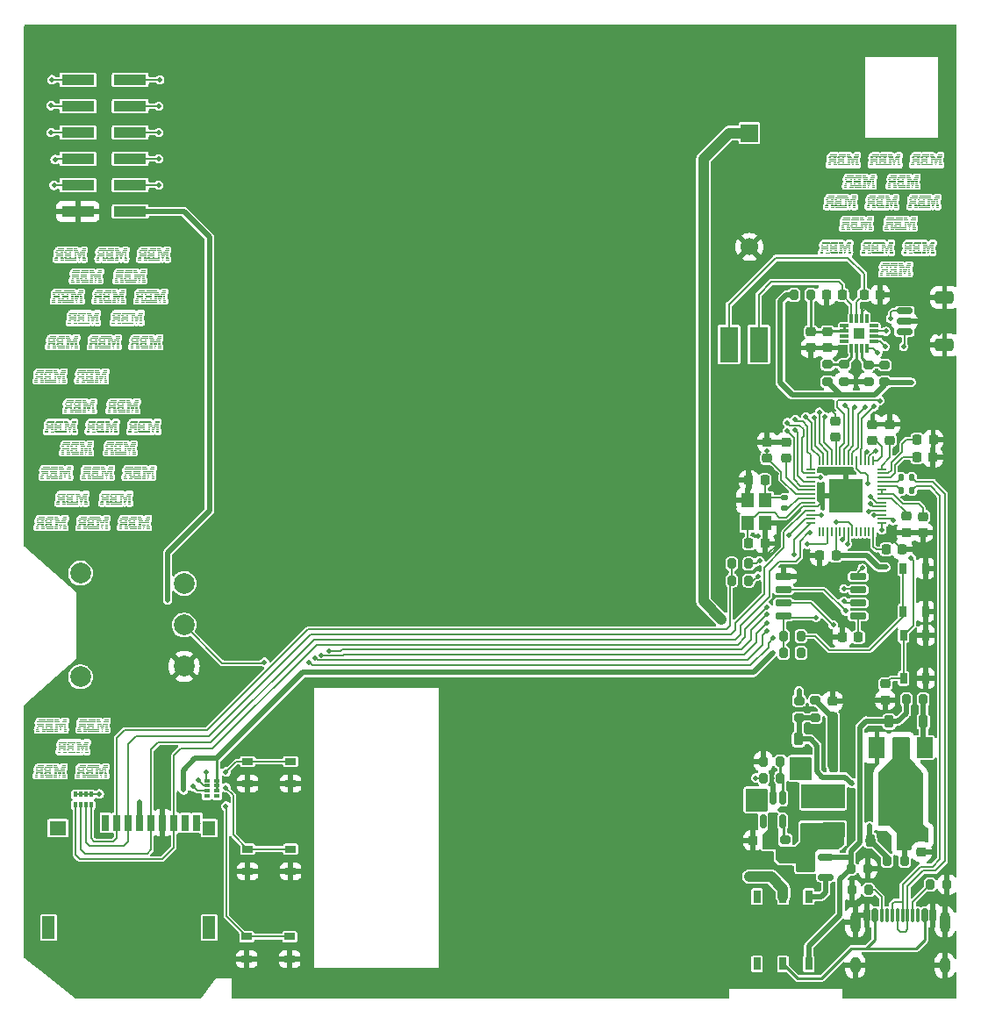
<source format=gbl>
%TF.GenerationSoftware,KiCad,Pcbnew,7.0.7*%
%TF.CreationDate,2023-11-03T00:36:18+00:00*%
%TF.ProjectId,mod-badge-mbr,6d6f642d-6261-4646-9765-2d6d62722e6b,rev?*%
%TF.SameCoordinates,Original*%
%TF.FileFunction,Copper,L4,Bot*%
%TF.FilePolarity,Positive*%
%FSLAX46Y46*%
G04 Gerber Fmt 4.6, Leading zero omitted, Abs format (unit mm)*
G04 Created by KiCad (PCBNEW 7.0.7) date 2023-11-03 00:36:18*
%MOMM*%
%LPD*%
G01*
G04 APERTURE LIST*
G04 Aperture macros list*
%AMRoundRect*
0 Rectangle with rounded corners*
0 $1 Rounding radius*
0 $2 $3 $4 $5 $6 $7 $8 $9 X,Y pos of 4 corners*
0 Add a 4 corners polygon primitive as box body*
4,1,4,$2,$3,$4,$5,$6,$7,$8,$9,$2,$3,0*
0 Add four circle primitives for the rounded corners*
1,1,$1+$1,$2,$3*
1,1,$1+$1,$4,$5*
1,1,$1+$1,$6,$7*
1,1,$1+$1,$8,$9*
0 Add four rect primitives between the rounded corners*
20,1,$1+$1,$2,$3,$4,$5,0*
20,1,$1+$1,$4,$5,$6,$7,0*
20,1,$1+$1,$6,$7,$8,$9,0*
20,1,$1+$1,$8,$9,$2,$3,0*%
G04 Aperture macros list end*
%TA.AperFunction,SMDPad,CuDef*%
%ADD10RoundRect,0.200000X-0.275000X0.200000X-0.275000X-0.200000X0.275000X-0.200000X0.275000X0.200000X0*%
%TD*%
%TA.AperFunction,SMDPad,CuDef*%
%ADD11RoundRect,0.225000X0.225000X0.250000X-0.225000X0.250000X-0.225000X-0.250000X0.225000X-0.250000X0*%
%TD*%
%TA.AperFunction,SMDPad,CuDef*%
%ADD12RoundRect,0.200000X0.275000X-0.200000X0.275000X0.200000X-0.275000X0.200000X-0.275000X-0.200000X0*%
%TD*%
%TA.AperFunction,SMDPad,CuDef*%
%ADD13RoundRect,0.200000X0.200000X0.275000X-0.200000X0.275000X-0.200000X-0.275000X0.200000X-0.275000X0*%
%TD*%
%TA.AperFunction,SMDPad,CuDef*%
%ADD14RoundRect,0.225000X0.225000X0.375000X-0.225000X0.375000X-0.225000X-0.375000X0.225000X-0.375000X0*%
%TD*%
%TA.AperFunction,SMDPad,CuDef*%
%ADD15RoundRect,0.225000X-0.250000X0.225000X-0.250000X-0.225000X0.250000X-0.225000X0.250000X0.225000X0*%
%TD*%
%TA.AperFunction,SMDPad,CuDef*%
%ADD16RoundRect,0.225000X0.250000X-0.225000X0.250000X0.225000X-0.250000X0.225000X-0.250000X-0.225000X0*%
%TD*%
%TA.AperFunction,SMDPad,CuDef*%
%ADD17R,0.700000X1.600000*%
%TD*%
%TA.AperFunction,SMDPad,CuDef*%
%ADD18R,1.200000X2.200000*%
%TD*%
%TA.AperFunction,SMDPad,CuDef*%
%ADD19R,1.600000X1.400000*%
%TD*%
%TA.AperFunction,SMDPad,CuDef*%
%ADD20R,1.200000X1.400000*%
%TD*%
%TA.AperFunction,SMDPad,CuDef*%
%ADD21RoundRect,0.200000X-0.200000X-0.275000X0.200000X-0.275000X0.200000X0.275000X-0.200000X0.275000X0*%
%TD*%
%TA.AperFunction,SMDPad,CuDef*%
%ADD22RoundRect,0.225000X-0.225000X-0.250000X0.225000X-0.250000X0.225000X0.250000X-0.225000X0.250000X0*%
%TD*%
%TA.AperFunction,ComponentPad*%
%ADD23R,1.700000X1.700000*%
%TD*%
%TA.AperFunction,ComponentPad*%
%ADD24C,1.700000*%
%TD*%
%TA.AperFunction,ComponentPad*%
%ADD25C,2.000000*%
%TD*%
%TA.AperFunction,SMDPad,CuDef*%
%ADD26RoundRect,0.225000X-0.225000X-0.375000X0.225000X-0.375000X0.225000X0.375000X-0.225000X0.375000X0*%
%TD*%
%TA.AperFunction,SMDPad,CuDef*%
%ADD27RoundRect,0.150000X0.587500X0.150000X-0.587500X0.150000X-0.587500X-0.150000X0.587500X-0.150000X0*%
%TD*%
%TA.AperFunction,SMDPad,CuDef*%
%ADD28RoundRect,0.150000X-0.625000X0.150000X-0.625000X-0.150000X0.625000X-0.150000X0.625000X0.150000X0*%
%TD*%
%TA.AperFunction,SMDPad,CuDef*%
%ADD29RoundRect,0.250000X-0.650000X0.350000X-0.650000X-0.350000X0.650000X-0.350000X0.650000X0.350000X0*%
%TD*%
%TA.AperFunction,SMDPad,CuDef*%
%ADD30R,0.400000X0.500000*%
%TD*%
%TA.AperFunction,SMDPad,CuDef*%
%ADD31R,0.300000X0.500000*%
%TD*%
%TA.AperFunction,SMDPad,CuDef*%
%ADD32R,1.050000X0.650000*%
%TD*%
%TA.AperFunction,SMDPad,CuDef*%
%ADD33RoundRect,0.135000X0.135000X0.185000X-0.135000X0.185000X-0.135000X-0.185000X0.135000X-0.185000X0*%
%TD*%
%TA.AperFunction,SMDPad,CuDef*%
%ADD34R,0.500000X0.400000*%
%TD*%
%TA.AperFunction,SMDPad,CuDef*%
%ADD35R,0.500000X0.300000*%
%TD*%
%TA.AperFunction,SMDPad,CuDef*%
%ADD36RoundRect,0.135000X-0.185000X0.135000X-0.185000X-0.135000X0.185000X-0.135000X0.185000X0.135000X0*%
%TD*%
%TA.AperFunction,SMDPad,CuDef*%
%ADD37R,0.700000X1.200000*%
%TD*%
%TA.AperFunction,SMDPad,CuDef*%
%ADD38R,0.650000X1.050000*%
%TD*%
%TA.AperFunction,SMDPad,CuDef*%
%ADD39RoundRect,0.050000X0.050000X-0.387500X0.050000X0.387500X-0.050000X0.387500X-0.050000X-0.387500X0*%
%TD*%
%TA.AperFunction,SMDPad,CuDef*%
%ADD40RoundRect,0.050000X0.387500X-0.050000X0.387500X0.050000X-0.387500X0.050000X-0.387500X-0.050000X0*%
%TD*%
%TA.AperFunction,SMDPad,CuDef*%
%ADD41R,3.200000X3.200000*%
%TD*%
%TA.AperFunction,SMDPad,CuDef*%
%ADD42R,1.800000X3.400000*%
%TD*%
%TA.AperFunction,SMDPad,CuDef*%
%ADD43R,1.500000X2.000000*%
%TD*%
%TA.AperFunction,SMDPad,CuDef*%
%ADD44R,3.800000X2.000000*%
%TD*%
%TA.AperFunction,SMDPad,CuDef*%
%ADD45R,3.150000X1.000000*%
%TD*%
%TA.AperFunction,SMDPad,CuDef*%
%ADD46RoundRect,0.008100X0.126900X-0.411900X0.126900X0.411900X-0.126900X0.411900X-0.126900X-0.411900X0*%
%TD*%
%TA.AperFunction,SMDPad,CuDef*%
%ADD47RoundRect,0.008100X-0.411900X-0.126900X0.411900X-0.126900X0.411900X0.126900X-0.411900X0.126900X0*%
%TD*%
%TA.AperFunction,SMDPad,CuDef*%
%ADD48R,1.100000X1.100000*%
%TD*%
%TA.AperFunction,SMDPad,CuDef*%
%ADD49RoundRect,0.150000X0.150000X0.500000X-0.150000X0.500000X-0.150000X-0.500000X0.150000X-0.500000X0*%
%TD*%
%TA.AperFunction,SMDPad,CuDef*%
%ADD50RoundRect,0.075000X0.075000X0.575000X-0.075000X0.575000X-0.075000X-0.575000X0.075000X-0.575000X0*%
%TD*%
%TA.AperFunction,ComponentPad*%
%ADD51O,1.000000X2.100000*%
%TD*%
%TA.AperFunction,ComponentPad*%
%ADD52O,1.000000X1.600000*%
%TD*%
%TA.AperFunction,SMDPad,CuDef*%
%ADD53RoundRect,0.150000X-0.650000X-0.150000X0.650000X-0.150000X0.650000X0.150000X-0.650000X0.150000X0*%
%TD*%
%TA.AperFunction,SMDPad,CuDef*%
%ADD54R,4.200000X1.400000*%
%TD*%
%TA.AperFunction,SMDPad,CuDef*%
%ADD55RoundRect,0.150000X-0.150000X0.512500X-0.150000X-0.512500X0.150000X-0.512500X0.150000X0.512500X0*%
%TD*%
%TA.AperFunction,ViaPad*%
%ADD56C,0.500000*%
%TD*%
%TA.AperFunction,ViaPad*%
%ADD57C,0.700000*%
%TD*%
%TA.AperFunction,Conductor*%
%ADD58C,0.250000*%
%TD*%
%TA.AperFunction,Conductor*%
%ADD59C,0.127000*%
%TD*%
%TA.AperFunction,Conductor*%
%ADD60C,0.500000*%
%TD*%
%TA.AperFunction,Conductor*%
%ADD61C,1.000000*%
%TD*%
%TA.AperFunction,Conductor*%
%ADD62C,0.200000*%
%TD*%
G04 APERTURE END LIST*
%TA.AperFunction,EtchedComponent*%
%TO.C,REF\u002A\u002A*%
G36*
X3559282Y-68145852D02*
G01*
X3559282Y-68183209D01*
X3522725Y-68183209D01*
X3486169Y-68183209D01*
X3486169Y-68145852D01*
X3486169Y-68108495D01*
X3522725Y-68108495D01*
X3559282Y-68108495D01*
X3559282Y-68145852D01*
G37*
%TD.AperFunction*%
%TA.AperFunction,EtchedComponent*%
G36*
X3601975Y-67990554D02*
G01*
X3601975Y-68028978D01*
X3524860Y-68028978D01*
X3447745Y-68028978D01*
X3447745Y-67990554D01*
X3447745Y-67952130D01*
X3524860Y-67952130D01*
X3601975Y-67952130D01*
X3601975Y-67990554D01*
G37*
%TD.AperFunction*%
%TA.AperFunction,EtchedComponent*%
G36*
X3262828Y-67991755D02*
G01*
X3262828Y-68030312D01*
X3090720Y-68030312D01*
X2918611Y-68030312D01*
X2918611Y-67991755D01*
X2918611Y-67953197D01*
X3090720Y-67953197D01*
X3262828Y-67953197D01*
X3262828Y-67991755D01*
G37*
%TD.AperFunction*%
%TA.AperFunction,EtchedComponent*%
G36*
X2729959Y-67371898D02*
G01*
X2729959Y-67409655D01*
X2635500Y-67409655D01*
X2541040Y-67409655D01*
X2541040Y-67371898D01*
X2541040Y-67334140D01*
X2635500Y-67334140D01*
X2729959Y-67334140D01*
X2729959Y-67371898D01*
G37*
%TD.AperFunction*%
%TA.AperFunction,EtchedComponent*%
G36*
X2878052Y-68145318D02*
G01*
X2878052Y-68183209D01*
X2519293Y-68183209D01*
X2160534Y-68183209D01*
X2160534Y-68145318D01*
X2160534Y-68107428D01*
X2519293Y-68107428D01*
X2878052Y-68107428D01*
X2878052Y-68145318D01*
G37*
%TD.AperFunction*%
%TA.AperFunction,EtchedComponent*%
G36*
X2883656Y-67991088D02*
G01*
X2883656Y-68030312D01*
X2485138Y-68030312D01*
X2086621Y-68030312D01*
X2086621Y-67991088D01*
X2086621Y-67951863D01*
X2485138Y-67951863D01*
X2883656Y-67951863D01*
X2883656Y-67991088D01*
G37*
%TD.AperFunction*%
%TA.AperFunction,EtchedComponent*%
G36*
X2276340Y-67371898D02*
G01*
X2276340Y-67409655D01*
X2162802Y-67409655D01*
X2049264Y-67409655D01*
X2049264Y-67371898D01*
X2049264Y-67334140D01*
X2162802Y-67334140D01*
X2276340Y-67334140D01*
X2276340Y-67371898D01*
G37*
%TD.AperFunction*%
%TA.AperFunction,EtchedComponent*%
G36*
X2052199Y-67990554D02*
G01*
X2052199Y-68027911D01*
X1880891Y-68027911D01*
X1709583Y-68027911D01*
X1709583Y-67990554D01*
X1709583Y-67953197D01*
X1880891Y-67953197D01*
X2052199Y-67953197D01*
X2052199Y-67990554D01*
G37*
%TD.AperFunction*%
%TA.AperFunction,EtchedComponent*%
G36*
X1935859Y-67371898D02*
G01*
X1935859Y-67409655D01*
X1822454Y-67409655D01*
X1709049Y-67409655D01*
X1709049Y-67371898D01*
X1709049Y-67334140D01*
X1822454Y-67334140D01*
X1935859Y-67334140D01*
X1935859Y-67371898D01*
G37*
%TD.AperFunction*%
%TA.AperFunction,EtchedComponent*%
G36*
X2047930Y-68145852D02*
G01*
X2047930Y-68183209D01*
X1877022Y-68183209D01*
X1706114Y-68183209D01*
X1706114Y-68145852D01*
X1706114Y-68108495D01*
X1877022Y-68108495D01*
X2047930Y-68108495D01*
X2047930Y-68145852D01*
G37*
%TD.AperFunction*%
%TA.AperFunction,EtchedComponent*%
G36*
X1444082Y-67371898D02*
G01*
X1444082Y-67409655D01*
X1330678Y-67409655D01*
X1217273Y-67409655D01*
X1217273Y-67371898D01*
X1217273Y-67334140D01*
X1330678Y-67334140D01*
X1444082Y-67334140D01*
X1444082Y-67371898D01*
G37*
%TD.AperFunction*%
%TA.AperFunction,EtchedComponent*%
G36*
X4145517Y-67064904D02*
G01*
X4145517Y-67102528D01*
X3948327Y-67102528D01*
X3751136Y-67102528D01*
X3751136Y-67081181D01*
X3751136Y-67059834D01*
X3770081Y-67059834D01*
X3789026Y-67059834D01*
X3789026Y-67043557D01*
X3789026Y-67027281D01*
X3967272Y-67027281D01*
X4145517Y-67027281D01*
X4145517Y-67064904D01*
G37*
%TD.AperFunction*%
%TA.AperFunction,EtchedComponent*%
G36*
X4145517Y-67218334D02*
G01*
X4145517Y-67258626D01*
X3910570Y-67258626D01*
X3675622Y-67258626D01*
X3675622Y-67237279D01*
X3675622Y-67215933D01*
X3694433Y-67215933D01*
X3713245Y-67215933D01*
X3713245Y-67196987D01*
X3713245Y-67178042D01*
X3929381Y-67178042D01*
X4145517Y-67178042D01*
X4145517Y-67218334D01*
G37*
%TD.AperFunction*%
%TA.AperFunction,EtchedComponent*%
G36*
X4053726Y-67371898D02*
G01*
X4053726Y-67409655D01*
X3826783Y-67409655D01*
X3599840Y-67409655D01*
X3599840Y-67388441D01*
X3599840Y-67367228D01*
X3618786Y-67367228D01*
X3637731Y-67367228D01*
X3637731Y-67350684D01*
X3637731Y-67334140D01*
X3845729Y-67334140D01*
X4053726Y-67334140D01*
X4053726Y-67371898D01*
G37*
%TD.AperFunction*%
%TA.AperFunction,EtchedComponent*%
G36*
X3448545Y-67350684D02*
G01*
X3448545Y-67367228D01*
X3467490Y-67367228D01*
X3486436Y-67367228D01*
X3486436Y-67388441D01*
X3486436Y-67409655D01*
X3259493Y-67409655D01*
X3032550Y-67409655D01*
X3032550Y-67371898D01*
X3032550Y-67334140D01*
X3240547Y-67334140D01*
X3448545Y-67334140D01*
X3448545Y-67350684D01*
G37*
%TD.AperFunction*%
%TA.AperFunction,EtchedComponent*%
G36*
X3373031Y-67196987D02*
G01*
X3373031Y-67215933D01*
X3391976Y-67215933D01*
X3410921Y-67215933D01*
X3410921Y-67237279D01*
X3410921Y-67258626D01*
X3174506Y-67258626D01*
X2938090Y-67258626D01*
X2938090Y-67218334D01*
X2938090Y-67178042D01*
X3155561Y-67178042D01*
X3373031Y-67178042D01*
X3373031Y-67196987D01*
G37*
%TD.AperFunction*%
%TA.AperFunction,EtchedComponent*%
G36*
X3297250Y-67043557D02*
G01*
X3297250Y-67059834D01*
X3316195Y-67059834D01*
X3335140Y-67059834D01*
X3335140Y-67081181D01*
X3335140Y-67102528D01*
X3136615Y-67102528D01*
X2938090Y-67102528D01*
X2938090Y-67064904D01*
X2938090Y-67027281D01*
X3117670Y-67027281D01*
X3297250Y-67027281D01*
X3297250Y-67043557D01*
G37*
%TD.AperFunction*%
%TA.AperFunction,EtchedComponent*%
G36*
X2881254Y-67064904D02*
G01*
X2881254Y-67102528D01*
X2540907Y-67102528D01*
X2200559Y-67102528D01*
X2200559Y-67081181D01*
X2200559Y-67059834D01*
X2238450Y-67059834D01*
X2276340Y-67059834D01*
X2276340Y-67043557D01*
X2276340Y-67027281D01*
X2578797Y-67027281D01*
X2881254Y-67027281D01*
X2881254Y-67064904D01*
G37*
%TD.AperFunction*%
%TA.AperFunction,EtchedComponent*%
G36*
X2881254Y-67218334D02*
G01*
X2881254Y-67258626D01*
X2484204Y-67258626D01*
X2087154Y-67258626D01*
X2087154Y-67237279D01*
X2087154Y-67215933D01*
X2106099Y-67215933D01*
X2125045Y-67215933D01*
X2125045Y-67196987D01*
X2125045Y-67178042D01*
X2503150Y-67178042D01*
X2881254Y-67178042D01*
X2881254Y-67218334D01*
G37*
%TD.AperFunction*%
%TA.AperFunction,EtchedComponent*%
G36*
X2729959Y-67527996D02*
G01*
X2729959Y-67565753D01*
X2427502Y-67565753D01*
X2125045Y-67565753D01*
X2125045Y-67544540D01*
X2125045Y-67523326D01*
X2106099Y-67523326D01*
X2087154Y-67523326D01*
X2087154Y-67506783D01*
X2087154Y-67490239D01*
X2408557Y-67490239D01*
X2729959Y-67490239D01*
X2729959Y-67527996D01*
G37*
%TD.AperFunction*%
%TA.AperFunction,EtchedComponent*%
G36*
X2049264Y-67064904D02*
G01*
X2049264Y-67102528D01*
X1708916Y-67102528D01*
X1368568Y-67102528D01*
X1368568Y-67081181D01*
X1368568Y-67059834D01*
X1406325Y-67059834D01*
X1444082Y-67059834D01*
X1444082Y-67043557D01*
X1444082Y-67027281D01*
X1746673Y-67027281D01*
X2049264Y-67027281D01*
X2049264Y-67064904D01*
G37*
%TD.AperFunction*%
%TA.AperFunction,EtchedComponent*%
G36*
X2049264Y-67218334D02*
G01*
X2049264Y-67258626D01*
X1652214Y-67258626D01*
X1255163Y-67258626D01*
X1255163Y-67237279D01*
X1255163Y-67215933D01*
X1273975Y-67215933D01*
X1292787Y-67215933D01*
X1292787Y-67196987D01*
X1292787Y-67178042D01*
X1671025Y-67178042D01*
X2049264Y-67178042D01*
X2049264Y-67218334D01*
G37*
%TD.AperFunction*%
%TA.AperFunction,EtchedComponent*%
G36*
X1935859Y-67527996D02*
G01*
X1935859Y-67565753D01*
X1614323Y-67565753D01*
X1292787Y-67565753D01*
X1292787Y-67544540D01*
X1292787Y-67523326D01*
X1273975Y-67523326D01*
X1255163Y-67523326D01*
X1255163Y-67506783D01*
X1255163Y-67490239D01*
X1595511Y-67490239D01*
X1935859Y-67490239D01*
X1935859Y-67527996D01*
G37*
%TD.AperFunction*%
%TA.AperFunction,EtchedComponent*%
G36*
X1444082Y-68143183D02*
G01*
X1444082Y-68177872D01*
X1484241Y-68177872D01*
X1524400Y-68177872D01*
X1524400Y-68180540D01*
X1524400Y-68183209D01*
X1334947Y-68183209D01*
X1145494Y-68183209D01*
X1145494Y-68145852D01*
X1145494Y-68108495D01*
X1294788Y-68108495D01*
X1444082Y-68108495D01*
X1444082Y-68143183D01*
G37*
%TD.AperFunction*%
%TA.AperFunction,EtchedComponent*%
G36*
X3264963Y-67837524D02*
G01*
X3264963Y-67879551D01*
X3149690Y-67879551D01*
X3034418Y-67879551D01*
X3034418Y-67878617D01*
X3034417Y-67878546D01*
X3034366Y-67877957D01*
X3034110Y-67877724D01*
X3033484Y-67877683D01*
X3032550Y-67877683D01*
X3032550Y-67837524D01*
X3032550Y-67797366D01*
X3033484Y-67797366D01*
X3033555Y-67797365D01*
X3034143Y-67797314D01*
X3034376Y-67797058D01*
X3034418Y-67796432D01*
X3034418Y-67795498D01*
X3149690Y-67795498D01*
X3264963Y-67795498D01*
X3264963Y-67837524D01*
G37*
%TD.AperFunction*%
%TA.AperFunction,EtchedComponent*%
G36*
X1939861Y-67836457D02*
G01*
X1939861Y-67877950D01*
X1824522Y-67877883D01*
X1709183Y-67877816D01*
X1709102Y-67838858D01*
X1709095Y-67834566D01*
X1709089Y-67830113D01*
X1709085Y-67825809D01*
X1709085Y-67821685D01*
X1709086Y-67817773D01*
X1709090Y-67814106D01*
X1709096Y-67810716D01*
X1709104Y-67807635D01*
X1709114Y-67804895D01*
X1709126Y-67802528D01*
X1709141Y-67800566D01*
X1709157Y-67799041D01*
X1709174Y-67797986D01*
X1709194Y-67797432D01*
X1709366Y-67794964D01*
X1824614Y-67794964D01*
X1939861Y-67794964D01*
X1939861Y-67836457D01*
G37*
%TD.AperFunction*%
%TA.AperFunction,EtchedComponent*%
G36*
X2731560Y-67838058D02*
G01*
X2731560Y-67877950D01*
X2637538Y-67877950D01*
X2632029Y-67877949D01*
X2625066Y-67877948D01*
X2618248Y-67877946D01*
X2611596Y-67877943D01*
X2605130Y-67877939D01*
X2598867Y-67877935D01*
X2592829Y-67877929D01*
X2587034Y-67877923D01*
X2581501Y-67877916D01*
X2576250Y-67877909D01*
X2571301Y-67877901D01*
X2566672Y-67877892D01*
X2562383Y-67877883D01*
X2558453Y-67877873D01*
X2554902Y-67877863D01*
X2551750Y-67877852D01*
X2549015Y-67877841D01*
X2546716Y-67877829D01*
X2544874Y-67877817D01*
X2543507Y-67877805D01*
X2542636Y-67877793D01*
X2542278Y-67877780D01*
X2541040Y-67877610D01*
X2541040Y-67837888D01*
X2541040Y-67798166D01*
X2636300Y-67798166D01*
X2731560Y-67798166D01*
X2731560Y-67838058D01*
G37*
%TD.AperFunction*%
%TA.AperFunction,EtchedComponent*%
G36*
X3524326Y-67506783D02*
G01*
X3524326Y-67523326D01*
X3543271Y-67523326D01*
X3562217Y-67523326D01*
X3562217Y-67506783D01*
X3562217Y-67490239D01*
X3807972Y-67490239D01*
X4053726Y-67490239D01*
X4053726Y-67527996D01*
X4053726Y-67565753D01*
X3940322Y-67565753D01*
X3826917Y-67565753D01*
X3826917Y-67544540D01*
X3826917Y-67523326D01*
X3807972Y-67523326D01*
X3789026Y-67523326D01*
X3789026Y-67544540D01*
X3789026Y-67565753D01*
X3543138Y-67565753D01*
X3297250Y-67565753D01*
X3297250Y-67544540D01*
X3297250Y-67523326D01*
X3278438Y-67523326D01*
X3259626Y-67523326D01*
X3259626Y-67544540D01*
X3259626Y-67565753D01*
X3146088Y-67565753D01*
X3032550Y-67565753D01*
X3032550Y-67527996D01*
X3032550Y-67490239D01*
X3278438Y-67490239D01*
X3524326Y-67490239D01*
X3524326Y-67506783D01*
G37*
%TD.AperFunction*%
%TA.AperFunction,EtchedComponent*%
G36*
X1447284Y-67836991D02*
G01*
X1447284Y-67877950D01*
X1333517Y-67877950D01*
X1326033Y-67877949D01*
X1318384Y-67877948D01*
X1310882Y-67877946D01*
X1303546Y-67877944D01*
X1296392Y-67877940D01*
X1289438Y-67877936D01*
X1282702Y-67877932D01*
X1276202Y-67877927D01*
X1269954Y-67877921D01*
X1263976Y-67877914D01*
X1258287Y-67877907D01*
X1252903Y-67877900D01*
X1247842Y-67877892D01*
X1243121Y-67877884D01*
X1238759Y-67877875D01*
X1234772Y-67877866D01*
X1231179Y-67877856D01*
X1227997Y-67877846D01*
X1225242Y-67877836D01*
X1222934Y-67877825D01*
X1221089Y-67877814D01*
X1219725Y-67877803D01*
X1218860Y-67877792D01*
X1218511Y-67877780D01*
X1217273Y-67877610D01*
X1217273Y-67837488D01*
X1217273Y-67797366D01*
X1218073Y-67797366D01*
X1218422Y-67797350D01*
X1218788Y-67797175D01*
X1218874Y-67796699D01*
X1218874Y-67796031D01*
X1333079Y-67796031D01*
X1447284Y-67796031D01*
X1447284Y-67836991D01*
G37*
%TD.AperFunction*%
%TA.AperFunction,EtchedComponent*%
G36*
X4054260Y-67681417D02*
G01*
X4054260Y-67721566D01*
X4051525Y-67721642D01*
X4051302Y-67721645D01*
X4050522Y-67721651D01*
X4049238Y-67721657D01*
X4047468Y-67721663D01*
X4045230Y-67721669D01*
X4042542Y-67721676D01*
X4039422Y-67721682D01*
X4035888Y-67721689D01*
X4031959Y-67721696D01*
X4027652Y-67721703D01*
X4022986Y-67721710D01*
X4017979Y-67721716D01*
X4012648Y-67721723D01*
X4007012Y-67721730D01*
X4001089Y-67721737D01*
X3994897Y-67721744D01*
X3988455Y-67721751D01*
X3981779Y-67721758D01*
X3974889Y-67721764D01*
X3967803Y-67721770D01*
X3960538Y-67721776D01*
X3953112Y-67721782D01*
X3945545Y-67721788D01*
X3937853Y-67721793D01*
X3826917Y-67721869D01*
X3826917Y-67681739D01*
X3826917Y-67641608D01*
X3828318Y-67641440D01*
X3828565Y-67641431D01*
X3829340Y-67641419D01*
X3830617Y-67641408D01*
X3832378Y-67641397D01*
X3834605Y-67641387D01*
X3837281Y-67641376D01*
X3840388Y-67641366D01*
X3843909Y-67641356D01*
X3847825Y-67641347D01*
X3852118Y-67641338D01*
X3856772Y-67641330D01*
X3861769Y-67641321D01*
X3867090Y-67641314D01*
X3872718Y-67641307D01*
X3878635Y-67641300D01*
X3884824Y-67641294D01*
X3891267Y-67641289D01*
X3897946Y-67641284D01*
X3904844Y-67641280D01*
X3911942Y-67641276D01*
X3919224Y-67641274D01*
X3926670Y-67641271D01*
X3934265Y-67641270D01*
X3941989Y-67641270D01*
X4054260Y-67641267D01*
X4054260Y-67681417D01*
G37*
%TD.AperFunction*%
%TA.AperFunction,EtchedComponent*%
G36*
X3263895Y-67681559D02*
G01*
X3263895Y-67722919D01*
X3150224Y-67722919D01*
X3143739Y-67722919D01*
X3134826Y-67722919D01*
X3126420Y-67722918D01*
X3118509Y-67722918D01*
X3111075Y-67722917D01*
X3104106Y-67722916D01*
X3097585Y-67722915D01*
X3091498Y-67722913D01*
X3085829Y-67722911D01*
X3080565Y-67722908D01*
X3075689Y-67722904D01*
X3071188Y-67722900D01*
X3067046Y-67722894D01*
X3063247Y-67722888D01*
X3059779Y-67722881D01*
X3056624Y-67722873D01*
X3053769Y-67722864D01*
X3051198Y-67722853D01*
X3048897Y-67722842D01*
X3046850Y-67722829D01*
X3045044Y-67722814D01*
X3043462Y-67722799D01*
X3042089Y-67722781D01*
X3040912Y-67722762D01*
X3039915Y-67722742D01*
X3039082Y-67722719D01*
X3038400Y-67722695D01*
X3037853Y-67722669D01*
X3037426Y-67722641D01*
X3037105Y-67722611D01*
X3036874Y-67722579D01*
X3036718Y-67722545D01*
X3036623Y-67722508D01*
X3036574Y-67722470D01*
X3036555Y-67722429D01*
X3036552Y-67722385D01*
X3036549Y-67722289D01*
X3036463Y-67722053D01*
X3036175Y-67721921D01*
X3035574Y-67721864D01*
X3034551Y-67721851D01*
X3032550Y-67721851D01*
X3032550Y-67681693D01*
X3032550Y-67641534D01*
X3034551Y-67641534D01*
X3035254Y-67641532D01*
X3035991Y-67641501D01*
X3036378Y-67641405D01*
X3036527Y-67641206D01*
X3036552Y-67640867D01*
X3036552Y-67640200D01*
X3150224Y-67640200D01*
X3263895Y-67640200D01*
X3263895Y-67681559D01*
G37*
%TD.AperFunction*%
%TA.AperFunction,EtchedComponent*%
G36*
X1936659Y-67681559D02*
G01*
X1936659Y-67722385D01*
X1614190Y-67722385D01*
X1599683Y-67722385D01*
X1581847Y-67722384D01*
X1564543Y-67722383D01*
X1547770Y-67722382D01*
X1531529Y-67722380D01*
X1515819Y-67722378D01*
X1500640Y-67722375D01*
X1485993Y-67722372D01*
X1471877Y-67722368D01*
X1458294Y-67722364D01*
X1445241Y-67722359D01*
X1432721Y-67722354D01*
X1420733Y-67722349D01*
X1409277Y-67722343D01*
X1398352Y-67722337D01*
X1387960Y-67722330D01*
X1378100Y-67722323D01*
X1368773Y-67722315D01*
X1359978Y-67722307D01*
X1351715Y-67722299D01*
X1343985Y-67722290D01*
X1336787Y-67722280D01*
X1330122Y-67722270D01*
X1323990Y-67722260D01*
X1318391Y-67722249D01*
X1313324Y-67722238D01*
X1308791Y-67722227D01*
X1304790Y-67722215D01*
X1301323Y-67722202D01*
X1298389Y-67722189D01*
X1295988Y-67722176D01*
X1294121Y-67722162D01*
X1292787Y-67722148D01*
X1291987Y-67722133D01*
X1291720Y-67722118D01*
X1291678Y-67722094D01*
X1291202Y-67722038D01*
X1290200Y-67721989D01*
X1288677Y-67721947D01*
X1286638Y-67721913D01*
X1284091Y-67721886D01*
X1281038Y-67721867D01*
X1277487Y-67721855D01*
X1273442Y-67721851D01*
X1255163Y-67721851D01*
X1255163Y-67700505D01*
X1255163Y-67679158D01*
X1273442Y-67679158D01*
X1291720Y-67679158D01*
X1291720Y-67659946D01*
X1291720Y-67640734D01*
X1614190Y-67640734D01*
X1936659Y-67640734D01*
X1936659Y-67681559D01*
G37*
%TD.AperFunction*%
%TA.AperFunction,EtchedComponent*%
G36*
X2277407Y-67837391D02*
G01*
X2277407Y-67879551D01*
X2163869Y-67879551D01*
X2050331Y-67879551D01*
X2050331Y-67878617D01*
X2050314Y-67878195D01*
X2050165Y-67877787D01*
X2049797Y-67877683D01*
X2049786Y-67877683D01*
X2049715Y-67877675D01*
X2049651Y-67877635D01*
X2049593Y-67877540D01*
X2049542Y-67877362D01*
X2049496Y-67877078D01*
X2049455Y-67876662D01*
X2049419Y-67876089D01*
X2049389Y-67875334D01*
X2049362Y-67874372D01*
X2049340Y-67873177D01*
X2049321Y-67871726D01*
X2049306Y-67869991D01*
X2049293Y-67867949D01*
X2049284Y-67865574D01*
X2049276Y-67862842D01*
X2049271Y-67859726D01*
X2049268Y-67856202D01*
X2049265Y-67852245D01*
X2049264Y-67847830D01*
X2049264Y-67842931D01*
X2049264Y-67837524D01*
X2049264Y-67836656D01*
X2049264Y-67831329D01*
X2049264Y-67826507D01*
X2049266Y-67822164D01*
X2049268Y-67818275D01*
X2049272Y-67814816D01*
X2049277Y-67811761D01*
X2049285Y-67809085D01*
X2049295Y-67806763D01*
X2049308Y-67804770D01*
X2049324Y-67803081D01*
X2049343Y-67801671D01*
X2049366Y-67800514D01*
X2049393Y-67799585D01*
X2049425Y-67798860D01*
X2049461Y-67798313D01*
X2049502Y-67797919D01*
X2049549Y-67797653D01*
X2049602Y-67797489D01*
X2049660Y-67797404D01*
X2049726Y-67797371D01*
X2049797Y-67797366D01*
X2050105Y-67797305D01*
X2050286Y-67796997D01*
X2050331Y-67796298D01*
X2050331Y-67795231D01*
X2163869Y-67795231D01*
X2277407Y-67795231D01*
X2277407Y-67837391D01*
G37*
%TD.AperFunction*%
%TA.AperFunction,EtchedComponent*%
G36*
X4129276Y-67954598D02*
G01*
X4129285Y-67955682D01*
X4129295Y-67957366D01*
X4129305Y-67959435D01*
X4129314Y-67961853D01*
X4129322Y-67964583D01*
X4129329Y-67967589D01*
X4129336Y-67970833D01*
X4129342Y-67974278D01*
X4129347Y-67977889D01*
X4129351Y-67981628D01*
X4129355Y-67985459D01*
X4129357Y-67989344D01*
X4129359Y-67993247D01*
X4129360Y-67997131D01*
X4129361Y-68000960D01*
X4129360Y-68004696D01*
X4129359Y-68008303D01*
X4129357Y-68011744D01*
X4129353Y-68014982D01*
X4129349Y-68017981D01*
X4129345Y-68020704D01*
X4129339Y-68023113D01*
X4129332Y-68025173D01*
X4129325Y-68026846D01*
X4129316Y-68028096D01*
X4129307Y-68028886D01*
X4129296Y-68029178D01*
X4129217Y-68029200D01*
X4128949Y-68029223D01*
X4128479Y-68029246D01*
X4127798Y-68029267D01*
X4126894Y-68029287D01*
X4125756Y-68029306D01*
X4124372Y-68029324D01*
X4122733Y-68029341D01*
X4120825Y-68029357D01*
X4118640Y-68029372D01*
X4116165Y-68029387D01*
X4113389Y-68029400D01*
X4110302Y-68029412D01*
X4106891Y-68029424D01*
X4103147Y-68029435D01*
X4099058Y-68029444D01*
X4094612Y-68029453D01*
X4089800Y-68029462D01*
X4084609Y-68029469D01*
X4079028Y-68029476D01*
X4073047Y-68029482D01*
X4066655Y-68029488D01*
X4059840Y-68029493D01*
X4052591Y-68029497D01*
X4044897Y-68029501D01*
X4036747Y-68029504D01*
X4028130Y-68029506D01*
X4019035Y-68029508D01*
X4009450Y-68029510D01*
X3999365Y-68029511D01*
X3988769Y-68029512D01*
X3977650Y-68029512D01*
X3826116Y-68029512D01*
X3826116Y-67990287D01*
X3826116Y-67951062D01*
X3977678Y-67951062D01*
X4129241Y-67951062D01*
X4129276Y-67954598D01*
G37*
%TD.AperFunction*%
%TA.AperFunction,EtchedComponent*%
G36*
X4126572Y-68144784D02*
G01*
X4126572Y-68183209D01*
X3976611Y-68183209D01*
X3826650Y-68183209D01*
X3826650Y-68145318D01*
X3826650Y-68144807D01*
X3826651Y-68139563D01*
X3826652Y-68134824D01*
X3826655Y-68130567D01*
X3826660Y-68126767D01*
X3826667Y-68123397D01*
X3826676Y-68120433D01*
X3826687Y-68117851D01*
X3826701Y-68115624D01*
X3826718Y-68113729D01*
X3826739Y-68112139D01*
X3826762Y-68110830D01*
X3826790Y-68109777D01*
X3826822Y-68108955D01*
X3826858Y-68108338D01*
X3826898Y-68107902D01*
X3826944Y-68107622D01*
X3826994Y-68107472D01*
X3827050Y-68107428D01*
X3827284Y-68107329D01*
X3827450Y-68106894D01*
X3827453Y-68106857D01*
X3827468Y-68106821D01*
X3827509Y-68106787D01*
X3827590Y-68106754D01*
X3827723Y-68106723D01*
X3827920Y-68106693D01*
X3828196Y-68106666D01*
X3828563Y-68106640D01*
X3829035Y-68106615D01*
X3829623Y-68106592D01*
X3830342Y-68106570D01*
X3831204Y-68106550D01*
X3832223Y-68106531D01*
X3833410Y-68106513D01*
X3834780Y-68106497D01*
X3836345Y-68106482D01*
X3838118Y-68106468D01*
X3840113Y-68106455D01*
X3842342Y-68106443D01*
X3844819Y-68106432D01*
X3847556Y-68106423D01*
X3850566Y-68106414D01*
X3853862Y-68106406D01*
X3857458Y-68106399D01*
X3861367Y-68106392D01*
X3865601Y-68106387D01*
X3870173Y-68106382D01*
X3875097Y-68106377D01*
X3880385Y-68106374D01*
X3886051Y-68106371D01*
X3892107Y-68106368D01*
X3898567Y-68106366D01*
X3905443Y-68106364D01*
X3912749Y-68106363D01*
X3920498Y-68106362D01*
X3928702Y-68106361D01*
X3937374Y-68106361D01*
X3946529Y-68106360D01*
X3956178Y-68106360D01*
X3966334Y-68106360D01*
X3977011Y-68106360D01*
X4126572Y-68106360D01*
X4126572Y-68144784D01*
G37*
%TD.AperFunction*%
%TA.AperFunction,EtchedComponent*%
G36*
X3560682Y-67641273D02*
G01*
X3569668Y-67641274D01*
X3578597Y-67641276D01*
X3587450Y-67641278D01*
X3596207Y-67641280D01*
X3604851Y-67641283D01*
X3613362Y-67641287D01*
X3621721Y-67641290D01*
X3629911Y-67641295D01*
X3637911Y-67641299D01*
X3645705Y-67641304D01*
X3653272Y-67641310D01*
X3660594Y-67641316D01*
X3667653Y-67641322D01*
X3674429Y-67641329D01*
X3680905Y-67641336D01*
X3687061Y-67641344D01*
X3692878Y-67641352D01*
X3698338Y-67641361D01*
X3703423Y-67641370D01*
X3708113Y-67641379D01*
X3712390Y-67641389D01*
X3716234Y-67641399D01*
X3719629Y-67641410D01*
X3722554Y-67641421D01*
X3724990Y-67641433D01*
X3726920Y-67641445D01*
X3751136Y-67641622D01*
X3751136Y-67660390D01*
X3751136Y-67679158D01*
X3733925Y-67679158D01*
X3716714Y-67679158D01*
X3716714Y-67700505D01*
X3716714Y-67721851D01*
X3544872Y-67721851D01*
X3373031Y-67721851D01*
X3373031Y-67700505D01*
X3373031Y-67679158D01*
X3354086Y-67679158D01*
X3335140Y-67679158D01*
X3335140Y-67660390D01*
X3335140Y-67641622D01*
X3355998Y-67641445D01*
X3356987Y-67641437D01*
X3359009Y-67641425D01*
X3361535Y-67641414D01*
X3364545Y-67641403D01*
X3368021Y-67641393D01*
X3371945Y-67641383D01*
X3376297Y-67641373D01*
X3381059Y-67641364D01*
X3386212Y-67641355D01*
X3391737Y-67641347D01*
X3397616Y-67641339D01*
X3403831Y-67641332D01*
X3410361Y-67641325D01*
X3417190Y-67641318D01*
X3424297Y-67641312D01*
X3431664Y-67641306D01*
X3439273Y-67641301D01*
X3447105Y-67641296D01*
X3455141Y-67641292D01*
X3463362Y-67641288D01*
X3471750Y-67641284D01*
X3480286Y-67641281D01*
X3488951Y-67641279D01*
X3497727Y-67641276D01*
X3506594Y-67641275D01*
X3515535Y-67641273D01*
X3524530Y-67641272D01*
X3533561Y-67641272D01*
X3542609Y-67641272D01*
X3551656Y-67641272D01*
X3560682Y-67641273D01*
G37*
%TD.AperFunction*%
%TA.AperFunction,EtchedComponent*%
G36*
X2732361Y-67681960D02*
G01*
X2732361Y-67722919D01*
X2428569Y-67722919D01*
X2422250Y-67722919D01*
X2407136Y-67722919D01*
X2392543Y-67722919D01*
X2378462Y-67722919D01*
X2364883Y-67722918D01*
X2351797Y-67722918D01*
X2339196Y-67722918D01*
X2327070Y-67722918D01*
X2315410Y-67722917D01*
X2304207Y-67722916D01*
X2293451Y-67722916D01*
X2283134Y-67722915D01*
X2273247Y-67722914D01*
X2263780Y-67722912D01*
X2254725Y-67722911D01*
X2246071Y-67722909D01*
X2237810Y-67722907D01*
X2229934Y-67722905D01*
X2222432Y-67722902D01*
X2215295Y-67722899D01*
X2208515Y-67722896D01*
X2202082Y-67722892D01*
X2195988Y-67722888D01*
X2190222Y-67722884D01*
X2184777Y-67722880D01*
X2179642Y-67722875D01*
X2174809Y-67722869D01*
X2170268Y-67722863D01*
X2166011Y-67722857D01*
X2162028Y-67722850D01*
X2158310Y-67722843D01*
X2154848Y-67722836D01*
X2151633Y-67722827D01*
X2148656Y-67722819D01*
X2145907Y-67722809D01*
X2143378Y-67722800D01*
X2141059Y-67722789D01*
X2138941Y-67722778D01*
X2137016Y-67722767D01*
X2135273Y-67722755D01*
X2133704Y-67722742D01*
X2132300Y-67722728D01*
X2131052Y-67722714D01*
X2129950Y-67722700D01*
X2128985Y-67722684D01*
X2128148Y-67722668D01*
X2127430Y-67722651D01*
X2126823Y-67722633D01*
X2126315Y-67722615D01*
X2125900Y-67722596D01*
X2125567Y-67722576D01*
X2125308Y-67722555D01*
X2125112Y-67722533D01*
X2124972Y-67722511D01*
X2124878Y-67722487D01*
X2124820Y-67722463D01*
X2124791Y-67722438D01*
X2124780Y-67722412D01*
X2124778Y-67722385D01*
X2124777Y-67722342D01*
X2124756Y-67722245D01*
X2124678Y-67722162D01*
X2124507Y-67722091D01*
X2124205Y-67722032D01*
X2123737Y-67721984D01*
X2123066Y-67721945D01*
X2122154Y-67721914D01*
X2120965Y-67721891D01*
X2119463Y-67721875D01*
X2117611Y-67721864D01*
X2115372Y-67721857D01*
X2112709Y-67721853D01*
X2109586Y-67721852D01*
X2105966Y-67721851D01*
X2087154Y-67721851D01*
X2087154Y-67700505D01*
X2087154Y-67679158D01*
X2105966Y-67679158D01*
X2124778Y-67679158D01*
X2124778Y-67660079D01*
X2124778Y-67641000D01*
X2428569Y-67641000D01*
X2732361Y-67641000D01*
X2732361Y-67681960D01*
G37*
%TD.AperFunction*%
%TA.AperFunction,EtchedComponent*%
G36*
X3548751Y-67796834D02*
G01*
X3559099Y-67796836D01*
X3568919Y-67796840D01*
X3578211Y-67796845D01*
X3586975Y-67796851D01*
X3595210Y-67796858D01*
X3602916Y-67796866D01*
X3610093Y-67796876D01*
X3616739Y-67796886D01*
X3622856Y-67796898D01*
X3628443Y-67796911D01*
X3633499Y-67796924D01*
X3638024Y-67796939D01*
X3642018Y-67796955D01*
X3645480Y-67796973D01*
X3648411Y-67796991D01*
X3650809Y-67797010D01*
X3652675Y-67797031D01*
X3654008Y-67797052D01*
X3654808Y-67797075D01*
X3655075Y-67797099D01*
X3655111Y-67797128D01*
X3655567Y-67797199D01*
X3656540Y-67797258D01*
X3658017Y-67797305D01*
X3659985Y-67797338D01*
X3662433Y-67797359D01*
X3665348Y-67797366D01*
X3675622Y-67797366D01*
X3675622Y-67813909D01*
X3675622Y-67830453D01*
X3658144Y-67830453D01*
X3640666Y-67830453D01*
X3640666Y-67854468D01*
X3640666Y-67878483D01*
X3526461Y-67878483D01*
X3521349Y-67878483D01*
X3512255Y-67878483D01*
X3503672Y-67878482D01*
X3495587Y-67878481D01*
X3487984Y-67878480D01*
X3480849Y-67878478D01*
X3474168Y-67878475D01*
X3467926Y-67878472D01*
X3462109Y-67878468D01*
X3456701Y-67878464D01*
X3451690Y-67878458D01*
X3447060Y-67878452D01*
X3442796Y-67878445D01*
X3438885Y-67878437D01*
X3435312Y-67878429D01*
X3432062Y-67878419D01*
X3429122Y-67878408D01*
X3426475Y-67878396D01*
X3424109Y-67878383D01*
X3422009Y-67878368D01*
X3420159Y-67878353D01*
X3418547Y-67878336D01*
X3417156Y-67878318D01*
X3415973Y-67878298D01*
X3414984Y-67878277D01*
X3414173Y-67878254D01*
X3413527Y-67878230D01*
X3413031Y-67878204D01*
X3412670Y-67878176D01*
X3412430Y-67878147D01*
X3412297Y-67878116D01*
X3412256Y-67878083D01*
X3412125Y-67877822D01*
X3411589Y-67877683D01*
X3410921Y-67877683D01*
X3410921Y-67854068D01*
X3410921Y-67830453D01*
X3391976Y-67830453D01*
X3373031Y-67830453D01*
X3373031Y-67813909D01*
X3373031Y-67797366D01*
X3387173Y-67797366D01*
X3388691Y-67797365D01*
X3391993Y-67797356D01*
X3394809Y-67797337D01*
X3397130Y-67797308D01*
X3398950Y-67797270D01*
X3400259Y-67797222D01*
X3401050Y-67797165D01*
X3401315Y-67797099D01*
X3401509Y-67797078D01*
X3402230Y-67797056D01*
X3403484Y-67797034D01*
X3405271Y-67797013D01*
X3407591Y-67796994D01*
X3410442Y-67796975D01*
X3413826Y-67796958D01*
X3417741Y-67796942D01*
X3422188Y-67796927D01*
X3427165Y-67796913D01*
X3432673Y-67796900D01*
X3438711Y-67796888D01*
X3445279Y-67796877D01*
X3452378Y-67796868D01*
X3460005Y-67796859D01*
X3468162Y-67796852D01*
X3476847Y-67796846D01*
X3486061Y-67796841D01*
X3495803Y-67796837D01*
X3506073Y-67796834D01*
X3516870Y-67796832D01*
X3528195Y-67796832D01*
X3537875Y-67796832D01*
X3548751Y-67796834D01*
G37*
%TD.AperFunction*%
%TA.AperFunction,EtchedComponent*%
G36*
X4055061Y-67837524D02*
G01*
X4055061Y-67878483D01*
X3941389Y-67878483D01*
X3936981Y-67878483D01*
X3927872Y-67878483D01*
X3919274Y-67878482D01*
X3911175Y-67878481D01*
X3903559Y-67878480D01*
X3896412Y-67878478D01*
X3889720Y-67878475D01*
X3883468Y-67878472D01*
X3877641Y-67878468D01*
X3872225Y-67878464D01*
X3867205Y-67878459D01*
X3862568Y-67878453D01*
X3858298Y-67878446D01*
X3854381Y-67878438D01*
X3850802Y-67878429D01*
X3847548Y-67878419D01*
X3844603Y-67878408D01*
X3841953Y-67878396D01*
X3839584Y-67878383D01*
X3837481Y-67878369D01*
X3835629Y-67878353D01*
X3834014Y-67878336D01*
X3832622Y-67878318D01*
X3831438Y-67878298D01*
X3830448Y-67878277D01*
X3829636Y-67878254D01*
X3828990Y-67878230D01*
X3828493Y-67878204D01*
X3828132Y-67878176D01*
X3827892Y-67878147D01*
X3827759Y-67878116D01*
X3827717Y-67878083D01*
X3827671Y-67877896D01*
X3827317Y-67877683D01*
X3827282Y-67877666D01*
X3827231Y-67877558D01*
X3827185Y-67877331D01*
X3827143Y-67876959D01*
X3827106Y-67876419D01*
X3827073Y-67875686D01*
X3827044Y-67874736D01*
X3827019Y-67873544D01*
X3826997Y-67872086D01*
X3826979Y-67870337D01*
X3826963Y-67868274D01*
X3826950Y-67865873D01*
X3826940Y-67863107D01*
X3826932Y-67859955D01*
X3826926Y-67856390D01*
X3826921Y-67852389D01*
X3826919Y-67847927D01*
X3826917Y-67842980D01*
X3826917Y-67837524D01*
X3826917Y-67834013D01*
X3826918Y-67828882D01*
X3826920Y-67824245D01*
X3826924Y-67820077D01*
X3826929Y-67816355D01*
X3826937Y-67813054D01*
X3826946Y-67810149D01*
X3826958Y-67807616D01*
X3826973Y-67805432D01*
X3826990Y-67803570D01*
X3827011Y-67802009D01*
X3827035Y-67800722D01*
X3827062Y-67799685D01*
X3827093Y-67798875D01*
X3827129Y-67798267D01*
X3827169Y-67797836D01*
X3827213Y-67797558D01*
X3827263Y-67797410D01*
X3827317Y-67797366D01*
X3827504Y-67797319D01*
X3827717Y-67796965D01*
X3827726Y-67796950D01*
X3827808Y-67796918D01*
X3827989Y-67796887D01*
X3828284Y-67796859D01*
X3828706Y-67796832D01*
X3829270Y-67796807D01*
X3829992Y-67796783D01*
X3830884Y-67796761D01*
X3831963Y-67796741D01*
X3833242Y-67796722D01*
X3834735Y-67796704D01*
X3836458Y-67796688D01*
X3838425Y-67796673D01*
X3840650Y-67796659D01*
X3843148Y-67796646D01*
X3845933Y-67796635D01*
X3849019Y-67796625D01*
X3852422Y-67796615D01*
X3856156Y-67796607D01*
X3860235Y-67796599D01*
X3864674Y-67796593D01*
X3869487Y-67796587D01*
X3874689Y-67796582D01*
X3880294Y-67796578D01*
X3886317Y-67796575D01*
X3892771Y-67796572D01*
X3899673Y-67796570D01*
X3907036Y-67796568D01*
X3914874Y-67796567D01*
X3923203Y-67796566D01*
X3932036Y-67796565D01*
X3941389Y-67796565D01*
X4055061Y-67796565D01*
X4055061Y-67837524D01*
G37*
%TD.AperFunction*%
%TA.AperFunction,EtchedComponent*%
G36*
X3257225Y-68145852D02*
G01*
X3257225Y-68183209D01*
X3088452Y-68183209D01*
X2919679Y-68183209D01*
X2919679Y-68181741D01*
X2919655Y-68181137D01*
X2919558Y-68180515D01*
X2919412Y-68180273D01*
X2919377Y-68180258D01*
X2919256Y-68179892D01*
X2919174Y-68179110D01*
X2919145Y-68178005D01*
X2919147Y-68177713D01*
X2919190Y-68176678D01*
X2919282Y-68175988D01*
X2919412Y-68175737D01*
X2919456Y-68175711D01*
X2919573Y-68175307D01*
X2919651Y-68174486D01*
X2919679Y-68173336D01*
X2919676Y-68172939D01*
X2919631Y-68171883D01*
X2919540Y-68171186D01*
X2919412Y-68170934D01*
X2919368Y-68170908D01*
X2919250Y-68170504D01*
X2919173Y-68169683D01*
X2919145Y-68168533D01*
X2919148Y-68168135D01*
X2919193Y-68167080D01*
X2919284Y-68166383D01*
X2919412Y-68166131D01*
X2919456Y-68166105D01*
X2919573Y-68165701D01*
X2919651Y-68164880D01*
X2919679Y-68163730D01*
X2919676Y-68163332D01*
X2919631Y-68162277D01*
X2919540Y-68161580D01*
X2919412Y-68161328D01*
X2919377Y-68161313D01*
X2919256Y-68160947D01*
X2919174Y-68160165D01*
X2919145Y-68159060D01*
X2919147Y-68158768D01*
X2919190Y-68157733D01*
X2919282Y-68157043D01*
X2919412Y-68156792D01*
X2919456Y-68156765D01*
X2919573Y-68156362D01*
X2919651Y-68155541D01*
X2919679Y-68154390D01*
X2919676Y-68153993D01*
X2919631Y-68152938D01*
X2919540Y-68152241D01*
X2919412Y-68151989D01*
X2919368Y-68151962D01*
X2919250Y-68151559D01*
X2919173Y-68150738D01*
X2919145Y-68149587D01*
X2919148Y-68149190D01*
X2919193Y-68148135D01*
X2919284Y-68147438D01*
X2919412Y-68147186D01*
X2919446Y-68147171D01*
X2919568Y-68146805D01*
X2919649Y-68146022D01*
X2919679Y-68144918D01*
X2919677Y-68144626D01*
X2919634Y-68143591D01*
X2919542Y-68142901D01*
X2919412Y-68142650D01*
X2919368Y-68142623D01*
X2919250Y-68142220D01*
X2919173Y-68141399D01*
X2919145Y-68140248D01*
X2919148Y-68139851D01*
X2919193Y-68138796D01*
X2919284Y-68138099D01*
X2919412Y-68137847D01*
X2919456Y-68137820D01*
X2919573Y-68137417D01*
X2919651Y-68136596D01*
X2919679Y-68135445D01*
X2919676Y-68135048D01*
X2919631Y-68133993D01*
X2919540Y-68133296D01*
X2919412Y-68133044D01*
X2919368Y-68133017D01*
X2919250Y-68132614D01*
X2919173Y-68131793D01*
X2919145Y-68130642D01*
X2919148Y-68130245D01*
X2919193Y-68129190D01*
X2919284Y-68128493D01*
X2919412Y-68128241D01*
X2919446Y-68128225D01*
X2919568Y-68127859D01*
X2919649Y-68127077D01*
X2919679Y-68125973D01*
X2919677Y-68125680D01*
X2919634Y-68124645D01*
X2919542Y-68123955D01*
X2919412Y-68123704D01*
X2919368Y-68123678D01*
X2919250Y-68123275D01*
X2919173Y-68122454D01*
X2919145Y-68121303D01*
X2919148Y-68120906D01*
X2919193Y-68119851D01*
X2919284Y-68119153D01*
X2919412Y-68118901D01*
X2919456Y-68118875D01*
X2919573Y-68118471D01*
X2919651Y-68117651D01*
X2919679Y-68116500D01*
X2919676Y-68116103D01*
X2919631Y-68115048D01*
X2919540Y-68114350D01*
X2919412Y-68114098D01*
X2919377Y-68114083D01*
X2919256Y-68113717D01*
X2919174Y-68112935D01*
X2919145Y-68111830D01*
X2919147Y-68111538D01*
X2919190Y-68110503D01*
X2919282Y-68109813D01*
X2919412Y-68109562D01*
X2919567Y-68109462D01*
X2919679Y-68109029D01*
X2919679Y-68109010D01*
X2919686Y-68108975D01*
X2919713Y-68108941D01*
X2919771Y-68108910D01*
X2919872Y-68108879D01*
X2920030Y-68108850D01*
X2920255Y-68108823D01*
X2920561Y-68108797D01*
X2920959Y-68108773D01*
X2921463Y-68108750D01*
X2922083Y-68108728D01*
X2922833Y-68108707D01*
X2923725Y-68108688D01*
X2924770Y-68108670D01*
X2925981Y-68108653D01*
X2927371Y-68108637D01*
X2928952Y-68108623D01*
X2930735Y-68108609D01*
X2932734Y-68108596D01*
X2934960Y-68108585D01*
X2937425Y-68108574D01*
X2940143Y-68108564D01*
X2943124Y-68108555D01*
X2946382Y-68108547D01*
X2949929Y-68108540D01*
X2953777Y-68108533D01*
X2957937Y-68108527D01*
X2962423Y-68108522D01*
X2967247Y-68108517D01*
X2972421Y-68108513D01*
X2977956Y-68108509D01*
X2983867Y-68108506D01*
X2990163Y-68108504D01*
X2996859Y-68108501D01*
X3003966Y-68108500D01*
X3011496Y-68108498D01*
X3019462Y-68108497D01*
X3027876Y-68108496D01*
X3036750Y-68108496D01*
X3046097Y-68108495D01*
X3055928Y-68108495D01*
X3066256Y-68108495D01*
X3077093Y-68108495D01*
X3088452Y-68108495D01*
X3257225Y-68108495D01*
X3257225Y-68145852D01*
G37*
%TD.AperFunction*%
%TA.AperFunction,EtchedComponent*%
G36*
X1446217Y-67991755D02*
G01*
X1446217Y-68030312D01*
X1296256Y-68030312D01*
X1146295Y-68030312D01*
X1146295Y-68027377D01*
X1146290Y-68026460D01*
X1146260Y-68025450D01*
X1146192Y-68024834D01*
X1146074Y-68024526D01*
X1145895Y-68024442D01*
X1145866Y-68024441D01*
X1145680Y-68024321D01*
X1145567Y-68023942D01*
X1145510Y-68023212D01*
X1145494Y-68022040D01*
X1145495Y-68021866D01*
X1145515Y-68020755D01*
X1145578Y-68020074D01*
X1145699Y-68019733D01*
X1145895Y-68019639D01*
X1145924Y-68019638D01*
X1146109Y-68019518D01*
X1146222Y-68019139D01*
X1146279Y-68018409D01*
X1146295Y-68017237D01*
X1146295Y-68017063D01*
X1146275Y-68015952D01*
X1146212Y-68015271D01*
X1146090Y-68014930D01*
X1145895Y-68014836D01*
X1145697Y-68014743D01*
X1145574Y-68014396D01*
X1145511Y-68013702D01*
X1145494Y-68012568D01*
X1145511Y-68011450D01*
X1145572Y-68010749D01*
X1145695Y-68010397D01*
X1145895Y-68010300D01*
X1145924Y-68010298D01*
X1146109Y-68010179D01*
X1146222Y-68009800D01*
X1146279Y-68009070D01*
X1146295Y-68007898D01*
X1146295Y-68007724D01*
X1146275Y-68006613D01*
X1146212Y-68005932D01*
X1146090Y-68005590D01*
X1145895Y-68005497D01*
X1145866Y-68005495D01*
X1145680Y-68005376D01*
X1145567Y-68004997D01*
X1145510Y-68004267D01*
X1145494Y-68003095D01*
X1145495Y-68002921D01*
X1145515Y-68001810D01*
X1145578Y-68001129D01*
X1145699Y-68000787D01*
X1145895Y-68000694D01*
X1145924Y-68000692D01*
X1146109Y-68000573D01*
X1146222Y-68000194D01*
X1146279Y-67999464D01*
X1146295Y-67998292D01*
X1146295Y-67998118D01*
X1146275Y-67997007D01*
X1146212Y-67996326D01*
X1146090Y-67995984D01*
X1145895Y-67995891D01*
X1145697Y-67995798D01*
X1145574Y-67995450D01*
X1145511Y-67994756D01*
X1145494Y-67993623D01*
X1145511Y-67992505D01*
X1145572Y-67991804D01*
X1145695Y-67991451D01*
X1145895Y-67991354D01*
X1145924Y-67991353D01*
X1146109Y-67991233D01*
X1146222Y-67990854D01*
X1146279Y-67990125D01*
X1146295Y-67988953D01*
X1146295Y-67988778D01*
X1146275Y-67987667D01*
X1146212Y-67986987D01*
X1146090Y-67986645D01*
X1145895Y-67986551D01*
X1145866Y-67986550D01*
X1145680Y-67986430D01*
X1145567Y-67986051D01*
X1145510Y-67985322D01*
X1145494Y-67984150D01*
X1145495Y-67983975D01*
X1145515Y-67982864D01*
X1145578Y-67982184D01*
X1145699Y-67981842D01*
X1145895Y-67981748D01*
X1145924Y-67981747D01*
X1146109Y-67981627D01*
X1146222Y-67981248D01*
X1146279Y-67980518D01*
X1146295Y-67979347D01*
X1146295Y-67979172D01*
X1146275Y-67978061D01*
X1146212Y-67977381D01*
X1146090Y-67977039D01*
X1145895Y-67976945D01*
X1145697Y-67976852D01*
X1145574Y-67976505D01*
X1145511Y-67975811D01*
X1145494Y-67974677D01*
X1145511Y-67973560D01*
X1145572Y-67972859D01*
X1145695Y-67972506D01*
X1145895Y-67972409D01*
X1145924Y-67972408D01*
X1146109Y-67972288D01*
X1146222Y-67971909D01*
X1146279Y-67971179D01*
X1146295Y-67970008D01*
X1146295Y-67969833D01*
X1146275Y-67968722D01*
X1146212Y-67968041D01*
X1146090Y-67967700D01*
X1145895Y-67967606D01*
X1145866Y-67967605D01*
X1145680Y-67967485D01*
X1145567Y-67967106D01*
X1145510Y-67966376D01*
X1145494Y-67965205D01*
X1145495Y-67965030D01*
X1145515Y-67963919D01*
X1145578Y-67963238D01*
X1145699Y-67962897D01*
X1145895Y-67962803D01*
X1146092Y-67962710D01*
X1146216Y-67962363D01*
X1146278Y-67961669D01*
X1146295Y-67960535D01*
X1146278Y-67959417D01*
X1146217Y-67958716D01*
X1146095Y-67958364D01*
X1145895Y-67958267D01*
X1145873Y-67958266D01*
X1145684Y-67958153D01*
X1145568Y-67957781D01*
X1145510Y-67957059D01*
X1145494Y-67955897D01*
X1145500Y-67954910D01*
X1145537Y-67954139D01*
X1145631Y-67953698D01*
X1145808Y-67953477D01*
X1146095Y-67953365D01*
X1146183Y-67953360D01*
X1146752Y-67953351D01*
X1147831Y-67953341D01*
X1149406Y-67953332D01*
X1151462Y-67953323D01*
X1153982Y-67953314D01*
X1156953Y-67953306D01*
X1160358Y-67953297D01*
X1164184Y-67953289D01*
X1168414Y-67953281D01*
X1173033Y-67953273D01*
X1178027Y-67953266D01*
X1183379Y-67953259D01*
X1189076Y-67953252D01*
X1195102Y-67953246D01*
X1201441Y-67953240D01*
X1208078Y-67953234D01*
X1214999Y-67953229D01*
X1222188Y-67953224D01*
X1229631Y-67953219D01*
X1237311Y-67953215D01*
X1245213Y-67953212D01*
X1253323Y-67953209D01*
X1261626Y-67953206D01*
X1270105Y-67953204D01*
X1278747Y-67953202D01*
X1287536Y-67953201D01*
X1296456Y-67953201D01*
X1446217Y-67953197D01*
X1446217Y-67991755D01*
G37*
%TD.AperFunction*%
%TA.AperFunction,EtchedComponent*%
G36*
X7576387Y-68145852D02*
G01*
X7576387Y-68183209D01*
X7539830Y-68183209D01*
X7503274Y-68183209D01*
X7503274Y-68145852D01*
X7503274Y-68108495D01*
X7539830Y-68108495D01*
X7576387Y-68108495D01*
X7576387Y-68145852D01*
G37*
%TD.AperFunction*%
%TA.AperFunction,EtchedComponent*%
G36*
X7619080Y-67990554D02*
G01*
X7619080Y-68028978D01*
X7541965Y-68028978D01*
X7464850Y-68028978D01*
X7464850Y-67990554D01*
X7464850Y-67952130D01*
X7541965Y-67952130D01*
X7619080Y-67952130D01*
X7619080Y-67990554D01*
G37*
%TD.AperFunction*%
%TA.AperFunction,EtchedComponent*%
G36*
X7279933Y-67991755D02*
G01*
X7279933Y-68030312D01*
X7107825Y-68030312D01*
X6935716Y-68030312D01*
X6935716Y-67991755D01*
X6935716Y-67953197D01*
X7107825Y-67953197D01*
X7279933Y-67953197D01*
X7279933Y-67991755D01*
G37*
%TD.AperFunction*%
%TA.AperFunction,EtchedComponent*%
G36*
X6747064Y-67371898D02*
G01*
X6747064Y-67409655D01*
X6652605Y-67409655D01*
X6558145Y-67409655D01*
X6558145Y-67371898D01*
X6558145Y-67334140D01*
X6652605Y-67334140D01*
X6747064Y-67334140D01*
X6747064Y-67371898D01*
G37*
%TD.AperFunction*%
%TA.AperFunction,EtchedComponent*%
G36*
X6895157Y-68145318D02*
G01*
X6895157Y-68183209D01*
X6536398Y-68183209D01*
X6177639Y-68183209D01*
X6177639Y-68145318D01*
X6177639Y-68107428D01*
X6536398Y-68107428D01*
X6895157Y-68107428D01*
X6895157Y-68145318D01*
G37*
%TD.AperFunction*%
%TA.AperFunction,EtchedComponent*%
G36*
X6900761Y-67991088D02*
G01*
X6900761Y-68030312D01*
X6502243Y-68030312D01*
X6103726Y-68030312D01*
X6103726Y-67991088D01*
X6103726Y-67951863D01*
X6502243Y-67951863D01*
X6900761Y-67951863D01*
X6900761Y-67991088D01*
G37*
%TD.AperFunction*%
%TA.AperFunction,EtchedComponent*%
G36*
X6293445Y-67371898D02*
G01*
X6293445Y-67409655D01*
X6179907Y-67409655D01*
X6066369Y-67409655D01*
X6066369Y-67371898D01*
X6066369Y-67334140D01*
X6179907Y-67334140D01*
X6293445Y-67334140D01*
X6293445Y-67371898D01*
G37*
%TD.AperFunction*%
%TA.AperFunction,EtchedComponent*%
G36*
X6069304Y-67990554D02*
G01*
X6069304Y-68027911D01*
X5897996Y-68027911D01*
X5726688Y-68027911D01*
X5726688Y-67990554D01*
X5726688Y-67953197D01*
X5897996Y-67953197D01*
X6069304Y-67953197D01*
X6069304Y-67990554D01*
G37*
%TD.AperFunction*%
%TA.AperFunction,EtchedComponent*%
G36*
X5952964Y-67371898D02*
G01*
X5952964Y-67409655D01*
X5839559Y-67409655D01*
X5726154Y-67409655D01*
X5726154Y-67371898D01*
X5726154Y-67334140D01*
X5839559Y-67334140D01*
X5952964Y-67334140D01*
X5952964Y-67371898D01*
G37*
%TD.AperFunction*%
%TA.AperFunction,EtchedComponent*%
G36*
X6065035Y-68145852D02*
G01*
X6065035Y-68183209D01*
X5894127Y-68183209D01*
X5723219Y-68183209D01*
X5723219Y-68145852D01*
X5723219Y-68108495D01*
X5894127Y-68108495D01*
X6065035Y-68108495D01*
X6065035Y-68145852D01*
G37*
%TD.AperFunction*%
%TA.AperFunction,EtchedComponent*%
G36*
X5461187Y-67371898D02*
G01*
X5461187Y-67409655D01*
X5347783Y-67409655D01*
X5234378Y-67409655D01*
X5234378Y-67371898D01*
X5234378Y-67334140D01*
X5347783Y-67334140D01*
X5461187Y-67334140D01*
X5461187Y-67371898D01*
G37*
%TD.AperFunction*%
%TA.AperFunction,EtchedComponent*%
G36*
X8162622Y-67064904D02*
G01*
X8162622Y-67102528D01*
X7965432Y-67102528D01*
X7768241Y-67102528D01*
X7768241Y-67081181D01*
X7768241Y-67059834D01*
X7787186Y-67059834D01*
X7806131Y-67059834D01*
X7806131Y-67043557D01*
X7806131Y-67027281D01*
X7984377Y-67027281D01*
X8162622Y-67027281D01*
X8162622Y-67064904D01*
G37*
%TD.AperFunction*%
%TA.AperFunction,EtchedComponent*%
G36*
X8162622Y-67218334D02*
G01*
X8162622Y-67258626D01*
X7927675Y-67258626D01*
X7692727Y-67258626D01*
X7692727Y-67237279D01*
X7692727Y-67215933D01*
X7711538Y-67215933D01*
X7730350Y-67215933D01*
X7730350Y-67196987D01*
X7730350Y-67178042D01*
X7946486Y-67178042D01*
X8162622Y-67178042D01*
X8162622Y-67218334D01*
G37*
%TD.AperFunction*%
%TA.AperFunction,EtchedComponent*%
G36*
X8070831Y-67371898D02*
G01*
X8070831Y-67409655D01*
X7843888Y-67409655D01*
X7616945Y-67409655D01*
X7616945Y-67388441D01*
X7616945Y-67367228D01*
X7635891Y-67367228D01*
X7654836Y-67367228D01*
X7654836Y-67350684D01*
X7654836Y-67334140D01*
X7862834Y-67334140D01*
X8070831Y-67334140D01*
X8070831Y-67371898D01*
G37*
%TD.AperFunction*%
%TA.AperFunction,EtchedComponent*%
G36*
X7465650Y-67350684D02*
G01*
X7465650Y-67367228D01*
X7484595Y-67367228D01*
X7503541Y-67367228D01*
X7503541Y-67388441D01*
X7503541Y-67409655D01*
X7276598Y-67409655D01*
X7049655Y-67409655D01*
X7049655Y-67371898D01*
X7049655Y-67334140D01*
X7257652Y-67334140D01*
X7465650Y-67334140D01*
X7465650Y-67350684D01*
G37*
%TD.AperFunction*%
%TA.AperFunction,EtchedComponent*%
G36*
X7390136Y-67196987D02*
G01*
X7390136Y-67215933D01*
X7409081Y-67215933D01*
X7428026Y-67215933D01*
X7428026Y-67237279D01*
X7428026Y-67258626D01*
X7191611Y-67258626D01*
X6955195Y-67258626D01*
X6955195Y-67218334D01*
X6955195Y-67178042D01*
X7172666Y-67178042D01*
X7390136Y-67178042D01*
X7390136Y-67196987D01*
G37*
%TD.AperFunction*%
%TA.AperFunction,EtchedComponent*%
G36*
X7314355Y-67043557D02*
G01*
X7314355Y-67059834D01*
X7333300Y-67059834D01*
X7352245Y-67059834D01*
X7352245Y-67081181D01*
X7352245Y-67102528D01*
X7153720Y-67102528D01*
X6955195Y-67102528D01*
X6955195Y-67064904D01*
X6955195Y-67027281D01*
X7134775Y-67027281D01*
X7314355Y-67027281D01*
X7314355Y-67043557D01*
G37*
%TD.AperFunction*%
%TA.AperFunction,EtchedComponent*%
G36*
X6898359Y-67064904D02*
G01*
X6898359Y-67102528D01*
X6558012Y-67102528D01*
X6217664Y-67102528D01*
X6217664Y-67081181D01*
X6217664Y-67059834D01*
X6255555Y-67059834D01*
X6293445Y-67059834D01*
X6293445Y-67043557D01*
X6293445Y-67027281D01*
X6595902Y-67027281D01*
X6898359Y-67027281D01*
X6898359Y-67064904D01*
G37*
%TD.AperFunction*%
%TA.AperFunction,EtchedComponent*%
G36*
X6898359Y-67218334D02*
G01*
X6898359Y-67258626D01*
X6501309Y-67258626D01*
X6104259Y-67258626D01*
X6104259Y-67237279D01*
X6104259Y-67215933D01*
X6123204Y-67215933D01*
X6142150Y-67215933D01*
X6142150Y-67196987D01*
X6142150Y-67178042D01*
X6520255Y-67178042D01*
X6898359Y-67178042D01*
X6898359Y-67218334D01*
G37*
%TD.AperFunction*%
%TA.AperFunction,EtchedComponent*%
G36*
X6747064Y-67527996D02*
G01*
X6747064Y-67565753D01*
X6444607Y-67565753D01*
X6142150Y-67565753D01*
X6142150Y-67544540D01*
X6142150Y-67523326D01*
X6123204Y-67523326D01*
X6104259Y-67523326D01*
X6104259Y-67506783D01*
X6104259Y-67490239D01*
X6425662Y-67490239D01*
X6747064Y-67490239D01*
X6747064Y-67527996D01*
G37*
%TD.AperFunction*%
%TA.AperFunction,EtchedComponent*%
G36*
X6066369Y-67064904D02*
G01*
X6066369Y-67102528D01*
X5726021Y-67102528D01*
X5385673Y-67102528D01*
X5385673Y-67081181D01*
X5385673Y-67059834D01*
X5423430Y-67059834D01*
X5461187Y-67059834D01*
X5461187Y-67043557D01*
X5461187Y-67027281D01*
X5763778Y-67027281D01*
X6066369Y-67027281D01*
X6066369Y-67064904D01*
G37*
%TD.AperFunction*%
%TA.AperFunction,EtchedComponent*%
G36*
X6066369Y-67218334D02*
G01*
X6066369Y-67258626D01*
X5669319Y-67258626D01*
X5272268Y-67258626D01*
X5272268Y-67237279D01*
X5272268Y-67215933D01*
X5291080Y-67215933D01*
X5309892Y-67215933D01*
X5309892Y-67196987D01*
X5309892Y-67178042D01*
X5688130Y-67178042D01*
X6066369Y-67178042D01*
X6066369Y-67218334D01*
G37*
%TD.AperFunction*%
%TA.AperFunction,EtchedComponent*%
G36*
X5952964Y-67527996D02*
G01*
X5952964Y-67565753D01*
X5631428Y-67565753D01*
X5309892Y-67565753D01*
X5309892Y-67544540D01*
X5309892Y-67523326D01*
X5291080Y-67523326D01*
X5272268Y-67523326D01*
X5272268Y-67506783D01*
X5272268Y-67490239D01*
X5612616Y-67490239D01*
X5952964Y-67490239D01*
X5952964Y-67527996D01*
G37*
%TD.AperFunction*%
%TA.AperFunction,EtchedComponent*%
G36*
X5461187Y-68143183D02*
G01*
X5461187Y-68177872D01*
X5501346Y-68177872D01*
X5541505Y-68177872D01*
X5541505Y-68180540D01*
X5541505Y-68183209D01*
X5352052Y-68183209D01*
X5162599Y-68183209D01*
X5162599Y-68145852D01*
X5162599Y-68108495D01*
X5311893Y-68108495D01*
X5461187Y-68108495D01*
X5461187Y-68143183D01*
G37*
%TD.AperFunction*%
%TA.AperFunction,EtchedComponent*%
G36*
X7282068Y-67837524D02*
G01*
X7282068Y-67879551D01*
X7166795Y-67879551D01*
X7051523Y-67879551D01*
X7051523Y-67878617D01*
X7051522Y-67878546D01*
X7051471Y-67877957D01*
X7051215Y-67877724D01*
X7050589Y-67877683D01*
X7049655Y-67877683D01*
X7049655Y-67837524D01*
X7049655Y-67797366D01*
X7050589Y-67797366D01*
X7050660Y-67797365D01*
X7051248Y-67797314D01*
X7051481Y-67797058D01*
X7051523Y-67796432D01*
X7051523Y-67795498D01*
X7166795Y-67795498D01*
X7282068Y-67795498D01*
X7282068Y-67837524D01*
G37*
%TD.AperFunction*%
%TA.AperFunction,EtchedComponent*%
G36*
X5956966Y-67836457D02*
G01*
X5956966Y-67877950D01*
X5841627Y-67877883D01*
X5726288Y-67877816D01*
X5726207Y-67838858D01*
X5726200Y-67834566D01*
X5726194Y-67830113D01*
X5726190Y-67825809D01*
X5726190Y-67821685D01*
X5726191Y-67817773D01*
X5726195Y-67814106D01*
X5726201Y-67810716D01*
X5726209Y-67807635D01*
X5726219Y-67804895D01*
X5726231Y-67802528D01*
X5726246Y-67800566D01*
X5726262Y-67799041D01*
X5726279Y-67797986D01*
X5726299Y-67797432D01*
X5726471Y-67794964D01*
X5841719Y-67794964D01*
X5956966Y-67794964D01*
X5956966Y-67836457D01*
G37*
%TD.AperFunction*%
%TA.AperFunction,EtchedComponent*%
G36*
X6748665Y-67838058D02*
G01*
X6748665Y-67877950D01*
X6654643Y-67877950D01*
X6649134Y-67877949D01*
X6642171Y-67877948D01*
X6635353Y-67877946D01*
X6628701Y-67877943D01*
X6622235Y-67877939D01*
X6615972Y-67877935D01*
X6609934Y-67877929D01*
X6604139Y-67877923D01*
X6598606Y-67877916D01*
X6593355Y-67877909D01*
X6588406Y-67877901D01*
X6583777Y-67877892D01*
X6579488Y-67877883D01*
X6575558Y-67877873D01*
X6572007Y-67877863D01*
X6568855Y-67877852D01*
X6566120Y-67877841D01*
X6563821Y-67877829D01*
X6561979Y-67877817D01*
X6560612Y-67877805D01*
X6559741Y-67877793D01*
X6559383Y-67877780D01*
X6558145Y-67877610D01*
X6558145Y-67837888D01*
X6558145Y-67798166D01*
X6653405Y-67798166D01*
X6748665Y-67798166D01*
X6748665Y-67838058D01*
G37*
%TD.AperFunction*%
%TA.AperFunction,EtchedComponent*%
G36*
X7541431Y-67506783D02*
G01*
X7541431Y-67523326D01*
X7560376Y-67523326D01*
X7579322Y-67523326D01*
X7579322Y-67506783D01*
X7579322Y-67490239D01*
X7825077Y-67490239D01*
X8070831Y-67490239D01*
X8070831Y-67527996D01*
X8070831Y-67565753D01*
X7957427Y-67565753D01*
X7844022Y-67565753D01*
X7844022Y-67544540D01*
X7844022Y-67523326D01*
X7825077Y-67523326D01*
X7806131Y-67523326D01*
X7806131Y-67544540D01*
X7806131Y-67565753D01*
X7560243Y-67565753D01*
X7314355Y-67565753D01*
X7314355Y-67544540D01*
X7314355Y-67523326D01*
X7295543Y-67523326D01*
X7276731Y-67523326D01*
X7276731Y-67544540D01*
X7276731Y-67565753D01*
X7163193Y-67565753D01*
X7049655Y-67565753D01*
X7049655Y-67527996D01*
X7049655Y-67490239D01*
X7295543Y-67490239D01*
X7541431Y-67490239D01*
X7541431Y-67506783D01*
G37*
%TD.AperFunction*%
%TA.AperFunction,EtchedComponent*%
G36*
X5464389Y-67836991D02*
G01*
X5464389Y-67877950D01*
X5350622Y-67877950D01*
X5343138Y-67877949D01*
X5335489Y-67877948D01*
X5327987Y-67877946D01*
X5320651Y-67877944D01*
X5313497Y-67877940D01*
X5306543Y-67877936D01*
X5299807Y-67877932D01*
X5293307Y-67877927D01*
X5287059Y-67877921D01*
X5281081Y-67877914D01*
X5275392Y-67877907D01*
X5270008Y-67877900D01*
X5264947Y-67877892D01*
X5260226Y-67877884D01*
X5255864Y-67877875D01*
X5251877Y-67877866D01*
X5248284Y-67877856D01*
X5245102Y-67877846D01*
X5242347Y-67877836D01*
X5240039Y-67877825D01*
X5238194Y-67877814D01*
X5236830Y-67877803D01*
X5235965Y-67877792D01*
X5235616Y-67877780D01*
X5234378Y-67877610D01*
X5234378Y-67837488D01*
X5234378Y-67797366D01*
X5235178Y-67797366D01*
X5235527Y-67797350D01*
X5235893Y-67797175D01*
X5235979Y-67796699D01*
X5235979Y-67796031D01*
X5350184Y-67796031D01*
X5464389Y-67796031D01*
X5464389Y-67836991D01*
G37*
%TD.AperFunction*%
%TA.AperFunction,EtchedComponent*%
G36*
X8071365Y-67681417D02*
G01*
X8071365Y-67721566D01*
X8068630Y-67721642D01*
X8068407Y-67721645D01*
X8067627Y-67721651D01*
X8066343Y-67721657D01*
X8064573Y-67721663D01*
X8062335Y-67721669D01*
X8059647Y-67721676D01*
X8056527Y-67721682D01*
X8052993Y-67721689D01*
X8049064Y-67721696D01*
X8044757Y-67721703D01*
X8040091Y-67721710D01*
X8035084Y-67721716D01*
X8029753Y-67721723D01*
X8024117Y-67721730D01*
X8018194Y-67721737D01*
X8012002Y-67721744D01*
X8005560Y-67721751D01*
X7998884Y-67721758D01*
X7991994Y-67721764D01*
X7984908Y-67721770D01*
X7977643Y-67721776D01*
X7970217Y-67721782D01*
X7962650Y-67721788D01*
X7954958Y-67721793D01*
X7844022Y-67721869D01*
X7844022Y-67681739D01*
X7844022Y-67641608D01*
X7845423Y-67641440D01*
X7845670Y-67641431D01*
X7846445Y-67641419D01*
X7847722Y-67641408D01*
X7849483Y-67641397D01*
X7851710Y-67641387D01*
X7854386Y-67641376D01*
X7857493Y-67641366D01*
X7861014Y-67641356D01*
X7864930Y-67641347D01*
X7869223Y-67641338D01*
X7873877Y-67641330D01*
X7878874Y-67641321D01*
X7884195Y-67641314D01*
X7889823Y-67641307D01*
X7895740Y-67641300D01*
X7901929Y-67641294D01*
X7908372Y-67641289D01*
X7915051Y-67641284D01*
X7921949Y-67641280D01*
X7929047Y-67641276D01*
X7936329Y-67641274D01*
X7943775Y-67641271D01*
X7951370Y-67641270D01*
X7959094Y-67641270D01*
X8071365Y-67641267D01*
X8071365Y-67681417D01*
G37*
%TD.AperFunction*%
%TA.AperFunction,EtchedComponent*%
G36*
X7281000Y-67681559D02*
G01*
X7281000Y-67722919D01*
X7167329Y-67722919D01*
X7160844Y-67722919D01*
X7151931Y-67722919D01*
X7143525Y-67722918D01*
X7135614Y-67722918D01*
X7128180Y-67722917D01*
X7121211Y-67722916D01*
X7114690Y-67722915D01*
X7108603Y-67722913D01*
X7102934Y-67722911D01*
X7097670Y-67722908D01*
X7092794Y-67722904D01*
X7088293Y-67722900D01*
X7084151Y-67722894D01*
X7080352Y-67722888D01*
X7076884Y-67722881D01*
X7073729Y-67722873D01*
X7070874Y-67722864D01*
X7068303Y-67722853D01*
X7066002Y-67722842D01*
X7063955Y-67722829D01*
X7062149Y-67722814D01*
X7060567Y-67722799D01*
X7059194Y-67722781D01*
X7058017Y-67722762D01*
X7057020Y-67722742D01*
X7056187Y-67722719D01*
X7055505Y-67722695D01*
X7054958Y-67722669D01*
X7054531Y-67722641D01*
X7054210Y-67722611D01*
X7053979Y-67722579D01*
X7053823Y-67722545D01*
X7053728Y-67722508D01*
X7053679Y-67722470D01*
X7053660Y-67722429D01*
X7053657Y-67722385D01*
X7053654Y-67722289D01*
X7053568Y-67722053D01*
X7053280Y-67721921D01*
X7052679Y-67721864D01*
X7051656Y-67721851D01*
X7049655Y-67721851D01*
X7049655Y-67681693D01*
X7049655Y-67641534D01*
X7051656Y-67641534D01*
X7052359Y-67641532D01*
X7053096Y-67641501D01*
X7053483Y-67641405D01*
X7053632Y-67641206D01*
X7053657Y-67640867D01*
X7053657Y-67640200D01*
X7167329Y-67640200D01*
X7281000Y-67640200D01*
X7281000Y-67681559D01*
G37*
%TD.AperFunction*%
%TA.AperFunction,EtchedComponent*%
G36*
X5953764Y-67681559D02*
G01*
X5953764Y-67722385D01*
X5631295Y-67722385D01*
X5616788Y-67722385D01*
X5598952Y-67722384D01*
X5581648Y-67722383D01*
X5564875Y-67722382D01*
X5548634Y-67722380D01*
X5532924Y-67722378D01*
X5517745Y-67722375D01*
X5503098Y-67722372D01*
X5488982Y-67722368D01*
X5475399Y-67722364D01*
X5462346Y-67722359D01*
X5449826Y-67722354D01*
X5437838Y-67722349D01*
X5426382Y-67722343D01*
X5415457Y-67722337D01*
X5405065Y-67722330D01*
X5395205Y-67722323D01*
X5385878Y-67722315D01*
X5377083Y-67722307D01*
X5368820Y-67722299D01*
X5361090Y-67722290D01*
X5353892Y-67722280D01*
X5347227Y-67722270D01*
X5341095Y-67722260D01*
X5335496Y-67722249D01*
X5330429Y-67722238D01*
X5325896Y-67722227D01*
X5321895Y-67722215D01*
X5318428Y-67722202D01*
X5315494Y-67722189D01*
X5313093Y-67722176D01*
X5311226Y-67722162D01*
X5309892Y-67722148D01*
X5309092Y-67722133D01*
X5308825Y-67722118D01*
X5308783Y-67722094D01*
X5308307Y-67722038D01*
X5307305Y-67721989D01*
X5305782Y-67721947D01*
X5303743Y-67721913D01*
X5301196Y-67721886D01*
X5298143Y-67721867D01*
X5294592Y-67721855D01*
X5290547Y-67721851D01*
X5272268Y-67721851D01*
X5272268Y-67700505D01*
X5272268Y-67679158D01*
X5290547Y-67679158D01*
X5308825Y-67679158D01*
X5308825Y-67659946D01*
X5308825Y-67640734D01*
X5631295Y-67640734D01*
X5953764Y-67640734D01*
X5953764Y-67681559D01*
G37*
%TD.AperFunction*%
%TA.AperFunction,EtchedComponent*%
G36*
X6294512Y-67837391D02*
G01*
X6294512Y-67879551D01*
X6180974Y-67879551D01*
X6067436Y-67879551D01*
X6067436Y-67878617D01*
X6067419Y-67878195D01*
X6067270Y-67877787D01*
X6066902Y-67877683D01*
X6066891Y-67877683D01*
X6066820Y-67877675D01*
X6066756Y-67877635D01*
X6066698Y-67877540D01*
X6066647Y-67877362D01*
X6066601Y-67877078D01*
X6066560Y-67876662D01*
X6066524Y-67876089D01*
X6066494Y-67875334D01*
X6066467Y-67874372D01*
X6066445Y-67873177D01*
X6066426Y-67871726D01*
X6066411Y-67869991D01*
X6066398Y-67867949D01*
X6066389Y-67865574D01*
X6066381Y-67862842D01*
X6066376Y-67859726D01*
X6066373Y-67856202D01*
X6066370Y-67852245D01*
X6066369Y-67847830D01*
X6066369Y-67842931D01*
X6066369Y-67837524D01*
X6066369Y-67836656D01*
X6066369Y-67831329D01*
X6066369Y-67826507D01*
X6066371Y-67822164D01*
X6066373Y-67818275D01*
X6066377Y-67814816D01*
X6066382Y-67811761D01*
X6066390Y-67809085D01*
X6066400Y-67806763D01*
X6066413Y-67804770D01*
X6066429Y-67803081D01*
X6066448Y-67801671D01*
X6066471Y-67800514D01*
X6066498Y-67799585D01*
X6066530Y-67798860D01*
X6066566Y-67798313D01*
X6066607Y-67797919D01*
X6066654Y-67797653D01*
X6066707Y-67797489D01*
X6066765Y-67797404D01*
X6066831Y-67797371D01*
X6066902Y-67797366D01*
X6067210Y-67797305D01*
X6067391Y-67796997D01*
X6067436Y-67796298D01*
X6067436Y-67795231D01*
X6180974Y-67795231D01*
X6294512Y-67795231D01*
X6294512Y-67837391D01*
G37*
%TD.AperFunction*%
%TA.AperFunction,EtchedComponent*%
G36*
X8146381Y-67954598D02*
G01*
X8146390Y-67955682D01*
X8146400Y-67957366D01*
X8146410Y-67959435D01*
X8146419Y-67961853D01*
X8146427Y-67964583D01*
X8146434Y-67967589D01*
X8146441Y-67970833D01*
X8146447Y-67974278D01*
X8146452Y-67977889D01*
X8146456Y-67981628D01*
X8146460Y-67985459D01*
X8146462Y-67989344D01*
X8146464Y-67993247D01*
X8146465Y-67997131D01*
X8146466Y-68000960D01*
X8146465Y-68004696D01*
X8146464Y-68008303D01*
X8146462Y-68011744D01*
X8146458Y-68014982D01*
X8146454Y-68017981D01*
X8146450Y-68020704D01*
X8146444Y-68023113D01*
X8146437Y-68025173D01*
X8146430Y-68026846D01*
X8146421Y-68028096D01*
X8146412Y-68028886D01*
X8146401Y-68029178D01*
X8146322Y-68029200D01*
X8146054Y-68029223D01*
X8145584Y-68029246D01*
X8144903Y-68029267D01*
X8143999Y-68029287D01*
X8142861Y-68029306D01*
X8141477Y-68029324D01*
X8139838Y-68029341D01*
X8137930Y-68029357D01*
X8135745Y-68029372D01*
X8133270Y-68029387D01*
X8130494Y-68029400D01*
X8127407Y-68029412D01*
X8123996Y-68029424D01*
X8120252Y-68029435D01*
X8116163Y-68029444D01*
X8111717Y-68029453D01*
X8106905Y-68029462D01*
X8101714Y-68029469D01*
X8096133Y-68029476D01*
X8090152Y-68029482D01*
X8083760Y-68029488D01*
X8076945Y-68029493D01*
X8069696Y-68029497D01*
X8062002Y-68029501D01*
X8053852Y-68029504D01*
X8045235Y-68029506D01*
X8036140Y-68029508D01*
X8026555Y-68029510D01*
X8016470Y-68029511D01*
X8005874Y-68029512D01*
X7994755Y-68029512D01*
X7843221Y-68029512D01*
X7843221Y-67990287D01*
X7843221Y-67951062D01*
X7994783Y-67951062D01*
X8146346Y-67951062D01*
X8146381Y-67954598D01*
G37*
%TD.AperFunction*%
%TA.AperFunction,EtchedComponent*%
G36*
X8143677Y-68144784D02*
G01*
X8143677Y-68183209D01*
X7993716Y-68183209D01*
X7843755Y-68183209D01*
X7843755Y-68145318D01*
X7843755Y-68144807D01*
X7843756Y-68139563D01*
X7843757Y-68134824D01*
X7843760Y-68130567D01*
X7843765Y-68126767D01*
X7843772Y-68123397D01*
X7843781Y-68120433D01*
X7843792Y-68117851D01*
X7843806Y-68115624D01*
X7843823Y-68113729D01*
X7843844Y-68112139D01*
X7843867Y-68110830D01*
X7843895Y-68109777D01*
X7843927Y-68108955D01*
X7843963Y-68108338D01*
X7844003Y-68107902D01*
X7844049Y-68107622D01*
X7844099Y-68107472D01*
X7844155Y-68107428D01*
X7844389Y-68107329D01*
X7844555Y-68106894D01*
X7844558Y-68106857D01*
X7844573Y-68106821D01*
X7844614Y-68106787D01*
X7844695Y-68106754D01*
X7844828Y-68106723D01*
X7845025Y-68106693D01*
X7845301Y-68106666D01*
X7845668Y-68106640D01*
X7846140Y-68106615D01*
X7846728Y-68106592D01*
X7847447Y-68106570D01*
X7848309Y-68106550D01*
X7849328Y-68106531D01*
X7850515Y-68106513D01*
X7851885Y-68106497D01*
X7853450Y-68106482D01*
X7855223Y-68106468D01*
X7857218Y-68106455D01*
X7859447Y-68106443D01*
X7861924Y-68106432D01*
X7864661Y-68106423D01*
X7867671Y-68106414D01*
X7870967Y-68106406D01*
X7874563Y-68106399D01*
X7878472Y-68106392D01*
X7882706Y-68106387D01*
X7887278Y-68106382D01*
X7892202Y-68106377D01*
X7897490Y-68106374D01*
X7903156Y-68106371D01*
X7909212Y-68106368D01*
X7915672Y-68106366D01*
X7922548Y-68106364D01*
X7929854Y-68106363D01*
X7937603Y-68106362D01*
X7945807Y-68106361D01*
X7954479Y-68106361D01*
X7963634Y-68106360D01*
X7973283Y-68106360D01*
X7983439Y-68106360D01*
X7994116Y-68106360D01*
X8143677Y-68106360D01*
X8143677Y-68144784D01*
G37*
%TD.AperFunction*%
%TA.AperFunction,EtchedComponent*%
G36*
X7577787Y-67641273D02*
G01*
X7586773Y-67641274D01*
X7595702Y-67641276D01*
X7604555Y-67641278D01*
X7613312Y-67641280D01*
X7621956Y-67641283D01*
X7630467Y-67641287D01*
X7638826Y-67641290D01*
X7647016Y-67641295D01*
X7655016Y-67641299D01*
X7662810Y-67641304D01*
X7670377Y-67641310D01*
X7677699Y-67641316D01*
X7684758Y-67641322D01*
X7691534Y-67641329D01*
X7698010Y-67641336D01*
X7704166Y-67641344D01*
X7709983Y-67641352D01*
X7715443Y-67641361D01*
X7720528Y-67641370D01*
X7725218Y-67641379D01*
X7729495Y-67641389D01*
X7733339Y-67641399D01*
X7736734Y-67641410D01*
X7739659Y-67641421D01*
X7742095Y-67641433D01*
X7744025Y-67641445D01*
X7768241Y-67641622D01*
X7768241Y-67660390D01*
X7768241Y-67679158D01*
X7751030Y-67679158D01*
X7733819Y-67679158D01*
X7733819Y-67700505D01*
X7733819Y-67721851D01*
X7561977Y-67721851D01*
X7390136Y-67721851D01*
X7390136Y-67700505D01*
X7390136Y-67679158D01*
X7371191Y-67679158D01*
X7352245Y-67679158D01*
X7352245Y-67660390D01*
X7352245Y-67641622D01*
X7373103Y-67641445D01*
X7374092Y-67641437D01*
X7376114Y-67641425D01*
X7378640Y-67641414D01*
X7381650Y-67641403D01*
X7385126Y-67641393D01*
X7389050Y-67641383D01*
X7393402Y-67641373D01*
X7398164Y-67641364D01*
X7403317Y-67641355D01*
X7408842Y-67641347D01*
X7414721Y-67641339D01*
X7420936Y-67641332D01*
X7427466Y-67641325D01*
X7434295Y-67641318D01*
X7441402Y-67641312D01*
X7448769Y-67641306D01*
X7456378Y-67641301D01*
X7464210Y-67641296D01*
X7472246Y-67641292D01*
X7480467Y-67641288D01*
X7488855Y-67641284D01*
X7497391Y-67641281D01*
X7506056Y-67641279D01*
X7514832Y-67641276D01*
X7523699Y-67641275D01*
X7532640Y-67641273D01*
X7541635Y-67641272D01*
X7550666Y-67641272D01*
X7559714Y-67641272D01*
X7568761Y-67641272D01*
X7577787Y-67641273D01*
G37*
%TD.AperFunction*%
%TA.AperFunction,EtchedComponent*%
G36*
X6749466Y-67681960D02*
G01*
X6749466Y-67722919D01*
X6445674Y-67722919D01*
X6439355Y-67722919D01*
X6424241Y-67722919D01*
X6409648Y-67722919D01*
X6395567Y-67722919D01*
X6381988Y-67722918D01*
X6368902Y-67722918D01*
X6356301Y-67722918D01*
X6344175Y-67722918D01*
X6332515Y-67722917D01*
X6321312Y-67722916D01*
X6310556Y-67722916D01*
X6300239Y-67722915D01*
X6290352Y-67722914D01*
X6280885Y-67722912D01*
X6271830Y-67722911D01*
X6263176Y-67722909D01*
X6254915Y-67722907D01*
X6247039Y-67722905D01*
X6239537Y-67722902D01*
X6232400Y-67722899D01*
X6225620Y-67722896D01*
X6219187Y-67722892D01*
X6213093Y-67722888D01*
X6207327Y-67722884D01*
X6201882Y-67722880D01*
X6196747Y-67722875D01*
X6191914Y-67722869D01*
X6187373Y-67722863D01*
X6183116Y-67722857D01*
X6179133Y-67722850D01*
X6175415Y-67722843D01*
X6171953Y-67722836D01*
X6168738Y-67722827D01*
X6165761Y-67722819D01*
X6163012Y-67722809D01*
X6160483Y-67722800D01*
X6158164Y-67722789D01*
X6156046Y-67722778D01*
X6154121Y-67722767D01*
X6152378Y-67722755D01*
X6150809Y-67722742D01*
X6149405Y-67722728D01*
X6148157Y-67722714D01*
X6147055Y-67722700D01*
X6146090Y-67722684D01*
X6145253Y-67722668D01*
X6144535Y-67722651D01*
X6143928Y-67722633D01*
X6143420Y-67722615D01*
X6143005Y-67722596D01*
X6142672Y-67722576D01*
X6142413Y-67722555D01*
X6142217Y-67722533D01*
X6142077Y-67722511D01*
X6141983Y-67722487D01*
X6141925Y-67722463D01*
X6141896Y-67722438D01*
X6141885Y-67722412D01*
X6141883Y-67722385D01*
X6141882Y-67722342D01*
X6141861Y-67722245D01*
X6141783Y-67722162D01*
X6141612Y-67722091D01*
X6141310Y-67722032D01*
X6140842Y-67721984D01*
X6140171Y-67721945D01*
X6139259Y-67721914D01*
X6138070Y-67721891D01*
X6136568Y-67721875D01*
X6134716Y-67721864D01*
X6132477Y-67721857D01*
X6129814Y-67721853D01*
X6126691Y-67721852D01*
X6123071Y-67721851D01*
X6104259Y-67721851D01*
X6104259Y-67700505D01*
X6104259Y-67679158D01*
X6123071Y-67679158D01*
X6141883Y-67679158D01*
X6141883Y-67660079D01*
X6141883Y-67641000D01*
X6445674Y-67641000D01*
X6749466Y-67641000D01*
X6749466Y-67681960D01*
G37*
%TD.AperFunction*%
%TA.AperFunction,EtchedComponent*%
G36*
X7565856Y-67796834D02*
G01*
X7576204Y-67796836D01*
X7586024Y-67796840D01*
X7595316Y-67796845D01*
X7604080Y-67796851D01*
X7612315Y-67796858D01*
X7620021Y-67796866D01*
X7627198Y-67796876D01*
X7633844Y-67796886D01*
X7639961Y-67796898D01*
X7645548Y-67796911D01*
X7650604Y-67796924D01*
X7655129Y-67796939D01*
X7659123Y-67796955D01*
X7662585Y-67796973D01*
X7665516Y-67796991D01*
X7667914Y-67797010D01*
X7669780Y-67797031D01*
X7671113Y-67797052D01*
X7671913Y-67797075D01*
X7672180Y-67797099D01*
X7672216Y-67797128D01*
X7672672Y-67797199D01*
X7673645Y-67797258D01*
X7675122Y-67797305D01*
X7677090Y-67797338D01*
X7679538Y-67797359D01*
X7682453Y-67797366D01*
X7692727Y-67797366D01*
X7692727Y-67813909D01*
X7692727Y-67830453D01*
X7675249Y-67830453D01*
X7657771Y-67830453D01*
X7657771Y-67854468D01*
X7657771Y-67878483D01*
X7543566Y-67878483D01*
X7538454Y-67878483D01*
X7529360Y-67878483D01*
X7520777Y-67878482D01*
X7512692Y-67878481D01*
X7505089Y-67878480D01*
X7497954Y-67878478D01*
X7491273Y-67878475D01*
X7485031Y-67878472D01*
X7479214Y-67878468D01*
X7473806Y-67878464D01*
X7468795Y-67878458D01*
X7464165Y-67878452D01*
X7459901Y-67878445D01*
X7455990Y-67878437D01*
X7452417Y-67878429D01*
X7449167Y-67878419D01*
X7446227Y-67878408D01*
X7443580Y-67878396D01*
X7441214Y-67878383D01*
X7439114Y-67878368D01*
X7437264Y-67878353D01*
X7435652Y-67878336D01*
X7434261Y-67878318D01*
X7433078Y-67878298D01*
X7432089Y-67878277D01*
X7431278Y-67878254D01*
X7430632Y-67878230D01*
X7430136Y-67878204D01*
X7429775Y-67878176D01*
X7429535Y-67878147D01*
X7429402Y-67878116D01*
X7429361Y-67878083D01*
X7429230Y-67877822D01*
X7428694Y-67877683D01*
X7428026Y-67877683D01*
X7428026Y-67854068D01*
X7428026Y-67830453D01*
X7409081Y-67830453D01*
X7390136Y-67830453D01*
X7390136Y-67813909D01*
X7390136Y-67797366D01*
X7404278Y-67797366D01*
X7405796Y-67797365D01*
X7409098Y-67797356D01*
X7411914Y-67797337D01*
X7414235Y-67797308D01*
X7416055Y-67797270D01*
X7417364Y-67797222D01*
X7418155Y-67797165D01*
X7418420Y-67797099D01*
X7418614Y-67797078D01*
X7419335Y-67797056D01*
X7420589Y-67797034D01*
X7422376Y-67797013D01*
X7424696Y-67796994D01*
X7427547Y-67796975D01*
X7430931Y-67796958D01*
X7434846Y-67796942D01*
X7439293Y-67796927D01*
X7444270Y-67796913D01*
X7449778Y-67796900D01*
X7455816Y-67796888D01*
X7462384Y-67796877D01*
X7469483Y-67796868D01*
X7477110Y-67796859D01*
X7485267Y-67796852D01*
X7493952Y-67796846D01*
X7503166Y-67796841D01*
X7512908Y-67796837D01*
X7523178Y-67796834D01*
X7533975Y-67796832D01*
X7545300Y-67796832D01*
X7554980Y-67796832D01*
X7565856Y-67796834D01*
G37*
%TD.AperFunction*%
%TA.AperFunction,EtchedComponent*%
G36*
X8072166Y-67837524D02*
G01*
X8072166Y-67878483D01*
X7958494Y-67878483D01*
X7954086Y-67878483D01*
X7944977Y-67878483D01*
X7936379Y-67878482D01*
X7928280Y-67878481D01*
X7920664Y-67878480D01*
X7913517Y-67878478D01*
X7906825Y-67878475D01*
X7900573Y-67878472D01*
X7894746Y-67878468D01*
X7889330Y-67878464D01*
X7884310Y-67878459D01*
X7879673Y-67878453D01*
X7875403Y-67878446D01*
X7871486Y-67878438D01*
X7867907Y-67878429D01*
X7864653Y-67878419D01*
X7861708Y-67878408D01*
X7859058Y-67878396D01*
X7856689Y-67878383D01*
X7854586Y-67878369D01*
X7852734Y-67878353D01*
X7851119Y-67878336D01*
X7849727Y-67878318D01*
X7848543Y-67878298D01*
X7847553Y-67878277D01*
X7846741Y-67878254D01*
X7846095Y-67878230D01*
X7845598Y-67878204D01*
X7845237Y-67878176D01*
X7844997Y-67878147D01*
X7844864Y-67878116D01*
X7844822Y-67878083D01*
X7844776Y-67877896D01*
X7844422Y-67877683D01*
X7844387Y-67877666D01*
X7844336Y-67877558D01*
X7844290Y-67877331D01*
X7844248Y-67876959D01*
X7844211Y-67876419D01*
X7844178Y-67875686D01*
X7844149Y-67874736D01*
X7844124Y-67873544D01*
X7844102Y-67872086D01*
X7844084Y-67870337D01*
X7844068Y-67868274D01*
X7844055Y-67865873D01*
X7844045Y-67863107D01*
X7844037Y-67859955D01*
X7844031Y-67856390D01*
X7844026Y-67852389D01*
X7844024Y-67847927D01*
X7844022Y-67842980D01*
X7844022Y-67837524D01*
X7844022Y-67834013D01*
X7844023Y-67828882D01*
X7844025Y-67824245D01*
X7844029Y-67820077D01*
X7844034Y-67816355D01*
X7844042Y-67813054D01*
X7844051Y-67810149D01*
X7844063Y-67807616D01*
X7844078Y-67805432D01*
X7844095Y-67803570D01*
X7844116Y-67802009D01*
X7844140Y-67800722D01*
X7844167Y-67799685D01*
X7844198Y-67798875D01*
X7844234Y-67798267D01*
X7844274Y-67797836D01*
X7844318Y-67797558D01*
X7844368Y-67797410D01*
X7844422Y-67797366D01*
X7844609Y-67797319D01*
X7844822Y-67796965D01*
X7844831Y-67796950D01*
X7844913Y-67796918D01*
X7845094Y-67796887D01*
X7845389Y-67796859D01*
X7845811Y-67796832D01*
X7846375Y-67796807D01*
X7847097Y-67796783D01*
X7847989Y-67796761D01*
X7849068Y-67796741D01*
X7850347Y-67796722D01*
X7851840Y-67796704D01*
X7853563Y-67796688D01*
X7855530Y-67796673D01*
X7857755Y-67796659D01*
X7860253Y-67796646D01*
X7863038Y-67796635D01*
X7866124Y-67796625D01*
X7869527Y-67796615D01*
X7873261Y-67796607D01*
X7877340Y-67796599D01*
X7881779Y-67796593D01*
X7886592Y-67796587D01*
X7891794Y-67796582D01*
X7897399Y-67796578D01*
X7903422Y-67796575D01*
X7909876Y-67796572D01*
X7916778Y-67796570D01*
X7924141Y-67796568D01*
X7931979Y-67796567D01*
X7940308Y-67796566D01*
X7949141Y-67796565D01*
X7958494Y-67796565D01*
X8072166Y-67796565D01*
X8072166Y-67837524D01*
G37*
%TD.AperFunction*%
%TA.AperFunction,EtchedComponent*%
G36*
X7274330Y-68145852D02*
G01*
X7274330Y-68183209D01*
X7105557Y-68183209D01*
X6936784Y-68183209D01*
X6936784Y-68181741D01*
X6936760Y-68181137D01*
X6936663Y-68180515D01*
X6936517Y-68180273D01*
X6936482Y-68180258D01*
X6936361Y-68179892D01*
X6936279Y-68179110D01*
X6936250Y-68178005D01*
X6936252Y-68177713D01*
X6936295Y-68176678D01*
X6936387Y-68175988D01*
X6936517Y-68175737D01*
X6936561Y-68175711D01*
X6936678Y-68175307D01*
X6936756Y-68174486D01*
X6936784Y-68173336D01*
X6936781Y-68172939D01*
X6936736Y-68171883D01*
X6936645Y-68171186D01*
X6936517Y-68170934D01*
X6936473Y-68170908D01*
X6936355Y-68170504D01*
X6936278Y-68169683D01*
X6936250Y-68168533D01*
X6936253Y-68168135D01*
X6936298Y-68167080D01*
X6936389Y-68166383D01*
X6936517Y-68166131D01*
X6936561Y-68166105D01*
X6936678Y-68165701D01*
X6936756Y-68164880D01*
X6936784Y-68163730D01*
X6936781Y-68163332D01*
X6936736Y-68162277D01*
X6936645Y-68161580D01*
X6936517Y-68161328D01*
X6936482Y-68161313D01*
X6936361Y-68160947D01*
X6936279Y-68160165D01*
X6936250Y-68159060D01*
X6936252Y-68158768D01*
X6936295Y-68157733D01*
X6936387Y-68157043D01*
X6936517Y-68156792D01*
X6936561Y-68156765D01*
X6936678Y-68156362D01*
X6936756Y-68155541D01*
X6936784Y-68154390D01*
X6936781Y-68153993D01*
X6936736Y-68152938D01*
X6936645Y-68152241D01*
X6936517Y-68151989D01*
X6936473Y-68151962D01*
X6936355Y-68151559D01*
X6936278Y-68150738D01*
X6936250Y-68149587D01*
X6936253Y-68149190D01*
X6936298Y-68148135D01*
X6936389Y-68147438D01*
X6936517Y-68147186D01*
X6936551Y-68147171D01*
X6936673Y-68146805D01*
X6936754Y-68146022D01*
X6936784Y-68144918D01*
X6936782Y-68144626D01*
X6936739Y-68143591D01*
X6936647Y-68142901D01*
X6936517Y-68142650D01*
X6936473Y-68142623D01*
X6936355Y-68142220D01*
X6936278Y-68141399D01*
X6936250Y-68140248D01*
X6936253Y-68139851D01*
X6936298Y-68138796D01*
X6936389Y-68138099D01*
X6936517Y-68137847D01*
X6936561Y-68137820D01*
X6936678Y-68137417D01*
X6936756Y-68136596D01*
X6936784Y-68135445D01*
X6936781Y-68135048D01*
X6936736Y-68133993D01*
X6936645Y-68133296D01*
X6936517Y-68133044D01*
X6936473Y-68133017D01*
X6936355Y-68132614D01*
X6936278Y-68131793D01*
X6936250Y-68130642D01*
X6936253Y-68130245D01*
X6936298Y-68129190D01*
X6936389Y-68128493D01*
X6936517Y-68128241D01*
X6936551Y-68128225D01*
X6936673Y-68127859D01*
X6936754Y-68127077D01*
X6936784Y-68125973D01*
X6936782Y-68125680D01*
X6936739Y-68124645D01*
X6936647Y-68123955D01*
X6936517Y-68123704D01*
X6936473Y-68123678D01*
X6936355Y-68123275D01*
X6936278Y-68122454D01*
X6936250Y-68121303D01*
X6936253Y-68120906D01*
X6936298Y-68119851D01*
X6936389Y-68119153D01*
X6936517Y-68118901D01*
X6936561Y-68118875D01*
X6936678Y-68118471D01*
X6936756Y-68117651D01*
X6936784Y-68116500D01*
X6936781Y-68116103D01*
X6936736Y-68115048D01*
X6936645Y-68114350D01*
X6936517Y-68114098D01*
X6936482Y-68114083D01*
X6936361Y-68113717D01*
X6936279Y-68112935D01*
X6936250Y-68111830D01*
X6936252Y-68111538D01*
X6936295Y-68110503D01*
X6936387Y-68109813D01*
X6936517Y-68109562D01*
X6936672Y-68109462D01*
X6936784Y-68109029D01*
X6936784Y-68109010D01*
X6936791Y-68108975D01*
X6936818Y-68108941D01*
X6936876Y-68108910D01*
X6936977Y-68108879D01*
X6937135Y-68108850D01*
X6937360Y-68108823D01*
X6937666Y-68108797D01*
X6938064Y-68108773D01*
X6938568Y-68108750D01*
X6939188Y-68108728D01*
X6939938Y-68108707D01*
X6940830Y-68108688D01*
X6941875Y-68108670D01*
X6943086Y-68108653D01*
X6944476Y-68108637D01*
X6946057Y-68108623D01*
X6947840Y-68108609D01*
X6949839Y-68108596D01*
X6952065Y-68108585D01*
X6954530Y-68108574D01*
X6957248Y-68108564D01*
X6960229Y-68108555D01*
X6963487Y-68108547D01*
X6967034Y-68108540D01*
X6970882Y-68108533D01*
X6975042Y-68108527D01*
X6979528Y-68108522D01*
X6984352Y-68108517D01*
X6989526Y-68108513D01*
X6995061Y-68108509D01*
X7000972Y-68108506D01*
X7007268Y-68108504D01*
X7013964Y-68108501D01*
X7021071Y-68108500D01*
X7028601Y-68108498D01*
X7036567Y-68108497D01*
X7044981Y-68108496D01*
X7053855Y-68108496D01*
X7063202Y-68108495D01*
X7073033Y-68108495D01*
X7083361Y-68108495D01*
X7094198Y-68108495D01*
X7105557Y-68108495D01*
X7274330Y-68108495D01*
X7274330Y-68145852D01*
G37*
%TD.AperFunction*%
%TA.AperFunction,EtchedComponent*%
G36*
X5463322Y-67991755D02*
G01*
X5463322Y-68030312D01*
X5313361Y-68030312D01*
X5163400Y-68030312D01*
X5163400Y-68027377D01*
X5163395Y-68026460D01*
X5163365Y-68025450D01*
X5163297Y-68024834D01*
X5163179Y-68024526D01*
X5163000Y-68024442D01*
X5162971Y-68024441D01*
X5162785Y-68024321D01*
X5162672Y-68023942D01*
X5162615Y-68023212D01*
X5162599Y-68022040D01*
X5162600Y-68021866D01*
X5162620Y-68020755D01*
X5162683Y-68020074D01*
X5162804Y-68019733D01*
X5163000Y-68019639D01*
X5163029Y-68019638D01*
X5163214Y-68019518D01*
X5163327Y-68019139D01*
X5163384Y-68018409D01*
X5163400Y-68017237D01*
X5163400Y-68017063D01*
X5163380Y-68015952D01*
X5163317Y-68015271D01*
X5163195Y-68014930D01*
X5163000Y-68014836D01*
X5162802Y-68014743D01*
X5162679Y-68014396D01*
X5162616Y-68013702D01*
X5162599Y-68012568D01*
X5162616Y-68011450D01*
X5162677Y-68010749D01*
X5162800Y-68010397D01*
X5163000Y-68010300D01*
X5163029Y-68010298D01*
X5163214Y-68010179D01*
X5163327Y-68009800D01*
X5163384Y-68009070D01*
X5163400Y-68007898D01*
X5163400Y-68007724D01*
X5163380Y-68006613D01*
X5163317Y-68005932D01*
X5163195Y-68005590D01*
X5163000Y-68005497D01*
X5162971Y-68005495D01*
X5162785Y-68005376D01*
X5162672Y-68004997D01*
X5162615Y-68004267D01*
X5162599Y-68003095D01*
X5162600Y-68002921D01*
X5162620Y-68001810D01*
X5162683Y-68001129D01*
X5162804Y-68000787D01*
X5163000Y-68000694D01*
X5163029Y-68000692D01*
X5163214Y-68000573D01*
X5163327Y-68000194D01*
X5163384Y-67999464D01*
X5163400Y-67998292D01*
X5163400Y-67998118D01*
X5163380Y-67997007D01*
X5163317Y-67996326D01*
X5163195Y-67995984D01*
X5163000Y-67995891D01*
X5162802Y-67995798D01*
X5162679Y-67995450D01*
X5162616Y-67994756D01*
X5162599Y-67993623D01*
X5162616Y-67992505D01*
X5162677Y-67991804D01*
X5162800Y-67991451D01*
X5163000Y-67991354D01*
X5163029Y-67991353D01*
X5163214Y-67991233D01*
X5163327Y-67990854D01*
X5163384Y-67990125D01*
X5163400Y-67988953D01*
X5163400Y-67988778D01*
X5163380Y-67987667D01*
X5163317Y-67986987D01*
X5163195Y-67986645D01*
X5163000Y-67986551D01*
X5162971Y-67986550D01*
X5162785Y-67986430D01*
X5162672Y-67986051D01*
X5162615Y-67985322D01*
X5162599Y-67984150D01*
X5162600Y-67983975D01*
X5162620Y-67982864D01*
X5162683Y-67982184D01*
X5162804Y-67981842D01*
X5163000Y-67981748D01*
X5163029Y-67981747D01*
X5163214Y-67981627D01*
X5163327Y-67981248D01*
X5163384Y-67980518D01*
X5163400Y-67979347D01*
X5163400Y-67979172D01*
X5163380Y-67978061D01*
X5163317Y-67977381D01*
X5163195Y-67977039D01*
X5163000Y-67976945D01*
X5162802Y-67976852D01*
X5162679Y-67976505D01*
X5162616Y-67975811D01*
X5162599Y-67974677D01*
X5162616Y-67973560D01*
X5162677Y-67972859D01*
X5162800Y-67972506D01*
X5163000Y-67972409D01*
X5163029Y-67972408D01*
X5163214Y-67972288D01*
X5163327Y-67971909D01*
X5163384Y-67971179D01*
X5163400Y-67970008D01*
X5163400Y-67969833D01*
X5163380Y-67968722D01*
X5163317Y-67968041D01*
X5163195Y-67967700D01*
X5163000Y-67967606D01*
X5162971Y-67967605D01*
X5162785Y-67967485D01*
X5162672Y-67967106D01*
X5162615Y-67966376D01*
X5162599Y-67965205D01*
X5162600Y-67965030D01*
X5162620Y-67963919D01*
X5162683Y-67963238D01*
X5162804Y-67962897D01*
X5163000Y-67962803D01*
X5163197Y-67962710D01*
X5163321Y-67962363D01*
X5163383Y-67961669D01*
X5163400Y-67960535D01*
X5163383Y-67959417D01*
X5163322Y-67958716D01*
X5163200Y-67958364D01*
X5163000Y-67958267D01*
X5162978Y-67958266D01*
X5162789Y-67958153D01*
X5162673Y-67957781D01*
X5162615Y-67957059D01*
X5162599Y-67955897D01*
X5162605Y-67954910D01*
X5162642Y-67954139D01*
X5162736Y-67953698D01*
X5162913Y-67953477D01*
X5163200Y-67953365D01*
X5163288Y-67953360D01*
X5163857Y-67953351D01*
X5164936Y-67953341D01*
X5166511Y-67953332D01*
X5168567Y-67953323D01*
X5171087Y-67953314D01*
X5174058Y-67953306D01*
X5177463Y-67953297D01*
X5181289Y-67953289D01*
X5185519Y-67953281D01*
X5190138Y-67953273D01*
X5195132Y-67953266D01*
X5200484Y-67953259D01*
X5206181Y-67953252D01*
X5212207Y-67953246D01*
X5218546Y-67953240D01*
X5225183Y-67953234D01*
X5232104Y-67953229D01*
X5239293Y-67953224D01*
X5246736Y-67953219D01*
X5254416Y-67953215D01*
X5262318Y-67953212D01*
X5270428Y-67953209D01*
X5278731Y-67953206D01*
X5287210Y-67953204D01*
X5295852Y-67953202D01*
X5304641Y-67953201D01*
X5313561Y-67953201D01*
X5463322Y-67953197D01*
X5463322Y-67991755D01*
G37*
%TD.AperFunction*%
%TA.AperFunction,EtchedComponent*%
G36*
X3457682Y-72590852D02*
G01*
X3457682Y-72628209D01*
X3421125Y-72628209D01*
X3384569Y-72628209D01*
X3384569Y-72590852D01*
X3384569Y-72553495D01*
X3421125Y-72553495D01*
X3457682Y-72553495D01*
X3457682Y-72590852D01*
G37*
%TD.AperFunction*%
%TA.AperFunction,EtchedComponent*%
G36*
X3500375Y-72435554D02*
G01*
X3500375Y-72473978D01*
X3423260Y-72473978D01*
X3346145Y-72473978D01*
X3346145Y-72435554D01*
X3346145Y-72397130D01*
X3423260Y-72397130D01*
X3500375Y-72397130D01*
X3500375Y-72435554D01*
G37*
%TD.AperFunction*%
%TA.AperFunction,EtchedComponent*%
G36*
X3161228Y-72436755D02*
G01*
X3161228Y-72475312D01*
X2989120Y-72475312D01*
X2817011Y-72475312D01*
X2817011Y-72436755D01*
X2817011Y-72398197D01*
X2989120Y-72398197D01*
X3161228Y-72398197D01*
X3161228Y-72436755D01*
G37*
%TD.AperFunction*%
%TA.AperFunction,EtchedComponent*%
G36*
X2628359Y-71816898D02*
G01*
X2628359Y-71854655D01*
X2533900Y-71854655D01*
X2439440Y-71854655D01*
X2439440Y-71816898D01*
X2439440Y-71779140D01*
X2533900Y-71779140D01*
X2628359Y-71779140D01*
X2628359Y-71816898D01*
G37*
%TD.AperFunction*%
%TA.AperFunction,EtchedComponent*%
G36*
X2776452Y-72590318D02*
G01*
X2776452Y-72628209D01*
X2417693Y-72628209D01*
X2058934Y-72628209D01*
X2058934Y-72590318D01*
X2058934Y-72552428D01*
X2417693Y-72552428D01*
X2776452Y-72552428D01*
X2776452Y-72590318D01*
G37*
%TD.AperFunction*%
%TA.AperFunction,EtchedComponent*%
G36*
X2782056Y-72436088D02*
G01*
X2782056Y-72475312D01*
X2383538Y-72475312D01*
X1985021Y-72475312D01*
X1985021Y-72436088D01*
X1985021Y-72396863D01*
X2383538Y-72396863D01*
X2782056Y-72396863D01*
X2782056Y-72436088D01*
G37*
%TD.AperFunction*%
%TA.AperFunction,EtchedComponent*%
G36*
X2174740Y-71816898D02*
G01*
X2174740Y-71854655D01*
X2061202Y-71854655D01*
X1947664Y-71854655D01*
X1947664Y-71816898D01*
X1947664Y-71779140D01*
X2061202Y-71779140D01*
X2174740Y-71779140D01*
X2174740Y-71816898D01*
G37*
%TD.AperFunction*%
%TA.AperFunction,EtchedComponent*%
G36*
X1950599Y-72435554D02*
G01*
X1950599Y-72472911D01*
X1779291Y-72472911D01*
X1607983Y-72472911D01*
X1607983Y-72435554D01*
X1607983Y-72398197D01*
X1779291Y-72398197D01*
X1950599Y-72398197D01*
X1950599Y-72435554D01*
G37*
%TD.AperFunction*%
%TA.AperFunction,EtchedComponent*%
G36*
X1834259Y-71816898D02*
G01*
X1834259Y-71854655D01*
X1720854Y-71854655D01*
X1607449Y-71854655D01*
X1607449Y-71816898D01*
X1607449Y-71779140D01*
X1720854Y-71779140D01*
X1834259Y-71779140D01*
X1834259Y-71816898D01*
G37*
%TD.AperFunction*%
%TA.AperFunction,EtchedComponent*%
G36*
X1946330Y-72590852D02*
G01*
X1946330Y-72628209D01*
X1775422Y-72628209D01*
X1604514Y-72628209D01*
X1604514Y-72590852D01*
X1604514Y-72553495D01*
X1775422Y-72553495D01*
X1946330Y-72553495D01*
X1946330Y-72590852D01*
G37*
%TD.AperFunction*%
%TA.AperFunction,EtchedComponent*%
G36*
X1342482Y-71816898D02*
G01*
X1342482Y-71854655D01*
X1229078Y-71854655D01*
X1115673Y-71854655D01*
X1115673Y-71816898D01*
X1115673Y-71779140D01*
X1229078Y-71779140D01*
X1342482Y-71779140D01*
X1342482Y-71816898D01*
G37*
%TD.AperFunction*%
%TA.AperFunction,EtchedComponent*%
G36*
X4043917Y-71509904D02*
G01*
X4043917Y-71547528D01*
X3846727Y-71547528D01*
X3649536Y-71547528D01*
X3649536Y-71526181D01*
X3649536Y-71504834D01*
X3668481Y-71504834D01*
X3687426Y-71504834D01*
X3687426Y-71488557D01*
X3687426Y-71472281D01*
X3865672Y-71472281D01*
X4043917Y-71472281D01*
X4043917Y-71509904D01*
G37*
%TD.AperFunction*%
%TA.AperFunction,EtchedComponent*%
G36*
X4043917Y-71663334D02*
G01*
X4043917Y-71703626D01*
X3808970Y-71703626D01*
X3574022Y-71703626D01*
X3574022Y-71682279D01*
X3574022Y-71660933D01*
X3592833Y-71660933D01*
X3611645Y-71660933D01*
X3611645Y-71641987D01*
X3611645Y-71623042D01*
X3827781Y-71623042D01*
X4043917Y-71623042D01*
X4043917Y-71663334D01*
G37*
%TD.AperFunction*%
%TA.AperFunction,EtchedComponent*%
G36*
X3952126Y-71816898D02*
G01*
X3952126Y-71854655D01*
X3725183Y-71854655D01*
X3498240Y-71854655D01*
X3498240Y-71833441D01*
X3498240Y-71812228D01*
X3517186Y-71812228D01*
X3536131Y-71812228D01*
X3536131Y-71795684D01*
X3536131Y-71779140D01*
X3744129Y-71779140D01*
X3952126Y-71779140D01*
X3952126Y-71816898D01*
G37*
%TD.AperFunction*%
%TA.AperFunction,EtchedComponent*%
G36*
X3346945Y-71795684D02*
G01*
X3346945Y-71812228D01*
X3365890Y-71812228D01*
X3384836Y-71812228D01*
X3384836Y-71833441D01*
X3384836Y-71854655D01*
X3157893Y-71854655D01*
X2930950Y-71854655D01*
X2930950Y-71816898D01*
X2930950Y-71779140D01*
X3138947Y-71779140D01*
X3346945Y-71779140D01*
X3346945Y-71795684D01*
G37*
%TD.AperFunction*%
%TA.AperFunction,EtchedComponent*%
G36*
X3271431Y-71641987D02*
G01*
X3271431Y-71660933D01*
X3290376Y-71660933D01*
X3309321Y-71660933D01*
X3309321Y-71682279D01*
X3309321Y-71703626D01*
X3072906Y-71703626D01*
X2836490Y-71703626D01*
X2836490Y-71663334D01*
X2836490Y-71623042D01*
X3053961Y-71623042D01*
X3271431Y-71623042D01*
X3271431Y-71641987D01*
G37*
%TD.AperFunction*%
%TA.AperFunction,EtchedComponent*%
G36*
X3195650Y-71488557D02*
G01*
X3195650Y-71504834D01*
X3214595Y-71504834D01*
X3233540Y-71504834D01*
X3233540Y-71526181D01*
X3233540Y-71547528D01*
X3035015Y-71547528D01*
X2836490Y-71547528D01*
X2836490Y-71509904D01*
X2836490Y-71472281D01*
X3016070Y-71472281D01*
X3195650Y-71472281D01*
X3195650Y-71488557D01*
G37*
%TD.AperFunction*%
%TA.AperFunction,EtchedComponent*%
G36*
X2779654Y-71509904D02*
G01*
X2779654Y-71547528D01*
X2439307Y-71547528D01*
X2098959Y-71547528D01*
X2098959Y-71526181D01*
X2098959Y-71504834D01*
X2136850Y-71504834D01*
X2174740Y-71504834D01*
X2174740Y-71488557D01*
X2174740Y-71472281D01*
X2477197Y-71472281D01*
X2779654Y-71472281D01*
X2779654Y-71509904D01*
G37*
%TD.AperFunction*%
%TA.AperFunction,EtchedComponent*%
G36*
X2779654Y-71663334D02*
G01*
X2779654Y-71703626D01*
X2382604Y-71703626D01*
X1985554Y-71703626D01*
X1985554Y-71682279D01*
X1985554Y-71660933D01*
X2004499Y-71660933D01*
X2023445Y-71660933D01*
X2023445Y-71641987D01*
X2023445Y-71623042D01*
X2401550Y-71623042D01*
X2779654Y-71623042D01*
X2779654Y-71663334D01*
G37*
%TD.AperFunction*%
%TA.AperFunction,EtchedComponent*%
G36*
X2628359Y-71972996D02*
G01*
X2628359Y-72010753D01*
X2325902Y-72010753D01*
X2023445Y-72010753D01*
X2023445Y-71989540D01*
X2023445Y-71968326D01*
X2004499Y-71968326D01*
X1985554Y-71968326D01*
X1985554Y-71951783D01*
X1985554Y-71935239D01*
X2306957Y-71935239D01*
X2628359Y-71935239D01*
X2628359Y-71972996D01*
G37*
%TD.AperFunction*%
%TA.AperFunction,EtchedComponent*%
G36*
X1947664Y-71509904D02*
G01*
X1947664Y-71547528D01*
X1607316Y-71547528D01*
X1266968Y-71547528D01*
X1266968Y-71526181D01*
X1266968Y-71504834D01*
X1304725Y-71504834D01*
X1342482Y-71504834D01*
X1342482Y-71488557D01*
X1342482Y-71472281D01*
X1645073Y-71472281D01*
X1947664Y-71472281D01*
X1947664Y-71509904D01*
G37*
%TD.AperFunction*%
%TA.AperFunction,EtchedComponent*%
G36*
X1947664Y-71663334D02*
G01*
X1947664Y-71703626D01*
X1550614Y-71703626D01*
X1153563Y-71703626D01*
X1153563Y-71682279D01*
X1153563Y-71660933D01*
X1172375Y-71660933D01*
X1191187Y-71660933D01*
X1191187Y-71641987D01*
X1191187Y-71623042D01*
X1569425Y-71623042D01*
X1947664Y-71623042D01*
X1947664Y-71663334D01*
G37*
%TD.AperFunction*%
%TA.AperFunction,EtchedComponent*%
G36*
X1834259Y-71972996D02*
G01*
X1834259Y-72010753D01*
X1512723Y-72010753D01*
X1191187Y-72010753D01*
X1191187Y-71989540D01*
X1191187Y-71968326D01*
X1172375Y-71968326D01*
X1153563Y-71968326D01*
X1153563Y-71951783D01*
X1153563Y-71935239D01*
X1493911Y-71935239D01*
X1834259Y-71935239D01*
X1834259Y-71972996D01*
G37*
%TD.AperFunction*%
%TA.AperFunction,EtchedComponent*%
G36*
X1342482Y-72588183D02*
G01*
X1342482Y-72622872D01*
X1382641Y-72622872D01*
X1422800Y-72622872D01*
X1422800Y-72625540D01*
X1422800Y-72628209D01*
X1233347Y-72628209D01*
X1043894Y-72628209D01*
X1043894Y-72590852D01*
X1043894Y-72553495D01*
X1193188Y-72553495D01*
X1342482Y-72553495D01*
X1342482Y-72588183D01*
G37*
%TD.AperFunction*%
%TA.AperFunction,EtchedComponent*%
G36*
X3163363Y-72282524D02*
G01*
X3163363Y-72324551D01*
X3048090Y-72324551D01*
X2932818Y-72324551D01*
X2932818Y-72323617D01*
X2932817Y-72323546D01*
X2932766Y-72322957D01*
X2932510Y-72322724D01*
X2931884Y-72322683D01*
X2930950Y-72322683D01*
X2930950Y-72282524D01*
X2930950Y-72242366D01*
X2931884Y-72242366D01*
X2931955Y-72242365D01*
X2932543Y-72242314D01*
X2932776Y-72242058D01*
X2932818Y-72241432D01*
X2932818Y-72240498D01*
X3048090Y-72240498D01*
X3163363Y-72240498D01*
X3163363Y-72282524D01*
G37*
%TD.AperFunction*%
%TA.AperFunction,EtchedComponent*%
G36*
X1838261Y-72281457D02*
G01*
X1838261Y-72322950D01*
X1722922Y-72322883D01*
X1607583Y-72322816D01*
X1607502Y-72283858D01*
X1607495Y-72279566D01*
X1607489Y-72275113D01*
X1607485Y-72270809D01*
X1607485Y-72266685D01*
X1607486Y-72262773D01*
X1607490Y-72259106D01*
X1607496Y-72255716D01*
X1607504Y-72252635D01*
X1607514Y-72249895D01*
X1607526Y-72247528D01*
X1607541Y-72245566D01*
X1607557Y-72244041D01*
X1607574Y-72242986D01*
X1607594Y-72242432D01*
X1607766Y-72239964D01*
X1723014Y-72239964D01*
X1838261Y-72239964D01*
X1838261Y-72281457D01*
G37*
%TD.AperFunction*%
%TA.AperFunction,EtchedComponent*%
G36*
X2629960Y-72283058D02*
G01*
X2629960Y-72322950D01*
X2535938Y-72322950D01*
X2530429Y-72322949D01*
X2523466Y-72322948D01*
X2516648Y-72322946D01*
X2509996Y-72322943D01*
X2503530Y-72322939D01*
X2497267Y-72322935D01*
X2491229Y-72322929D01*
X2485434Y-72322923D01*
X2479901Y-72322916D01*
X2474650Y-72322909D01*
X2469701Y-72322901D01*
X2465072Y-72322892D01*
X2460783Y-72322883D01*
X2456853Y-72322873D01*
X2453302Y-72322863D01*
X2450150Y-72322852D01*
X2447415Y-72322841D01*
X2445116Y-72322829D01*
X2443274Y-72322817D01*
X2441907Y-72322805D01*
X2441036Y-72322793D01*
X2440678Y-72322780D01*
X2439440Y-72322610D01*
X2439440Y-72282888D01*
X2439440Y-72243166D01*
X2534700Y-72243166D01*
X2629960Y-72243166D01*
X2629960Y-72283058D01*
G37*
%TD.AperFunction*%
%TA.AperFunction,EtchedComponent*%
G36*
X3422726Y-71951783D02*
G01*
X3422726Y-71968326D01*
X3441671Y-71968326D01*
X3460617Y-71968326D01*
X3460617Y-71951783D01*
X3460617Y-71935239D01*
X3706372Y-71935239D01*
X3952126Y-71935239D01*
X3952126Y-71972996D01*
X3952126Y-72010753D01*
X3838722Y-72010753D01*
X3725317Y-72010753D01*
X3725317Y-71989540D01*
X3725317Y-71968326D01*
X3706372Y-71968326D01*
X3687426Y-71968326D01*
X3687426Y-71989540D01*
X3687426Y-72010753D01*
X3441538Y-72010753D01*
X3195650Y-72010753D01*
X3195650Y-71989540D01*
X3195650Y-71968326D01*
X3176838Y-71968326D01*
X3158026Y-71968326D01*
X3158026Y-71989540D01*
X3158026Y-72010753D01*
X3044488Y-72010753D01*
X2930950Y-72010753D01*
X2930950Y-71972996D01*
X2930950Y-71935239D01*
X3176838Y-71935239D01*
X3422726Y-71935239D01*
X3422726Y-71951783D01*
G37*
%TD.AperFunction*%
%TA.AperFunction,EtchedComponent*%
G36*
X1345684Y-72281991D02*
G01*
X1345684Y-72322950D01*
X1231917Y-72322950D01*
X1224433Y-72322949D01*
X1216784Y-72322948D01*
X1209282Y-72322946D01*
X1201946Y-72322944D01*
X1194792Y-72322940D01*
X1187838Y-72322936D01*
X1181102Y-72322932D01*
X1174602Y-72322927D01*
X1168354Y-72322921D01*
X1162376Y-72322914D01*
X1156687Y-72322907D01*
X1151303Y-72322900D01*
X1146242Y-72322892D01*
X1141521Y-72322884D01*
X1137159Y-72322875D01*
X1133172Y-72322866D01*
X1129579Y-72322856D01*
X1126397Y-72322846D01*
X1123642Y-72322836D01*
X1121334Y-72322825D01*
X1119489Y-72322814D01*
X1118125Y-72322803D01*
X1117260Y-72322792D01*
X1116911Y-72322780D01*
X1115673Y-72322610D01*
X1115673Y-72282488D01*
X1115673Y-72242366D01*
X1116473Y-72242366D01*
X1116822Y-72242350D01*
X1117188Y-72242175D01*
X1117274Y-72241699D01*
X1117274Y-72241031D01*
X1231479Y-72241031D01*
X1345684Y-72241031D01*
X1345684Y-72281991D01*
G37*
%TD.AperFunction*%
%TA.AperFunction,EtchedComponent*%
G36*
X3952660Y-72126417D02*
G01*
X3952660Y-72166566D01*
X3949925Y-72166642D01*
X3949702Y-72166645D01*
X3948922Y-72166651D01*
X3947638Y-72166657D01*
X3945868Y-72166663D01*
X3943630Y-72166669D01*
X3940942Y-72166676D01*
X3937822Y-72166682D01*
X3934288Y-72166689D01*
X3930359Y-72166696D01*
X3926052Y-72166703D01*
X3921386Y-72166710D01*
X3916379Y-72166716D01*
X3911048Y-72166723D01*
X3905412Y-72166730D01*
X3899489Y-72166737D01*
X3893297Y-72166744D01*
X3886855Y-72166751D01*
X3880179Y-72166758D01*
X3873289Y-72166764D01*
X3866203Y-72166770D01*
X3858938Y-72166776D01*
X3851512Y-72166782D01*
X3843945Y-72166788D01*
X3836253Y-72166793D01*
X3725317Y-72166869D01*
X3725317Y-72126739D01*
X3725317Y-72086608D01*
X3726718Y-72086440D01*
X3726965Y-72086431D01*
X3727740Y-72086419D01*
X3729017Y-72086408D01*
X3730778Y-72086397D01*
X3733005Y-72086387D01*
X3735681Y-72086376D01*
X3738788Y-72086366D01*
X3742309Y-72086356D01*
X3746225Y-72086347D01*
X3750518Y-72086338D01*
X3755172Y-72086330D01*
X3760169Y-72086321D01*
X3765490Y-72086314D01*
X3771118Y-72086307D01*
X3777035Y-72086300D01*
X3783224Y-72086294D01*
X3789667Y-72086289D01*
X3796346Y-72086284D01*
X3803244Y-72086280D01*
X3810342Y-72086276D01*
X3817624Y-72086274D01*
X3825070Y-72086271D01*
X3832665Y-72086270D01*
X3840389Y-72086270D01*
X3952660Y-72086267D01*
X3952660Y-72126417D01*
G37*
%TD.AperFunction*%
%TA.AperFunction,EtchedComponent*%
G36*
X3162295Y-72126559D02*
G01*
X3162295Y-72167919D01*
X3048624Y-72167919D01*
X3042139Y-72167919D01*
X3033226Y-72167919D01*
X3024820Y-72167918D01*
X3016909Y-72167918D01*
X3009475Y-72167917D01*
X3002506Y-72167916D01*
X2995985Y-72167915D01*
X2989898Y-72167913D01*
X2984229Y-72167911D01*
X2978965Y-72167908D01*
X2974089Y-72167904D01*
X2969588Y-72167900D01*
X2965446Y-72167894D01*
X2961647Y-72167888D01*
X2958179Y-72167881D01*
X2955024Y-72167873D01*
X2952169Y-72167864D01*
X2949598Y-72167853D01*
X2947297Y-72167842D01*
X2945250Y-72167829D01*
X2943444Y-72167814D01*
X2941862Y-72167799D01*
X2940489Y-72167781D01*
X2939312Y-72167762D01*
X2938315Y-72167742D01*
X2937482Y-72167719D01*
X2936800Y-72167695D01*
X2936253Y-72167669D01*
X2935826Y-72167641D01*
X2935505Y-72167611D01*
X2935274Y-72167579D01*
X2935118Y-72167545D01*
X2935023Y-72167508D01*
X2934974Y-72167470D01*
X2934955Y-72167429D01*
X2934952Y-72167385D01*
X2934949Y-72167289D01*
X2934863Y-72167053D01*
X2934575Y-72166921D01*
X2933974Y-72166864D01*
X2932951Y-72166851D01*
X2930950Y-72166851D01*
X2930950Y-72126693D01*
X2930950Y-72086534D01*
X2932951Y-72086534D01*
X2933654Y-72086532D01*
X2934391Y-72086501D01*
X2934778Y-72086405D01*
X2934927Y-72086206D01*
X2934952Y-72085867D01*
X2934952Y-72085200D01*
X3048624Y-72085200D01*
X3162295Y-72085200D01*
X3162295Y-72126559D01*
G37*
%TD.AperFunction*%
%TA.AperFunction,EtchedComponent*%
G36*
X1835059Y-72126559D02*
G01*
X1835059Y-72167385D01*
X1512590Y-72167385D01*
X1498083Y-72167385D01*
X1480247Y-72167384D01*
X1462943Y-72167383D01*
X1446170Y-72167382D01*
X1429929Y-72167380D01*
X1414219Y-72167378D01*
X1399040Y-72167375D01*
X1384393Y-72167372D01*
X1370277Y-72167368D01*
X1356694Y-72167364D01*
X1343641Y-72167359D01*
X1331121Y-72167354D01*
X1319133Y-72167349D01*
X1307677Y-72167343D01*
X1296752Y-72167337D01*
X1286360Y-72167330D01*
X1276500Y-72167323D01*
X1267173Y-72167315D01*
X1258378Y-72167307D01*
X1250115Y-72167299D01*
X1242385Y-72167290D01*
X1235187Y-72167280D01*
X1228522Y-72167270D01*
X1222390Y-72167260D01*
X1216791Y-72167249D01*
X1211724Y-72167238D01*
X1207191Y-72167227D01*
X1203190Y-72167215D01*
X1199723Y-72167202D01*
X1196789Y-72167189D01*
X1194388Y-72167176D01*
X1192521Y-72167162D01*
X1191187Y-72167148D01*
X1190387Y-72167133D01*
X1190120Y-72167118D01*
X1190078Y-72167094D01*
X1189602Y-72167038D01*
X1188600Y-72166989D01*
X1187077Y-72166947D01*
X1185038Y-72166913D01*
X1182491Y-72166886D01*
X1179438Y-72166867D01*
X1175887Y-72166855D01*
X1171842Y-72166851D01*
X1153563Y-72166851D01*
X1153563Y-72145505D01*
X1153563Y-72124158D01*
X1171842Y-72124158D01*
X1190120Y-72124158D01*
X1190120Y-72104946D01*
X1190120Y-72085734D01*
X1512590Y-72085734D01*
X1835059Y-72085734D01*
X1835059Y-72126559D01*
G37*
%TD.AperFunction*%
%TA.AperFunction,EtchedComponent*%
G36*
X2175807Y-72282391D02*
G01*
X2175807Y-72324551D01*
X2062269Y-72324551D01*
X1948731Y-72324551D01*
X1948731Y-72323617D01*
X1948714Y-72323195D01*
X1948565Y-72322787D01*
X1948197Y-72322683D01*
X1948186Y-72322683D01*
X1948115Y-72322675D01*
X1948051Y-72322635D01*
X1947993Y-72322540D01*
X1947942Y-72322362D01*
X1947896Y-72322078D01*
X1947855Y-72321662D01*
X1947819Y-72321089D01*
X1947789Y-72320334D01*
X1947762Y-72319372D01*
X1947740Y-72318177D01*
X1947721Y-72316726D01*
X1947706Y-72314991D01*
X1947693Y-72312949D01*
X1947684Y-72310574D01*
X1947676Y-72307842D01*
X1947671Y-72304726D01*
X1947668Y-72301202D01*
X1947665Y-72297245D01*
X1947664Y-72292830D01*
X1947664Y-72287931D01*
X1947664Y-72282524D01*
X1947664Y-72281656D01*
X1947664Y-72276329D01*
X1947664Y-72271507D01*
X1947666Y-72267164D01*
X1947668Y-72263275D01*
X1947672Y-72259816D01*
X1947677Y-72256761D01*
X1947685Y-72254085D01*
X1947695Y-72251763D01*
X1947708Y-72249770D01*
X1947724Y-72248081D01*
X1947743Y-72246671D01*
X1947766Y-72245514D01*
X1947793Y-72244585D01*
X1947825Y-72243860D01*
X1947861Y-72243313D01*
X1947902Y-72242919D01*
X1947949Y-72242653D01*
X1948002Y-72242489D01*
X1948060Y-72242404D01*
X1948126Y-72242371D01*
X1948197Y-72242366D01*
X1948505Y-72242305D01*
X1948686Y-72241997D01*
X1948731Y-72241298D01*
X1948731Y-72240231D01*
X2062269Y-72240231D01*
X2175807Y-72240231D01*
X2175807Y-72282391D01*
G37*
%TD.AperFunction*%
%TA.AperFunction,EtchedComponent*%
G36*
X4027676Y-72399598D02*
G01*
X4027685Y-72400682D01*
X4027695Y-72402366D01*
X4027705Y-72404435D01*
X4027714Y-72406853D01*
X4027722Y-72409583D01*
X4027729Y-72412589D01*
X4027736Y-72415833D01*
X4027742Y-72419278D01*
X4027747Y-72422889D01*
X4027751Y-72426628D01*
X4027755Y-72430459D01*
X4027757Y-72434344D01*
X4027759Y-72438247D01*
X4027760Y-72442131D01*
X4027761Y-72445960D01*
X4027760Y-72449696D01*
X4027759Y-72453303D01*
X4027757Y-72456744D01*
X4027753Y-72459982D01*
X4027749Y-72462981D01*
X4027745Y-72465704D01*
X4027739Y-72468113D01*
X4027732Y-72470173D01*
X4027725Y-72471846D01*
X4027716Y-72473096D01*
X4027707Y-72473886D01*
X4027696Y-72474178D01*
X4027617Y-72474200D01*
X4027349Y-72474223D01*
X4026879Y-72474246D01*
X4026198Y-72474267D01*
X4025294Y-72474287D01*
X4024156Y-72474306D01*
X4022772Y-72474324D01*
X4021133Y-72474341D01*
X4019225Y-72474357D01*
X4017040Y-72474372D01*
X4014565Y-72474387D01*
X4011789Y-72474400D01*
X4008702Y-72474412D01*
X4005291Y-72474424D01*
X4001547Y-72474435D01*
X3997458Y-72474444D01*
X3993012Y-72474453D01*
X3988200Y-72474462D01*
X3983009Y-72474469D01*
X3977428Y-72474476D01*
X3971447Y-72474482D01*
X3965055Y-72474488D01*
X3958240Y-72474493D01*
X3950991Y-72474497D01*
X3943297Y-72474501D01*
X3935147Y-72474504D01*
X3926530Y-72474506D01*
X3917435Y-72474508D01*
X3907850Y-72474510D01*
X3897765Y-72474511D01*
X3887169Y-72474512D01*
X3876050Y-72474512D01*
X3724516Y-72474512D01*
X3724516Y-72435287D01*
X3724516Y-72396062D01*
X3876078Y-72396062D01*
X4027641Y-72396062D01*
X4027676Y-72399598D01*
G37*
%TD.AperFunction*%
%TA.AperFunction,EtchedComponent*%
G36*
X4024972Y-72589784D02*
G01*
X4024972Y-72628209D01*
X3875011Y-72628209D01*
X3725050Y-72628209D01*
X3725050Y-72590318D01*
X3725050Y-72589807D01*
X3725051Y-72584563D01*
X3725052Y-72579824D01*
X3725055Y-72575567D01*
X3725060Y-72571767D01*
X3725067Y-72568397D01*
X3725076Y-72565433D01*
X3725087Y-72562851D01*
X3725101Y-72560624D01*
X3725118Y-72558729D01*
X3725139Y-72557139D01*
X3725162Y-72555830D01*
X3725190Y-72554777D01*
X3725222Y-72553955D01*
X3725258Y-72553338D01*
X3725298Y-72552902D01*
X3725344Y-72552622D01*
X3725394Y-72552472D01*
X3725450Y-72552428D01*
X3725684Y-72552329D01*
X3725850Y-72551894D01*
X3725853Y-72551857D01*
X3725868Y-72551821D01*
X3725909Y-72551787D01*
X3725990Y-72551754D01*
X3726123Y-72551723D01*
X3726320Y-72551693D01*
X3726596Y-72551666D01*
X3726963Y-72551640D01*
X3727435Y-72551615D01*
X3728023Y-72551592D01*
X3728742Y-72551570D01*
X3729604Y-72551550D01*
X3730623Y-72551531D01*
X3731810Y-72551513D01*
X3733180Y-72551497D01*
X3734745Y-72551482D01*
X3736518Y-72551468D01*
X3738513Y-72551455D01*
X3740742Y-72551443D01*
X3743219Y-72551432D01*
X3745956Y-72551423D01*
X3748966Y-72551414D01*
X3752262Y-72551406D01*
X3755858Y-72551399D01*
X3759767Y-72551392D01*
X3764001Y-72551387D01*
X3768573Y-72551382D01*
X3773497Y-72551377D01*
X3778785Y-72551374D01*
X3784451Y-72551371D01*
X3790507Y-72551368D01*
X3796967Y-72551366D01*
X3803843Y-72551364D01*
X3811149Y-72551363D01*
X3818898Y-72551362D01*
X3827102Y-72551361D01*
X3835774Y-72551361D01*
X3844929Y-72551360D01*
X3854578Y-72551360D01*
X3864734Y-72551360D01*
X3875411Y-72551360D01*
X4024972Y-72551360D01*
X4024972Y-72589784D01*
G37*
%TD.AperFunction*%
%TA.AperFunction,EtchedComponent*%
G36*
X3459082Y-72086273D02*
G01*
X3468068Y-72086274D01*
X3476997Y-72086276D01*
X3485850Y-72086278D01*
X3494607Y-72086280D01*
X3503251Y-72086283D01*
X3511762Y-72086287D01*
X3520121Y-72086290D01*
X3528311Y-72086295D01*
X3536311Y-72086299D01*
X3544105Y-72086304D01*
X3551672Y-72086310D01*
X3558994Y-72086316D01*
X3566053Y-72086322D01*
X3572829Y-72086329D01*
X3579305Y-72086336D01*
X3585461Y-72086344D01*
X3591278Y-72086352D01*
X3596738Y-72086361D01*
X3601823Y-72086370D01*
X3606513Y-72086379D01*
X3610790Y-72086389D01*
X3614634Y-72086399D01*
X3618029Y-72086410D01*
X3620954Y-72086421D01*
X3623390Y-72086433D01*
X3625320Y-72086445D01*
X3649536Y-72086622D01*
X3649536Y-72105390D01*
X3649536Y-72124158D01*
X3632325Y-72124158D01*
X3615114Y-72124158D01*
X3615114Y-72145505D01*
X3615114Y-72166851D01*
X3443272Y-72166851D01*
X3271431Y-72166851D01*
X3271431Y-72145505D01*
X3271431Y-72124158D01*
X3252486Y-72124158D01*
X3233540Y-72124158D01*
X3233540Y-72105390D01*
X3233540Y-72086622D01*
X3254398Y-72086445D01*
X3255387Y-72086437D01*
X3257409Y-72086425D01*
X3259935Y-72086414D01*
X3262945Y-72086403D01*
X3266421Y-72086393D01*
X3270345Y-72086383D01*
X3274697Y-72086373D01*
X3279459Y-72086364D01*
X3284612Y-72086355D01*
X3290137Y-72086347D01*
X3296016Y-72086339D01*
X3302231Y-72086332D01*
X3308761Y-72086325D01*
X3315590Y-72086318D01*
X3322697Y-72086312D01*
X3330064Y-72086306D01*
X3337673Y-72086301D01*
X3345505Y-72086296D01*
X3353541Y-72086292D01*
X3361762Y-72086288D01*
X3370150Y-72086284D01*
X3378686Y-72086281D01*
X3387351Y-72086279D01*
X3396127Y-72086276D01*
X3404994Y-72086275D01*
X3413935Y-72086273D01*
X3422930Y-72086272D01*
X3431961Y-72086272D01*
X3441009Y-72086272D01*
X3450056Y-72086272D01*
X3459082Y-72086273D01*
G37*
%TD.AperFunction*%
%TA.AperFunction,EtchedComponent*%
G36*
X2630761Y-72126960D02*
G01*
X2630761Y-72167919D01*
X2326969Y-72167919D01*
X2320650Y-72167919D01*
X2305536Y-72167919D01*
X2290943Y-72167919D01*
X2276862Y-72167919D01*
X2263283Y-72167918D01*
X2250197Y-72167918D01*
X2237596Y-72167918D01*
X2225470Y-72167918D01*
X2213810Y-72167917D01*
X2202607Y-72167916D01*
X2191851Y-72167916D01*
X2181534Y-72167915D01*
X2171647Y-72167914D01*
X2162180Y-72167912D01*
X2153125Y-72167911D01*
X2144471Y-72167909D01*
X2136210Y-72167907D01*
X2128334Y-72167905D01*
X2120832Y-72167902D01*
X2113695Y-72167899D01*
X2106915Y-72167896D01*
X2100482Y-72167892D01*
X2094388Y-72167888D01*
X2088622Y-72167884D01*
X2083177Y-72167880D01*
X2078042Y-72167875D01*
X2073209Y-72167869D01*
X2068668Y-72167863D01*
X2064411Y-72167857D01*
X2060428Y-72167850D01*
X2056710Y-72167843D01*
X2053248Y-72167836D01*
X2050033Y-72167827D01*
X2047056Y-72167819D01*
X2044307Y-72167809D01*
X2041778Y-72167800D01*
X2039459Y-72167789D01*
X2037341Y-72167778D01*
X2035416Y-72167767D01*
X2033673Y-72167755D01*
X2032104Y-72167742D01*
X2030700Y-72167728D01*
X2029452Y-72167714D01*
X2028350Y-72167700D01*
X2027385Y-72167684D01*
X2026548Y-72167668D01*
X2025830Y-72167651D01*
X2025223Y-72167633D01*
X2024715Y-72167615D01*
X2024300Y-72167596D01*
X2023967Y-72167576D01*
X2023708Y-72167555D01*
X2023512Y-72167533D01*
X2023372Y-72167511D01*
X2023278Y-72167487D01*
X2023220Y-72167463D01*
X2023191Y-72167438D01*
X2023180Y-72167412D01*
X2023178Y-72167385D01*
X2023177Y-72167342D01*
X2023156Y-72167245D01*
X2023078Y-72167162D01*
X2022907Y-72167091D01*
X2022605Y-72167032D01*
X2022137Y-72166984D01*
X2021466Y-72166945D01*
X2020554Y-72166914D01*
X2019365Y-72166891D01*
X2017863Y-72166875D01*
X2016011Y-72166864D01*
X2013772Y-72166857D01*
X2011109Y-72166853D01*
X2007986Y-72166852D01*
X2004366Y-72166851D01*
X1985554Y-72166851D01*
X1985554Y-72145505D01*
X1985554Y-72124158D01*
X2004366Y-72124158D01*
X2023178Y-72124158D01*
X2023178Y-72105079D01*
X2023178Y-72086000D01*
X2326969Y-72086000D01*
X2630761Y-72086000D01*
X2630761Y-72126960D01*
G37*
%TD.AperFunction*%
%TA.AperFunction,EtchedComponent*%
G36*
X3447151Y-72241834D02*
G01*
X3457499Y-72241836D01*
X3467319Y-72241840D01*
X3476611Y-72241845D01*
X3485375Y-72241851D01*
X3493610Y-72241858D01*
X3501316Y-72241866D01*
X3508493Y-72241876D01*
X3515139Y-72241886D01*
X3521256Y-72241898D01*
X3526843Y-72241911D01*
X3531899Y-72241924D01*
X3536424Y-72241939D01*
X3540418Y-72241955D01*
X3543880Y-72241973D01*
X3546811Y-72241991D01*
X3549209Y-72242010D01*
X3551075Y-72242031D01*
X3552408Y-72242052D01*
X3553208Y-72242075D01*
X3553475Y-72242099D01*
X3553511Y-72242128D01*
X3553967Y-72242199D01*
X3554940Y-72242258D01*
X3556417Y-72242305D01*
X3558385Y-72242338D01*
X3560833Y-72242359D01*
X3563748Y-72242366D01*
X3574022Y-72242366D01*
X3574022Y-72258909D01*
X3574022Y-72275453D01*
X3556544Y-72275453D01*
X3539066Y-72275453D01*
X3539066Y-72299468D01*
X3539066Y-72323483D01*
X3424861Y-72323483D01*
X3419749Y-72323483D01*
X3410655Y-72323483D01*
X3402072Y-72323482D01*
X3393987Y-72323481D01*
X3386384Y-72323480D01*
X3379249Y-72323478D01*
X3372568Y-72323475D01*
X3366326Y-72323472D01*
X3360509Y-72323468D01*
X3355101Y-72323464D01*
X3350090Y-72323458D01*
X3345460Y-72323452D01*
X3341196Y-72323445D01*
X3337285Y-72323437D01*
X3333712Y-72323429D01*
X3330462Y-72323419D01*
X3327522Y-72323408D01*
X3324875Y-72323396D01*
X3322509Y-72323383D01*
X3320409Y-72323368D01*
X3318559Y-72323353D01*
X3316947Y-72323336D01*
X3315556Y-72323318D01*
X3314373Y-72323298D01*
X3313384Y-72323277D01*
X3312573Y-72323254D01*
X3311927Y-72323230D01*
X3311431Y-72323204D01*
X3311070Y-72323176D01*
X3310830Y-72323147D01*
X3310697Y-72323116D01*
X3310656Y-72323083D01*
X3310525Y-72322822D01*
X3309989Y-72322683D01*
X3309321Y-72322683D01*
X3309321Y-72299068D01*
X3309321Y-72275453D01*
X3290376Y-72275453D01*
X3271431Y-72275453D01*
X3271431Y-72258909D01*
X3271431Y-72242366D01*
X3285573Y-72242366D01*
X3287091Y-72242365D01*
X3290393Y-72242356D01*
X3293209Y-72242337D01*
X3295530Y-72242308D01*
X3297350Y-72242270D01*
X3298659Y-72242222D01*
X3299450Y-72242165D01*
X3299715Y-72242099D01*
X3299909Y-72242078D01*
X3300630Y-72242056D01*
X3301884Y-72242034D01*
X3303671Y-72242013D01*
X3305991Y-72241994D01*
X3308842Y-72241975D01*
X3312226Y-72241958D01*
X3316141Y-72241942D01*
X3320588Y-72241927D01*
X3325565Y-72241913D01*
X3331073Y-72241900D01*
X3337111Y-72241888D01*
X3343679Y-72241877D01*
X3350778Y-72241868D01*
X3358405Y-72241859D01*
X3366562Y-72241852D01*
X3375247Y-72241846D01*
X3384461Y-72241841D01*
X3394203Y-72241837D01*
X3404473Y-72241834D01*
X3415270Y-72241832D01*
X3426595Y-72241832D01*
X3436275Y-72241832D01*
X3447151Y-72241834D01*
G37*
%TD.AperFunction*%
%TA.AperFunction,EtchedComponent*%
G36*
X3953461Y-72282524D02*
G01*
X3953461Y-72323483D01*
X3839789Y-72323483D01*
X3835381Y-72323483D01*
X3826272Y-72323483D01*
X3817674Y-72323482D01*
X3809575Y-72323481D01*
X3801959Y-72323480D01*
X3794812Y-72323478D01*
X3788120Y-72323475D01*
X3781868Y-72323472D01*
X3776041Y-72323468D01*
X3770625Y-72323464D01*
X3765605Y-72323459D01*
X3760968Y-72323453D01*
X3756698Y-72323446D01*
X3752781Y-72323438D01*
X3749202Y-72323429D01*
X3745948Y-72323419D01*
X3743003Y-72323408D01*
X3740353Y-72323396D01*
X3737984Y-72323383D01*
X3735881Y-72323369D01*
X3734029Y-72323353D01*
X3732414Y-72323336D01*
X3731022Y-72323318D01*
X3729838Y-72323298D01*
X3728848Y-72323277D01*
X3728036Y-72323254D01*
X3727390Y-72323230D01*
X3726893Y-72323204D01*
X3726532Y-72323176D01*
X3726292Y-72323147D01*
X3726159Y-72323116D01*
X3726117Y-72323083D01*
X3726071Y-72322896D01*
X3725717Y-72322683D01*
X3725682Y-72322666D01*
X3725631Y-72322558D01*
X3725585Y-72322331D01*
X3725543Y-72321959D01*
X3725506Y-72321419D01*
X3725473Y-72320686D01*
X3725444Y-72319736D01*
X3725419Y-72318544D01*
X3725397Y-72317086D01*
X3725379Y-72315337D01*
X3725363Y-72313274D01*
X3725350Y-72310873D01*
X3725340Y-72308107D01*
X3725332Y-72304955D01*
X3725326Y-72301390D01*
X3725321Y-72297389D01*
X3725319Y-72292927D01*
X3725317Y-72287980D01*
X3725317Y-72282524D01*
X3725317Y-72279013D01*
X3725318Y-72273882D01*
X3725320Y-72269245D01*
X3725324Y-72265077D01*
X3725329Y-72261355D01*
X3725337Y-72258054D01*
X3725346Y-72255149D01*
X3725358Y-72252616D01*
X3725373Y-72250432D01*
X3725390Y-72248570D01*
X3725411Y-72247009D01*
X3725435Y-72245722D01*
X3725462Y-72244685D01*
X3725493Y-72243875D01*
X3725529Y-72243267D01*
X3725569Y-72242836D01*
X3725613Y-72242558D01*
X3725663Y-72242410D01*
X3725717Y-72242366D01*
X3725904Y-72242319D01*
X3726117Y-72241965D01*
X3726126Y-72241950D01*
X3726208Y-72241918D01*
X3726389Y-72241887D01*
X3726684Y-72241859D01*
X3727106Y-72241832D01*
X3727670Y-72241807D01*
X3728392Y-72241783D01*
X3729284Y-72241761D01*
X3730363Y-72241741D01*
X3731642Y-72241722D01*
X3733135Y-72241704D01*
X3734858Y-72241688D01*
X3736825Y-72241673D01*
X3739050Y-72241659D01*
X3741548Y-72241646D01*
X3744333Y-72241635D01*
X3747419Y-72241625D01*
X3750822Y-72241615D01*
X3754556Y-72241607D01*
X3758635Y-72241599D01*
X3763074Y-72241593D01*
X3767887Y-72241587D01*
X3773089Y-72241582D01*
X3778694Y-72241578D01*
X3784717Y-72241575D01*
X3791171Y-72241572D01*
X3798073Y-72241570D01*
X3805436Y-72241568D01*
X3813274Y-72241567D01*
X3821603Y-72241566D01*
X3830436Y-72241565D01*
X3839789Y-72241565D01*
X3953461Y-72241565D01*
X3953461Y-72282524D01*
G37*
%TD.AperFunction*%
%TA.AperFunction,EtchedComponent*%
G36*
X3155625Y-72590852D02*
G01*
X3155625Y-72628209D01*
X2986852Y-72628209D01*
X2818079Y-72628209D01*
X2818079Y-72626741D01*
X2818055Y-72626137D01*
X2817958Y-72625515D01*
X2817812Y-72625273D01*
X2817777Y-72625258D01*
X2817656Y-72624892D01*
X2817574Y-72624110D01*
X2817545Y-72623005D01*
X2817547Y-72622713D01*
X2817590Y-72621678D01*
X2817682Y-72620988D01*
X2817812Y-72620737D01*
X2817856Y-72620711D01*
X2817973Y-72620307D01*
X2818051Y-72619486D01*
X2818079Y-72618336D01*
X2818076Y-72617939D01*
X2818031Y-72616883D01*
X2817940Y-72616186D01*
X2817812Y-72615934D01*
X2817768Y-72615908D01*
X2817650Y-72615504D01*
X2817573Y-72614683D01*
X2817545Y-72613533D01*
X2817548Y-72613135D01*
X2817593Y-72612080D01*
X2817684Y-72611383D01*
X2817812Y-72611131D01*
X2817856Y-72611105D01*
X2817973Y-72610701D01*
X2818051Y-72609880D01*
X2818079Y-72608730D01*
X2818076Y-72608332D01*
X2818031Y-72607277D01*
X2817940Y-72606580D01*
X2817812Y-72606328D01*
X2817777Y-72606313D01*
X2817656Y-72605947D01*
X2817574Y-72605165D01*
X2817545Y-72604060D01*
X2817547Y-72603768D01*
X2817590Y-72602733D01*
X2817682Y-72602043D01*
X2817812Y-72601792D01*
X2817856Y-72601765D01*
X2817973Y-72601362D01*
X2818051Y-72600541D01*
X2818079Y-72599390D01*
X2818076Y-72598993D01*
X2818031Y-72597938D01*
X2817940Y-72597241D01*
X2817812Y-72596989D01*
X2817768Y-72596962D01*
X2817650Y-72596559D01*
X2817573Y-72595738D01*
X2817545Y-72594587D01*
X2817548Y-72594190D01*
X2817593Y-72593135D01*
X2817684Y-72592438D01*
X2817812Y-72592186D01*
X2817846Y-72592171D01*
X2817968Y-72591805D01*
X2818049Y-72591022D01*
X2818079Y-72589918D01*
X2818077Y-72589626D01*
X2818034Y-72588591D01*
X2817942Y-72587901D01*
X2817812Y-72587650D01*
X2817768Y-72587623D01*
X2817650Y-72587220D01*
X2817573Y-72586399D01*
X2817545Y-72585248D01*
X2817548Y-72584851D01*
X2817593Y-72583796D01*
X2817684Y-72583099D01*
X2817812Y-72582847D01*
X2817856Y-72582820D01*
X2817973Y-72582417D01*
X2818051Y-72581596D01*
X2818079Y-72580445D01*
X2818076Y-72580048D01*
X2818031Y-72578993D01*
X2817940Y-72578296D01*
X2817812Y-72578044D01*
X2817768Y-72578017D01*
X2817650Y-72577614D01*
X2817573Y-72576793D01*
X2817545Y-72575642D01*
X2817548Y-72575245D01*
X2817593Y-72574190D01*
X2817684Y-72573493D01*
X2817812Y-72573241D01*
X2817846Y-72573225D01*
X2817968Y-72572859D01*
X2818049Y-72572077D01*
X2818079Y-72570973D01*
X2818077Y-72570680D01*
X2818034Y-72569645D01*
X2817942Y-72568955D01*
X2817812Y-72568704D01*
X2817768Y-72568678D01*
X2817650Y-72568275D01*
X2817573Y-72567454D01*
X2817545Y-72566303D01*
X2817548Y-72565906D01*
X2817593Y-72564851D01*
X2817684Y-72564153D01*
X2817812Y-72563901D01*
X2817856Y-72563875D01*
X2817973Y-72563471D01*
X2818051Y-72562651D01*
X2818079Y-72561500D01*
X2818076Y-72561103D01*
X2818031Y-72560048D01*
X2817940Y-72559350D01*
X2817812Y-72559098D01*
X2817777Y-72559083D01*
X2817656Y-72558717D01*
X2817574Y-72557935D01*
X2817545Y-72556830D01*
X2817547Y-72556538D01*
X2817590Y-72555503D01*
X2817682Y-72554813D01*
X2817812Y-72554562D01*
X2817967Y-72554462D01*
X2818079Y-72554029D01*
X2818079Y-72554010D01*
X2818086Y-72553975D01*
X2818113Y-72553941D01*
X2818171Y-72553910D01*
X2818272Y-72553879D01*
X2818430Y-72553850D01*
X2818655Y-72553823D01*
X2818961Y-72553797D01*
X2819359Y-72553773D01*
X2819863Y-72553750D01*
X2820483Y-72553728D01*
X2821233Y-72553707D01*
X2822125Y-72553688D01*
X2823170Y-72553670D01*
X2824381Y-72553653D01*
X2825771Y-72553637D01*
X2827352Y-72553623D01*
X2829135Y-72553609D01*
X2831134Y-72553596D01*
X2833360Y-72553585D01*
X2835825Y-72553574D01*
X2838543Y-72553564D01*
X2841524Y-72553555D01*
X2844782Y-72553547D01*
X2848329Y-72553540D01*
X2852177Y-72553533D01*
X2856337Y-72553527D01*
X2860823Y-72553522D01*
X2865647Y-72553517D01*
X2870821Y-72553513D01*
X2876356Y-72553509D01*
X2882267Y-72553506D01*
X2888563Y-72553504D01*
X2895259Y-72553501D01*
X2902366Y-72553500D01*
X2909896Y-72553498D01*
X2917862Y-72553497D01*
X2926276Y-72553496D01*
X2935150Y-72553496D01*
X2944497Y-72553495D01*
X2954328Y-72553495D01*
X2964656Y-72553495D01*
X2975493Y-72553495D01*
X2986852Y-72553495D01*
X3155625Y-72553495D01*
X3155625Y-72590852D01*
G37*
%TD.AperFunction*%
%TA.AperFunction,EtchedComponent*%
G36*
X1344617Y-72436755D02*
G01*
X1344617Y-72475312D01*
X1194656Y-72475312D01*
X1044695Y-72475312D01*
X1044695Y-72472377D01*
X1044690Y-72471460D01*
X1044660Y-72470450D01*
X1044592Y-72469834D01*
X1044474Y-72469526D01*
X1044295Y-72469442D01*
X1044266Y-72469441D01*
X1044080Y-72469321D01*
X1043967Y-72468942D01*
X1043910Y-72468212D01*
X1043894Y-72467040D01*
X1043895Y-72466866D01*
X1043915Y-72465755D01*
X1043978Y-72465074D01*
X1044099Y-72464733D01*
X1044295Y-72464639D01*
X1044324Y-72464638D01*
X1044509Y-72464518D01*
X1044622Y-72464139D01*
X1044679Y-72463409D01*
X1044695Y-72462237D01*
X1044695Y-72462063D01*
X1044675Y-72460952D01*
X1044612Y-72460271D01*
X1044490Y-72459930D01*
X1044295Y-72459836D01*
X1044097Y-72459743D01*
X1043974Y-72459396D01*
X1043911Y-72458702D01*
X1043894Y-72457568D01*
X1043911Y-72456450D01*
X1043972Y-72455749D01*
X1044095Y-72455397D01*
X1044295Y-72455300D01*
X1044324Y-72455298D01*
X1044509Y-72455179D01*
X1044622Y-72454800D01*
X1044679Y-72454070D01*
X1044695Y-72452898D01*
X1044695Y-72452724D01*
X1044675Y-72451613D01*
X1044612Y-72450932D01*
X1044490Y-72450590D01*
X1044295Y-72450497D01*
X1044266Y-72450495D01*
X1044080Y-72450376D01*
X1043967Y-72449997D01*
X1043910Y-72449267D01*
X1043894Y-72448095D01*
X1043895Y-72447921D01*
X1043915Y-72446810D01*
X1043978Y-72446129D01*
X1044099Y-72445787D01*
X1044295Y-72445694D01*
X1044324Y-72445692D01*
X1044509Y-72445573D01*
X1044622Y-72445194D01*
X1044679Y-72444464D01*
X1044695Y-72443292D01*
X1044695Y-72443118D01*
X1044675Y-72442007D01*
X1044612Y-72441326D01*
X1044490Y-72440984D01*
X1044295Y-72440891D01*
X1044097Y-72440798D01*
X1043974Y-72440450D01*
X1043911Y-72439756D01*
X1043894Y-72438623D01*
X1043911Y-72437505D01*
X1043972Y-72436804D01*
X1044095Y-72436451D01*
X1044295Y-72436354D01*
X1044324Y-72436353D01*
X1044509Y-72436233D01*
X1044622Y-72435854D01*
X1044679Y-72435125D01*
X1044695Y-72433953D01*
X1044695Y-72433778D01*
X1044675Y-72432667D01*
X1044612Y-72431987D01*
X1044490Y-72431645D01*
X1044295Y-72431551D01*
X1044266Y-72431550D01*
X1044080Y-72431430D01*
X1043967Y-72431051D01*
X1043910Y-72430322D01*
X1043894Y-72429150D01*
X1043895Y-72428975D01*
X1043915Y-72427864D01*
X1043978Y-72427184D01*
X1044099Y-72426842D01*
X1044295Y-72426748D01*
X1044324Y-72426747D01*
X1044509Y-72426627D01*
X1044622Y-72426248D01*
X1044679Y-72425518D01*
X1044695Y-72424347D01*
X1044695Y-72424172D01*
X1044675Y-72423061D01*
X1044612Y-72422381D01*
X1044490Y-72422039D01*
X1044295Y-72421945D01*
X1044097Y-72421852D01*
X1043974Y-72421505D01*
X1043911Y-72420811D01*
X1043894Y-72419677D01*
X1043911Y-72418560D01*
X1043972Y-72417859D01*
X1044095Y-72417506D01*
X1044295Y-72417409D01*
X1044324Y-72417408D01*
X1044509Y-72417288D01*
X1044622Y-72416909D01*
X1044679Y-72416179D01*
X1044695Y-72415008D01*
X1044695Y-72414833D01*
X1044675Y-72413722D01*
X1044612Y-72413041D01*
X1044490Y-72412700D01*
X1044295Y-72412606D01*
X1044266Y-72412605D01*
X1044080Y-72412485D01*
X1043967Y-72412106D01*
X1043910Y-72411376D01*
X1043894Y-72410205D01*
X1043895Y-72410030D01*
X1043915Y-72408919D01*
X1043978Y-72408238D01*
X1044099Y-72407897D01*
X1044295Y-72407803D01*
X1044492Y-72407710D01*
X1044616Y-72407363D01*
X1044678Y-72406669D01*
X1044695Y-72405535D01*
X1044678Y-72404417D01*
X1044617Y-72403716D01*
X1044495Y-72403364D01*
X1044295Y-72403267D01*
X1044273Y-72403266D01*
X1044084Y-72403153D01*
X1043968Y-72402781D01*
X1043910Y-72402059D01*
X1043894Y-72400897D01*
X1043900Y-72399910D01*
X1043937Y-72399139D01*
X1044031Y-72398698D01*
X1044208Y-72398477D01*
X1044495Y-72398365D01*
X1044583Y-72398360D01*
X1045152Y-72398351D01*
X1046231Y-72398341D01*
X1047806Y-72398332D01*
X1049862Y-72398323D01*
X1052382Y-72398314D01*
X1055353Y-72398306D01*
X1058758Y-72398297D01*
X1062584Y-72398289D01*
X1066814Y-72398281D01*
X1071433Y-72398273D01*
X1076427Y-72398266D01*
X1081779Y-72398259D01*
X1087476Y-72398252D01*
X1093502Y-72398246D01*
X1099841Y-72398240D01*
X1106478Y-72398234D01*
X1113399Y-72398229D01*
X1120588Y-72398224D01*
X1128031Y-72398219D01*
X1135711Y-72398215D01*
X1143613Y-72398212D01*
X1151723Y-72398209D01*
X1160026Y-72398206D01*
X1168505Y-72398204D01*
X1177147Y-72398202D01*
X1185936Y-72398201D01*
X1194856Y-72398201D01*
X1344617Y-72398197D01*
X1344617Y-72436755D01*
G37*
%TD.AperFunction*%
%TA.AperFunction,EtchedComponent*%
G36*
X5663577Y-70238207D02*
G01*
X5663577Y-70275564D01*
X5627020Y-70275564D01*
X5590464Y-70275564D01*
X5590464Y-70238207D01*
X5590464Y-70200850D01*
X5627020Y-70200850D01*
X5663577Y-70200850D01*
X5663577Y-70238207D01*
G37*
%TD.AperFunction*%
%TA.AperFunction,EtchedComponent*%
G36*
X5706270Y-70082909D02*
G01*
X5706270Y-70121333D01*
X5629155Y-70121333D01*
X5552040Y-70121333D01*
X5552040Y-70082909D01*
X5552040Y-70044485D01*
X5629155Y-70044485D01*
X5706270Y-70044485D01*
X5706270Y-70082909D01*
G37*
%TD.AperFunction*%
%TA.AperFunction,EtchedComponent*%
G36*
X5367123Y-70084110D02*
G01*
X5367123Y-70122667D01*
X5195015Y-70122667D01*
X5022906Y-70122667D01*
X5022906Y-70084110D01*
X5022906Y-70045552D01*
X5195015Y-70045552D01*
X5367123Y-70045552D01*
X5367123Y-70084110D01*
G37*
%TD.AperFunction*%
%TA.AperFunction,EtchedComponent*%
G36*
X4834254Y-69464253D02*
G01*
X4834254Y-69502010D01*
X4739795Y-69502010D01*
X4645335Y-69502010D01*
X4645335Y-69464253D01*
X4645335Y-69426495D01*
X4739795Y-69426495D01*
X4834254Y-69426495D01*
X4834254Y-69464253D01*
G37*
%TD.AperFunction*%
%TA.AperFunction,EtchedComponent*%
G36*
X4982347Y-70237673D02*
G01*
X4982347Y-70275564D01*
X4623588Y-70275564D01*
X4264829Y-70275564D01*
X4264829Y-70237673D01*
X4264829Y-70199783D01*
X4623588Y-70199783D01*
X4982347Y-70199783D01*
X4982347Y-70237673D01*
G37*
%TD.AperFunction*%
%TA.AperFunction,EtchedComponent*%
G36*
X4987951Y-70083443D02*
G01*
X4987951Y-70122667D01*
X4589433Y-70122667D01*
X4190916Y-70122667D01*
X4190916Y-70083443D01*
X4190916Y-70044218D01*
X4589433Y-70044218D01*
X4987951Y-70044218D01*
X4987951Y-70083443D01*
G37*
%TD.AperFunction*%
%TA.AperFunction,EtchedComponent*%
G36*
X4380635Y-69464253D02*
G01*
X4380635Y-69502010D01*
X4267097Y-69502010D01*
X4153559Y-69502010D01*
X4153559Y-69464253D01*
X4153559Y-69426495D01*
X4267097Y-69426495D01*
X4380635Y-69426495D01*
X4380635Y-69464253D01*
G37*
%TD.AperFunction*%
%TA.AperFunction,EtchedComponent*%
G36*
X4156494Y-70082909D02*
G01*
X4156494Y-70120266D01*
X3985186Y-70120266D01*
X3813878Y-70120266D01*
X3813878Y-70082909D01*
X3813878Y-70045552D01*
X3985186Y-70045552D01*
X4156494Y-70045552D01*
X4156494Y-70082909D01*
G37*
%TD.AperFunction*%
%TA.AperFunction,EtchedComponent*%
G36*
X4040154Y-69464253D02*
G01*
X4040154Y-69502010D01*
X3926749Y-69502010D01*
X3813344Y-69502010D01*
X3813344Y-69464253D01*
X3813344Y-69426495D01*
X3926749Y-69426495D01*
X4040154Y-69426495D01*
X4040154Y-69464253D01*
G37*
%TD.AperFunction*%
%TA.AperFunction,EtchedComponent*%
G36*
X4152225Y-70238207D02*
G01*
X4152225Y-70275564D01*
X3981317Y-70275564D01*
X3810409Y-70275564D01*
X3810409Y-70238207D01*
X3810409Y-70200850D01*
X3981317Y-70200850D01*
X4152225Y-70200850D01*
X4152225Y-70238207D01*
G37*
%TD.AperFunction*%
%TA.AperFunction,EtchedComponent*%
G36*
X3548377Y-69464253D02*
G01*
X3548377Y-69502010D01*
X3434973Y-69502010D01*
X3321568Y-69502010D01*
X3321568Y-69464253D01*
X3321568Y-69426495D01*
X3434973Y-69426495D01*
X3548377Y-69426495D01*
X3548377Y-69464253D01*
G37*
%TD.AperFunction*%
%TA.AperFunction,EtchedComponent*%
G36*
X6249812Y-69157259D02*
G01*
X6249812Y-69194883D01*
X6052622Y-69194883D01*
X5855431Y-69194883D01*
X5855431Y-69173536D01*
X5855431Y-69152189D01*
X5874376Y-69152189D01*
X5893321Y-69152189D01*
X5893321Y-69135912D01*
X5893321Y-69119636D01*
X6071567Y-69119636D01*
X6249812Y-69119636D01*
X6249812Y-69157259D01*
G37*
%TD.AperFunction*%
%TA.AperFunction,EtchedComponent*%
G36*
X6249812Y-69310689D02*
G01*
X6249812Y-69350981D01*
X6014865Y-69350981D01*
X5779917Y-69350981D01*
X5779917Y-69329634D01*
X5779917Y-69308288D01*
X5798728Y-69308288D01*
X5817540Y-69308288D01*
X5817540Y-69289342D01*
X5817540Y-69270397D01*
X6033676Y-69270397D01*
X6249812Y-69270397D01*
X6249812Y-69310689D01*
G37*
%TD.AperFunction*%
%TA.AperFunction,EtchedComponent*%
G36*
X6158021Y-69464253D02*
G01*
X6158021Y-69502010D01*
X5931078Y-69502010D01*
X5704135Y-69502010D01*
X5704135Y-69480796D01*
X5704135Y-69459583D01*
X5723081Y-69459583D01*
X5742026Y-69459583D01*
X5742026Y-69443039D01*
X5742026Y-69426495D01*
X5950024Y-69426495D01*
X6158021Y-69426495D01*
X6158021Y-69464253D01*
G37*
%TD.AperFunction*%
%TA.AperFunction,EtchedComponent*%
G36*
X5552840Y-69443039D02*
G01*
X5552840Y-69459583D01*
X5571785Y-69459583D01*
X5590731Y-69459583D01*
X5590731Y-69480796D01*
X5590731Y-69502010D01*
X5363788Y-69502010D01*
X5136845Y-69502010D01*
X5136845Y-69464253D01*
X5136845Y-69426495D01*
X5344842Y-69426495D01*
X5552840Y-69426495D01*
X5552840Y-69443039D01*
G37*
%TD.AperFunction*%
%TA.AperFunction,EtchedComponent*%
G36*
X5477326Y-69289342D02*
G01*
X5477326Y-69308288D01*
X5496271Y-69308288D01*
X5515216Y-69308288D01*
X5515216Y-69329634D01*
X5515216Y-69350981D01*
X5278801Y-69350981D01*
X5042385Y-69350981D01*
X5042385Y-69310689D01*
X5042385Y-69270397D01*
X5259856Y-69270397D01*
X5477326Y-69270397D01*
X5477326Y-69289342D01*
G37*
%TD.AperFunction*%
%TA.AperFunction,EtchedComponent*%
G36*
X5401545Y-69135912D02*
G01*
X5401545Y-69152189D01*
X5420490Y-69152189D01*
X5439435Y-69152189D01*
X5439435Y-69173536D01*
X5439435Y-69194883D01*
X5240910Y-69194883D01*
X5042385Y-69194883D01*
X5042385Y-69157259D01*
X5042385Y-69119636D01*
X5221965Y-69119636D01*
X5401545Y-69119636D01*
X5401545Y-69135912D01*
G37*
%TD.AperFunction*%
%TA.AperFunction,EtchedComponent*%
G36*
X4985549Y-69157259D02*
G01*
X4985549Y-69194883D01*
X4645202Y-69194883D01*
X4304854Y-69194883D01*
X4304854Y-69173536D01*
X4304854Y-69152189D01*
X4342745Y-69152189D01*
X4380635Y-69152189D01*
X4380635Y-69135912D01*
X4380635Y-69119636D01*
X4683092Y-69119636D01*
X4985549Y-69119636D01*
X4985549Y-69157259D01*
G37*
%TD.AperFunction*%
%TA.AperFunction,EtchedComponent*%
G36*
X4985549Y-69310689D02*
G01*
X4985549Y-69350981D01*
X4588499Y-69350981D01*
X4191449Y-69350981D01*
X4191449Y-69329634D01*
X4191449Y-69308288D01*
X4210394Y-69308288D01*
X4229340Y-69308288D01*
X4229340Y-69289342D01*
X4229340Y-69270397D01*
X4607445Y-69270397D01*
X4985549Y-69270397D01*
X4985549Y-69310689D01*
G37*
%TD.AperFunction*%
%TA.AperFunction,EtchedComponent*%
G36*
X4834254Y-69620351D02*
G01*
X4834254Y-69658108D01*
X4531797Y-69658108D01*
X4229340Y-69658108D01*
X4229340Y-69636895D01*
X4229340Y-69615681D01*
X4210394Y-69615681D01*
X4191449Y-69615681D01*
X4191449Y-69599138D01*
X4191449Y-69582594D01*
X4512852Y-69582594D01*
X4834254Y-69582594D01*
X4834254Y-69620351D01*
G37*
%TD.AperFunction*%
%TA.AperFunction,EtchedComponent*%
G36*
X4153559Y-69157259D02*
G01*
X4153559Y-69194883D01*
X3813211Y-69194883D01*
X3472863Y-69194883D01*
X3472863Y-69173536D01*
X3472863Y-69152189D01*
X3510620Y-69152189D01*
X3548377Y-69152189D01*
X3548377Y-69135912D01*
X3548377Y-69119636D01*
X3850968Y-69119636D01*
X4153559Y-69119636D01*
X4153559Y-69157259D01*
G37*
%TD.AperFunction*%
%TA.AperFunction,EtchedComponent*%
G36*
X4153559Y-69310689D02*
G01*
X4153559Y-69350981D01*
X3756509Y-69350981D01*
X3359458Y-69350981D01*
X3359458Y-69329634D01*
X3359458Y-69308288D01*
X3378270Y-69308288D01*
X3397082Y-69308288D01*
X3397082Y-69289342D01*
X3397082Y-69270397D01*
X3775320Y-69270397D01*
X4153559Y-69270397D01*
X4153559Y-69310689D01*
G37*
%TD.AperFunction*%
%TA.AperFunction,EtchedComponent*%
G36*
X4040154Y-69620351D02*
G01*
X4040154Y-69658108D01*
X3718618Y-69658108D01*
X3397082Y-69658108D01*
X3397082Y-69636895D01*
X3397082Y-69615681D01*
X3378270Y-69615681D01*
X3359458Y-69615681D01*
X3359458Y-69599138D01*
X3359458Y-69582594D01*
X3699806Y-69582594D01*
X4040154Y-69582594D01*
X4040154Y-69620351D01*
G37*
%TD.AperFunction*%
%TA.AperFunction,EtchedComponent*%
G36*
X3548377Y-70235538D02*
G01*
X3548377Y-70270227D01*
X3588536Y-70270227D01*
X3628695Y-70270227D01*
X3628695Y-70272895D01*
X3628695Y-70275564D01*
X3439242Y-70275564D01*
X3249789Y-70275564D01*
X3249789Y-70238207D01*
X3249789Y-70200850D01*
X3399083Y-70200850D01*
X3548377Y-70200850D01*
X3548377Y-70235538D01*
G37*
%TD.AperFunction*%
%TA.AperFunction,EtchedComponent*%
G36*
X5369258Y-69929879D02*
G01*
X5369258Y-69971906D01*
X5253985Y-69971906D01*
X5138713Y-69971906D01*
X5138713Y-69970972D01*
X5138712Y-69970901D01*
X5138661Y-69970312D01*
X5138405Y-69970079D01*
X5137779Y-69970038D01*
X5136845Y-69970038D01*
X5136845Y-69929879D01*
X5136845Y-69889721D01*
X5137779Y-69889721D01*
X5137850Y-69889720D01*
X5138438Y-69889669D01*
X5138671Y-69889413D01*
X5138713Y-69888787D01*
X5138713Y-69887853D01*
X5253985Y-69887853D01*
X5369258Y-69887853D01*
X5369258Y-69929879D01*
G37*
%TD.AperFunction*%
%TA.AperFunction,EtchedComponent*%
G36*
X4044156Y-69928812D02*
G01*
X4044156Y-69970305D01*
X3928817Y-69970238D01*
X3813478Y-69970171D01*
X3813397Y-69931213D01*
X3813390Y-69926921D01*
X3813384Y-69922468D01*
X3813380Y-69918164D01*
X3813380Y-69914040D01*
X3813381Y-69910128D01*
X3813385Y-69906461D01*
X3813391Y-69903071D01*
X3813399Y-69899990D01*
X3813409Y-69897250D01*
X3813421Y-69894883D01*
X3813436Y-69892921D01*
X3813452Y-69891396D01*
X3813469Y-69890341D01*
X3813489Y-69889787D01*
X3813661Y-69887319D01*
X3928909Y-69887319D01*
X4044156Y-69887319D01*
X4044156Y-69928812D01*
G37*
%TD.AperFunction*%
%TA.AperFunction,EtchedComponent*%
G36*
X4835855Y-69930413D02*
G01*
X4835855Y-69970305D01*
X4741833Y-69970305D01*
X4736324Y-69970304D01*
X4729361Y-69970303D01*
X4722543Y-69970301D01*
X4715891Y-69970298D01*
X4709425Y-69970294D01*
X4703162Y-69970290D01*
X4697124Y-69970284D01*
X4691329Y-69970278D01*
X4685796Y-69970271D01*
X4680545Y-69970264D01*
X4675596Y-69970256D01*
X4670967Y-69970247D01*
X4666678Y-69970238D01*
X4662748Y-69970228D01*
X4659197Y-69970218D01*
X4656045Y-69970207D01*
X4653310Y-69970196D01*
X4651011Y-69970184D01*
X4649169Y-69970172D01*
X4647802Y-69970160D01*
X4646931Y-69970148D01*
X4646573Y-69970135D01*
X4645335Y-69969965D01*
X4645335Y-69930243D01*
X4645335Y-69890521D01*
X4740595Y-69890521D01*
X4835855Y-69890521D01*
X4835855Y-69930413D01*
G37*
%TD.AperFunction*%
%TA.AperFunction,EtchedComponent*%
G36*
X5628621Y-69599138D02*
G01*
X5628621Y-69615681D01*
X5647566Y-69615681D01*
X5666512Y-69615681D01*
X5666512Y-69599138D01*
X5666512Y-69582594D01*
X5912267Y-69582594D01*
X6158021Y-69582594D01*
X6158021Y-69620351D01*
X6158021Y-69658108D01*
X6044617Y-69658108D01*
X5931212Y-69658108D01*
X5931212Y-69636895D01*
X5931212Y-69615681D01*
X5912267Y-69615681D01*
X5893321Y-69615681D01*
X5893321Y-69636895D01*
X5893321Y-69658108D01*
X5647433Y-69658108D01*
X5401545Y-69658108D01*
X5401545Y-69636895D01*
X5401545Y-69615681D01*
X5382733Y-69615681D01*
X5363921Y-69615681D01*
X5363921Y-69636895D01*
X5363921Y-69658108D01*
X5250383Y-69658108D01*
X5136845Y-69658108D01*
X5136845Y-69620351D01*
X5136845Y-69582594D01*
X5382733Y-69582594D01*
X5628621Y-69582594D01*
X5628621Y-69599138D01*
G37*
%TD.AperFunction*%
%TA.AperFunction,EtchedComponent*%
G36*
X3551579Y-69929346D02*
G01*
X3551579Y-69970305D01*
X3437812Y-69970305D01*
X3430328Y-69970304D01*
X3422679Y-69970303D01*
X3415177Y-69970301D01*
X3407841Y-69970299D01*
X3400687Y-69970295D01*
X3393733Y-69970291D01*
X3386997Y-69970287D01*
X3380497Y-69970282D01*
X3374249Y-69970276D01*
X3368271Y-69970269D01*
X3362582Y-69970262D01*
X3357198Y-69970255D01*
X3352137Y-69970247D01*
X3347416Y-69970239D01*
X3343054Y-69970230D01*
X3339067Y-69970221D01*
X3335474Y-69970211D01*
X3332292Y-69970201D01*
X3329537Y-69970191D01*
X3327229Y-69970180D01*
X3325384Y-69970169D01*
X3324020Y-69970158D01*
X3323155Y-69970147D01*
X3322806Y-69970135D01*
X3321568Y-69969965D01*
X3321568Y-69929843D01*
X3321568Y-69889721D01*
X3322368Y-69889721D01*
X3322717Y-69889705D01*
X3323083Y-69889530D01*
X3323169Y-69889054D01*
X3323169Y-69888386D01*
X3437374Y-69888386D01*
X3551579Y-69888386D01*
X3551579Y-69929346D01*
G37*
%TD.AperFunction*%
%TA.AperFunction,EtchedComponent*%
G36*
X6158555Y-69773772D02*
G01*
X6158555Y-69813921D01*
X6155820Y-69813997D01*
X6155597Y-69814000D01*
X6154817Y-69814006D01*
X6153533Y-69814012D01*
X6151763Y-69814018D01*
X6149525Y-69814024D01*
X6146837Y-69814031D01*
X6143717Y-69814037D01*
X6140183Y-69814044D01*
X6136254Y-69814051D01*
X6131947Y-69814058D01*
X6127281Y-69814065D01*
X6122274Y-69814071D01*
X6116943Y-69814078D01*
X6111307Y-69814085D01*
X6105384Y-69814092D01*
X6099192Y-69814099D01*
X6092750Y-69814106D01*
X6086074Y-69814113D01*
X6079184Y-69814119D01*
X6072098Y-69814125D01*
X6064833Y-69814131D01*
X6057407Y-69814137D01*
X6049840Y-69814143D01*
X6042148Y-69814148D01*
X5931212Y-69814224D01*
X5931212Y-69774094D01*
X5931212Y-69733963D01*
X5932613Y-69733795D01*
X5932860Y-69733786D01*
X5933635Y-69733774D01*
X5934912Y-69733763D01*
X5936673Y-69733752D01*
X5938900Y-69733742D01*
X5941576Y-69733731D01*
X5944683Y-69733721D01*
X5948204Y-69733711D01*
X5952120Y-69733702D01*
X5956413Y-69733693D01*
X5961067Y-69733685D01*
X5966064Y-69733676D01*
X5971385Y-69733669D01*
X5977013Y-69733662D01*
X5982930Y-69733655D01*
X5989119Y-69733649D01*
X5995562Y-69733644D01*
X6002241Y-69733639D01*
X6009139Y-69733635D01*
X6016237Y-69733631D01*
X6023519Y-69733629D01*
X6030965Y-69733626D01*
X6038560Y-69733625D01*
X6046284Y-69733625D01*
X6158555Y-69733622D01*
X6158555Y-69773772D01*
G37*
%TD.AperFunction*%
%TA.AperFunction,EtchedComponent*%
G36*
X5368190Y-69773914D02*
G01*
X5368190Y-69815274D01*
X5254519Y-69815274D01*
X5248034Y-69815274D01*
X5239121Y-69815274D01*
X5230715Y-69815273D01*
X5222804Y-69815273D01*
X5215370Y-69815272D01*
X5208401Y-69815271D01*
X5201880Y-69815270D01*
X5195793Y-69815268D01*
X5190124Y-69815266D01*
X5184860Y-69815263D01*
X5179984Y-69815259D01*
X5175483Y-69815255D01*
X5171341Y-69815249D01*
X5167542Y-69815243D01*
X5164074Y-69815236D01*
X5160919Y-69815228D01*
X5158064Y-69815219D01*
X5155493Y-69815208D01*
X5153192Y-69815197D01*
X5151145Y-69815184D01*
X5149339Y-69815169D01*
X5147757Y-69815154D01*
X5146384Y-69815136D01*
X5145207Y-69815117D01*
X5144210Y-69815097D01*
X5143377Y-69815074D01*
X5142695Y-69815050D01*
X5142148Y-69815024D01*
X5141721Y-69814996D01*
X5141400Y-69814966D01*
X5141169Y-69814934D01*
X5141013Y-69814900D01*
X5140918Y-69814863D01*
X5140869Y-69814825D01*
X5140850Y-69814784D01*
X5140847Y-69814740D01*
X5140844Y-69814644D01*
X5140758Y-69814408D01*
X5140470Y-69814276D01*
X5139869Y-69814219D01*
X5138846Y-69814206D01*
X5136845Y-69814206D01*
X5136845Y-69774048D01*
X5136845Y-69733889D01*
X5138846Y-69733889D01*
X5139549Y-69733887D01*
X5140286Y-69733856D01*
X5140673Y-69733760D01*
X5140822Y-69733561D01*
X5140847Y-69733222D01*
X5140847Y-69732555D01*
X5254519Y-69732555D01*
X5368190Y-69732555D01*
X5368190Y-69773914D01*
G37*
%TD.AperFunction*%
%TA.AperFunction,EtchedComponent*%
G36*
X4040954Y-69773914D02*
G01*
X4040954Y-69814740D01*
X3718485Y-69814740D01*
X3703978Y-69814740D01*
X3686142Y-69814739D01*
X3668838Y-69814738D01*
X3652065Y-69814737D01*
X3635824Y-69814735D01*
X3620114Y-69814733D01*
X3604935Y-69814730D01*
X3590288Y-69814727D01*
X3576172Y-69814723D01*
X3562589Y-69814719D01*
X3549536Y-69814714D01*
X3537016Y-69814709D01*
X3525028Y-69814704D01*
X3513572Y-69814698D01*
X3502647Y-69814692D01*
X3492255Y-69814685D01*
X3482395Y-69814678D01*
X3473068Y-69814670D01*
X3464273Y-69814662D01*
X3456010Y-69814654D01*
X3448280Y-69814645D01*
X3441082Y-69814635D01*
X3434417Y-69814625D01*
X3428285Y-69814615D01*
X3422686Y-69814604D01*
X3417619Y-69814593D01*
X3413086Y-69814582D01*
X3409085Y-69814570D01*
X3405618Y-69814557D01*
X3402684Y-69814544D01*
X3400283Y-69814531D01*
X3398416Y-69814517D01*
X3397082Y-69814503D01*
X3396282Y-69814488D01*
X3396015Y-69814473D01*
X3395973Y-69814449D01*
X3395497Y-69814393D01*
X3394495Y-69814344D01*
X3392972Y-69814302D01*
X3390933Y-69814268D01*
X3388386Y-69814241D01*
X3385333Y-69814222D01*
X3381782Y-69814210D01*
X3377737Y-69814206D01*
X3359458Y-69814206D01*
X3359458Y-69792860D01*
X3359458Y-69771513D01*
X3377737Y-69771513D01*
X3396015Y-69771513D01*
X3396015Y-69752301D01*
X3396015Y-69733089D01*
X3718485Y-69733089D01*
X4040954Y-69733089D01*
X4040954Y-69773914D01*
G37*
%TD.AperFunction*%
%TA.AperFunction,EtchedComponent*%
G36*
X4381702Y-69929746D02*
G01*
X4381702Y-69971906D01*
X4268164Y-69971906D01*
X4154626Y-69971906D01*
X4154626Y-69970972D01*
X4154609Y-69970550D01*
X4154460Y-69970142D01*
X4154092Y-69970038D01*
X4154081Y-69970038D01*
X4154010Y-69970030D01*
X4153946Y-69969990D01*
X4153888Y-69969895D01*
X4153837Y-69969717D01*
X4153791Y-69969433D01*
X4153750Y-69969017D01*
X4153714Y-69968444D01*
X4153684Y-69967689D01*
X4153657Y-69966727D01*
X4153635Y-69965532D01*
X4153616Y-69964081D01*
X4153601Y-69962346D01*
X4153588Y-69960304D01*
X4153579Y-69957929D01*
X4153571Y-69955197D01*
X4153566Y-69952081D01*
X4153563Y-69948557D01*
X4153560Y-69944600D01*
X4153559Y-69940185D01*
X4153559Y-69935286D01*
X4153559Y-69929879D01*
X4153559Y-69929011D01*
X4153559Y-69923684D01*
X4153559Y-69918862D01*
X4153561Y-69914519D01*
X4153563Y-69910630D01*
X4153567Y-69907171D01*
X4153572Y-69904116D01*
X4153580Y-69901440D01*
X4153590Y-69899118D01*
X4153603Y-69897125D01*
X4153619Y-69895436D01*
X4153638Y-69894026D01*
X4153661Y-69892869D01*
X4153688Y-69891940D01*
X4153720Y-69891215D01*
X4153756Y-69890668D01*
X4153797Y-69890274D01*
X4153844Y-69890008D01*
X4153897Y-69889844D01*
X4153955Y-69889759D01*
X4154021Y-69889726D01*
X4154092Y-69889721D01*
X4154400Y-69889660D01*
X4154581Y-69889352D01*
X4154626Y-69888653D01*
X4154626Y-69887586D01*
X4268164Y-69887586D01*
X4381702Y-69887586D01*
X4381702Y-69929746D01*
G37*
%TD.AperFunction*%
%TA.AperFunction,EtchedComponent*%
G36*
X6233571Y-70046953D02*
G01*
X6233580Y-70048037D01*
X6233590Y-70049721D01*
X6233600Y-70051790D01*
X6233609Y-70054208D01*
X6233617Y-70056938D01*
X6233624Y-70059944D01*
X6233631Y-70063188D01*
X6233637Y-70066633D01*
X6233642Y-70070244D01*
X6233646Y-70073983D01*
X6233650Y-70077814D01*
X6233652Y-70081699D01*
X6233654Y-70085602D01*
X6233655Y-70089486D01*
X6233656Y-70093315D01*
X6233655Y-70097051D01*
X6233654Y-70100658D01*
X6233652Y-70104099D01*
X6233648Y-70107337D01*
X6233644Y-70110336D01*
X6233640Y-70113059D01*
X6233634Y-70115468D01*
X6233627Y-70117528D01*
X6233620Y-70119201D01*
X6233611Y-70120451D01*
X6233602Y-70121241D01*
X6233591Y-70121533D01*
X6233512Y-70121555D01*
X6233244Y-70121578D01*
X6232774Y-70121601D01*
X6232093Y-70121622D01*
X6231189Y-70121642D01*
X6230051Y-70121661D01*
X6228667Y-70121679D01*
X6227028Y-70121696D01*
X6225120Y-70121712D01*
X6222935Y-70121727D01*
X6220460Y-70121742D01*
X6217684Y-70121755D01*
X6214597Y-70121767D01*
X6211186Y-70121779D01*
X6207442Y-70121790D01*
X6203353Y-70121799D01*
X6198907Y-70121808D01*
X6194095Y-70121817D01*
X6188904Y-70121824D01*
X6183323Y-70121831D01*
X6177342Y-70121837D01*
X6170950Y-70121843D01*
X6164135Y-70121848D01*
X6156886Y-70121852D01*
X6149192Y-70121856D01*
X6141042Y-70121859D01*
X6132425Y-70121861D01*
X6123330Y-70121863D01*
X6113745Y-70121865D01*
X6103660Y-70121866D01*
X6093064Y-70121867D01*
X6081945Y-70121867D01*
X5930411Y-70121867D01*
X5930411Y-70082642D01*
X5930411Y-70043417D01*
X6081973Y-70043417D01*
X6233536Y-70043417D01*
X6233571Y-70046953D01*
G37*
%TD.AperFunction*%
%TA.AperFunction,EtchedComponent*%
G36*
X6230867Y-70237139D02*
G01*
X6230867Y-70275564D01*
X6080906Y-70275564D01*
X5930945Y-70275564D01*
X5930945Y-70237673D01*
X5930945Y-70237162D01*
X5930946Y-70231918D01*
X5930947Y-70227179D01*
X5930950Y-70222922D01*
X5930955Y-70219122D01*
X5930962Y-70215752D01*
X5930971Y-70212788D01*
X5930982Y-70210206D01*
X5930996Y-70207979D01*
X5931013Y-70206084D01*
X5931034Y-70204494D01*
X5931057Y-70203185D01*
X5931085Y-70202132D01*
X5931117Y-70201310D01*
X5931153Y-70200693D01*
X5931193Y-70200257D01*
X5931239Y-70199977D01*
X5931289Y-70199827D01*
X5931345Y-70199783D01*
X5931579Y-70199684D01*
X5931745Y-70199249D01*
X5931748Y-70199212D01*
X5931763Y-70199176D01*
X5931804Y-70199142D01*
X5931885Y-70199109D01*
X5932018Y-70199078D01*
X5932215Y-70199048D01*
X5932491Y-70199021D01*
X5932858Y-70198995D01*
X5933330Y-70198970D01*
X5933918Y-70198947D01*
X5934637Y-70198925D01*
X5935499Y-70198905D01*
X5936518Y-70198886D01*
X5937705Y-70198868D01*
X5939075Y-70198852D01*
X5940640Y-70198837D01*
X5942413Y-70198823D01*
X5944408Y-70198810D01*
X5946637Y-70198798D01*
X5949114Y-70198787D01*
X5951851Y-70198778D01*
X5954861Y-70198769D01*
X5958157Y-70198761D01*
X5961753Y-70198754D01*
X5965662Y-70198747D01*
X5969896Y-70198742D01*
X5974468Y-70198737D01*
X5979392Y-70198732D01*
X5984680Y-70198729D01*
X5990346Y-70198726D01*
X5996402Y-70198723D01*
X6002862Y-70198721D01*
X6009738Y-70198719D01*
X6017044Y-70198718D01*
X6024793Y-70198717D01*
X6032997Y-70198716D01*
X6041669Y-70198716D01*
X6050824Y-70198715D01*
X6060473Y-70198715D01*
X6070629Y-70198715D01*
X6081306Y-70198715D01*
X6230867Y-70198715D01*
X6230867Y-70237139D01*
G37*
%TD.AperFunction*%
%TA.AperFunction,EtchedComponent*%
G36*
X5664977Y-69733628D02*
G01*
X5673963Y-69733629D01*
X5682892Y-69733631D01*
X5691745Y-69733633D01*
X5700502Y-69733635D01*
X5709146Y-69733638D01*
X5717657Y-69733642D01*
X5726016Y-69733645D01*
X5734206Y-69733650D01*
X5742206Y-69733654D01*
X5750000Y-69733659D01*
X5757567Y-69733665D01*
X5764889Y-69733671D01*
X5771948Y-69733677D01*
X5778724Y-69733684D01*
X5785200Y-69733691D01*
X5791356Y-69733699D01*
X5797173Y-69733707D01*
X5802633Y-69733716D01*
X5807718Y-69733725D01*
X5812408Y-69733734D01*
X5816685Y-69733744D01*
X5820529Y-69733754D01*
X5823924Y-69733765D01*
X5826849Y-69733776D01*
X5829285Y-69733788D01*
X5831215Y-69733800D01*
X5855431Y-69733977D01*
X5855431Y-69752745D01*
X5855431Y-69771513D01*
X5838220Y-69771513D01*
X5821009Y-69771513D01*
X5821009Y-69792860D01*
X5821009Y-69814206D01*
X5649167Y-69814206D01*
X5477326Y-69814206D01*
X5477326Y-69792860D01*
X5477326Y-69771513D01*
X5458381Y-69771513D01*
X5439435Y-69771513D01*
X5439435Y-69752745D01*
X5439435Y-69733977D01*
X5460293Y-69733800D01*
X5461282Y-69733792D01*
X5463304Y-69733780D01*
X5465830Y-69733769D01*
X5468840Y-69733758D01*
X5472316Y-69733748D01*
X5476240Y-69733738D01*
X5480592Y-69733728D01*
X5485354Y-69733719D01*
X5490507Y-69733710D01*
X5496032Y-69733702D01*
X5501911Y-69733694D01*
X5508126Y-69733687D01*
X5514656Y-69733680D01*
X5521485Y-69733673D01*
X5528592Y-69733667D01*
X5535959Y-69733661D01*
X5543568Y-69733656D01*
X5551400Y-69733651D01*
X5559436Y-69733647D01*
X5567657Y-69733643D01*
X5576045Y-69733639D01*
X5584581Y-69733636D01*
X5593246Y-69733634D01*
X5602022Y-69733631D01*
X5610889Y-69733630D01*
X5619830Y-69733628D01*
X5628825Y-69733627D01*
X5637856Y-69733627D01*
X5646904Y-69733627D01*
X5655951Y-69733627D01*
X5664977Y-69733628D01*
G37*
%TD.AperFunction*%
%TA.AperFunction,EtchedComponent*%
G36*
X4836656Y-69774315D02*
G01*
X4836656Y-69815274D01*
X4532864Y-69815274D01*
X4526545Y-69815274D01*
X4511431Y-69815274D01*
X4496838Y-69815274D01*
X4482757Y-69815274D01*
X4469178Y-69815273D01*
X4456092Y-69815273D01*
X4443491Y-69815273D01*
X4431365Y-69815273D01*
X4419705Y-69815272D01*
X4408502Y-69815271D01*
X4397746Y-69815271D01*
X4387429Y-69815270D01*
X4377542Y-69815269D01*
X4368075Y-69815267D01*
X4359020Y-69815266D01*
X4350366Y-69815264D01*
X4342105Y-69815262D01*
X4334229Y-69815260D01*
X4326727Y-69815257D01*
X4319590Y-69815254D01*
X4312810Y-69815251D01*
X4306377Y-69815247D01*
X4300283Y-69815243D01*
X4294517Y-69815239D01*
X4289072Y-69815235D01*
X4283937Y-69815230D01*
X4279104Y-69815224D01*
X4274563Y-69815218D01*
X4270306Y-69815212D01*
X4266323Y-69815205D01*
X4262605Y-69815198D01*
X4259143Y-69815191D01*
X4255928Y-69815182D01*
X4252951Y-69815174D01*
X4250202Y-69815164D01*
X4247673Y-69815155D01*
X4245354Y-69815144D01*
X4243236Y-69815133D01*
X4241311Y-69815122D01*
X4239568Y-69815110D01*
X4237999Y-69815097D01*
X4236595Y-69815083D01*
X4235347Y-69815069D01*
X4234245Y-69815055D01*
X4233280Y-69815039D01*
X4232443Y-69815023D01*
X4231725Y-69815006D01*
X4231118Y-69814988D01*
X4230610Y-69814970D01*
X4230195Y-69814951D01*
X4229862Y-69814931D01*
X4229603Y-69814910D01*
X4229407Y-69814888D01*
X4229267Y-69814866D01*
X4229173Y-69814842D01*
X4229115Y-69814818D01*
X4229086Y-69814793D01*
X4229075Y-69814767D01*
X4229073Y-69814740D01*
X4229072Y-69814697D01*
X4229051Y-69814600D01*
X4228973Y-69814517D01*
X4228802Y-69814446D01*
X4228500Y-69814387D01*
X4228032Y-69814339D01*
X4227361Y-69814300D01*
X4226449Y-69814269D01*
X4225260Y-69814246D01*
X4223758Y-69814230D01*
X4221906Y-69814219D01*
X4219667Y-69814212D01*
X4217004Y-69814208D01*
X4213881Y-69814207D01*
X4210261Y-69814206D01*
X4191449Y-69814206D01*
X4191449Y-69792860D01*
X4191449Y-69771513D01*
X4210261Y-69771513D01*
X4229073Y-69771513D01*
X4229073Y-69752434D01*
X4229073Y-69733355D01*
X4532864Y-69733355D01*
X4836656Y-69733355D01*
X4836656Y-69774315D01*
G37*
%TD.AperFunction*%
%TA.AperFunction,EtchedComponent*%
G36*
X5653046Y-69889189D02*
G01*
X5663394Y-69889191D01*
X5673214Y-69889195D01*
X5682506Y-69889200D01*
X5691270Y-69889206D01*
X5699505Y-69889213D01*
X5707211Y-69889221D01*
X5714388Y-69889231D01*
X5721034Y-69889241D01*
X5727151Y-69889253D01*
X5732738Y-69889266D01*
X5737794Y-69889279D01*
X5742319Y-69889294D01*
X5746313Y-69889310D01*
X5749775Y-69889328D01*
X5752706Y-69889346D01*
X5755104Y-69889365D01*
X5756970Y-69889386D01*
X5758303Y-69889407D01*
X5759103Y-69889430D01*
X5759370Y-69889454D01*
X5759406Y-69889483D01*
X5759862Y-69889554D01*
X5760835Y-69889613D01*
X5762312Y-69889660D01*
X5764280Y-69889693D01*
X5766728Y-69889714D01*
X5769643Y-69889721D01*
X5779917Y-69889721D01*
X5779917Y-69906264D01*
X5779917Y-69922808D01*
X5762439Y-69922808D01*
X5744961Y-69922808D01*
X5744961Y-69946823D01*
X5744961Y-69970838D01*
X5630756Y-69970838D01*
X5625644Y-69970838D01*
X5616550Y-69970838D01*
X5607967Y-69970837D01*
X5599882Y-69970836D01*
X5592279Y-69970835D01*
X5585144Y-69970833D01*
X5578463Y-69970830D01*
X5572221Y-69970827D01*
X5566404Y-69970823D01*
X5560996Y-69970819D01*
X5555985Y-69970813D01*
X5551355Y-69970807D01*
X5547091Y-69970800D01*
X5543180Y-69970792D01*
X5539607Y-69970784D01*
X5536357Y-69970774D01*
X5533417Y-69970763D01*
X5530770Y-69970751D01*
X5528404Y-69970738D01*
X5526304Y-69970723D01*
X5524454Y-69970708D01*
X5522842Y-69970691D01*
X5521451Y-69970673D01*
X5520268Y-69970653D01*
X5519279Y-69970632D01*
X5518468Y-69970609D01*
X5517822Y-69970585D01*
X5517326Y-69970559D01*
X5516965Y-69970531D01*
X5516725Y-69970502D01*
X5516592Y-69970471D01*
X5516551Y-69970438D01*
X5516420Y-69970177D01*
X5515884Y-69970038D01*
X5515216Y-69970038D01*
X5515216Y-69946423D01*
X5515216Y-69922808D01*
X5496271Y-69922808D01*
X5477326Y-69922808D01*
X5477326Y-69906264D01*
X5477326Y-69889721D01*
X5491468Y-69889721D01*
X5492986Y-69889720D01*
X5496288Y-69889711D01*
X5499104Y-69889692D01*
X5501425Y-69889663D01*
X5503245Y-69889625D01*
X5504554Y-69889577D01*
X5505345Y-69889520D01*
X5505610Y-69889454D01*
X5505804Y-69889433D01*
X5506525Y-69889411D01*
X5507779Y-69889389D01*
X5509566Y-69889368D01*
X5511886Y-69889349D01*
X5514737Y-69889330D01*
X5518121Y-69889313D01*
X5522036Y-69889297D01*
X5526483Y-69889282D01*
X5531460Y-69889268D01*
X5536968Y-69889255D01*
X5543006Y-69889243D01*
X5549574Y-69889232D01*
X5556673Y-69889223D01*
X5564300Y-69889214D01*
X5572457Y-69889207D01*
X5581142Y-69889201D01*
X5590356Y-69889196D01*
X5600098Y-69889192D01*
X5610368Y-69889189D01*
X5621165Y-69889187D01*
X5632490Y-69889187D01*
X5642170Y-69889187D01*
X5653046Y-69889189D01*
G37*
%TD.AperFunction*%
%TA.AperFunction,EtchedComponent*%
G36*
X6159356Y-69929879D02*
G01*
X6159356Y-69970838D01*
X6045684Y-69970838D01*
X6041276Y-69970838D01*
X6032167Y-69970838D01*
X6023569Y-69970837D01*
X6015470Y-69970836D01*
X6007854Y-69970835D01*
X6000707Y-69970833D01*
X5994015Y-69970830D01*
X5987763Y-69970827D01*
X5981936Y-69970823D01*
X5976520Y-69970819D01*
X5971500Y-69970814D01*
X5966863Y-69970808D01*
X5962593Y-69970801D01*
X5958676Y-69970793D01*
X5955097Y-69970784D01*
X5951843Y-69970774D01*
X5948898Y-69970763D01*
X5946248Y-69970751D01*
X5943879Y-69970738D01*
X5941776Y-69970724D01*
X5939924Y-69970708D01*
X5938309Y-69970691D01*
X5936917Y-69970673D01*
X5935733Y-69970653D01*
X5934743Y-69970632D01*
X5933931Y-69970609D01*
X5933285Y-69970585D01*
X5932788Y-69970559D01*
X5932427Y-69970531D01*
X5932187Y-69970502D01*
X5932054Y-69970471D01*
X5932012Y-69970438D01*
X5931966Y-69970251D01*
X5931612Y-69970038D01*
X5931577Y-69970021D01*
X5931526Y-69969913D01*
X5931480Y-69969686D01*
X5931438Y-69969314D01*
X5931401Y-69968774D01*
X5931368Y-69968041D01*
X5931339Y-69967091D01*
X5931314Y-69965899D01*
X5931292Y-69964441D01*
X5931274Y-69962692D01*
X5931258Y-69960629D01*
X5931245Y-69958228D01*
X5931235Y-69955462D01*
X5931227Y-69952310D01*
X5931221Y-69948745D01*
X5931216Y-69944744D01*
X5931214Y-69940282D01*
X5931212Y-69935335D01*
X5931212Y-69929879D01*
X5931212Y-69926368D01*
X5931213Y-69921237D01*
X5931215Y-69916600D01*
X5931219Y-69912432D01*
X5931224Y-69908710D01*
X5931232Y-69905409D01*
X5931241Y-69902504D01*
X5931253Y-69899971D01*
X5931268Y-69897787D01*
X5931285Y-69895925D01*
X5931306Y-69894364D01*
X5931330Y-69893077D01*
X5931357Y-69892040D01*
X5931388Y-69891230D01*
X5931424Y-69890622D01*
X5931464Y-69890191D01*
X5931508Y-69889913D01*
X5931558Y-69889765D01*
X5931612Y-69889721D01*
X5931799Y-69889674D01*
X5932012Y-69889320D01*
X5932021Y-69889305D01*
X5932103Y-69889273D01*
X5932284Y-69889242D01*
X5932579Y-69889214D01*
X5933001Y-69889187D01*
X5933565Y-69889162D01*
X5934287Y-69889138D01*
X5935179Y-69889116D01*
X5936258Y-69889096D01*
X5937537Y-69889077D01*
X5939030Y-69889059D01*
X5940753Y-69889043D01*
X5942720Y-69889028D01*
X5944945Y-69889014D01*
X5947443Y-69889001D01*
X5950228Y-69888990D01*
X5953314Y-69888980D01*
X5956717Y-69888970D01*
X5960451Y-69888962D01*
X5964530Y-69888954D01*
X5968969Y-69888948D01*
X5973782Y-69888942D01*
X5978984Y-69888937D01*
X5984589Y-69888933D01*
X5990612Y-69888930D01*
X5997066Y-69888927D01*
X6003968Y-69888925D01*
X6011331Y-69888923D01*
X6019169Y-69888922D01*
X6027498Y-69888921D01*
X6036331Y-69888920D01*
X6045684Y-69888920D01*
X6159356Y-69888920D01*
X6159356Y-69929879D01*
G37*
%TD.AperFunction*%
%TA.AperFunction,EtchedComponent*%
G36*
X5361520Y-70238207D02*
G01*
X5361520Y-70275564D01*
X5192747Y-70275564D01*
X5023974Y-70275564D01*
X5023974Y-70274096D01*
X5023950Y-70273492D01*
X5023853Y-70272870D01*
X5023707Y-70272628D01*
X5023672Y-70272613D01*
X5023551Y-70272247D01*
X5023469Y-70271465D01*
X5023440Y-70270360D01*
X5023442Y-70270068D01*
X5023485Y-70269033D01*
X5023577Y-70268343D01*
X5023707Y-70268092D01*
X5023751Y-70268066D01*
X5023868Y-70267662D01*
X5023946Y-70266841D01*
X5023974Y-70265691D01*
X5023971Y-70265294D01*
X5023926Y-70264238D01*
X5023835Y-70263541D01*
X5023707Y-70263289D01*
X5023663Y-70263263D01*
X5023545Y-70262859D01*
X5023468Y-70262038D01*
X5023440Y-70260888D01*
X5023443Y-70260490D01*
X5023488Y-70259435D01*
X5023579Y-70258738D01*
X5023707Y-70258486D01*
X5023751Y-70258460D01*
X5023868Y-70258056D01*
X5023946Y-70257235D01*
X5023974Y-70256085D01*
X5023971Y-70255687D01*
X5023926Y-70254632D01*
X5023835Y-70253935D01*
X5023707Y-70253683D01*
X5023672Y-70253668D01*
X5023551Y-70253302D01*
X5023469Y-70252520D01*
X5023440Y-70251415D01*
X5023442Y-70251123D01*
X5023485Y-70250088D01*
X5023577Y-70249398D01*
X5023707Y-70249147D01*
X5023751Y-70249120D01*
X5023868Y-70248717D01*
X5023946Y-70247896D01*
X5023974Y-70246745D01*
X5023971Y-70246348D01*
X5023926Y-70245293D01*
X5023835Y-70244596D01*
X5023707Y-70244344D01*
X5023663Y-70244317D01*
X5023545Y-70243914D01*
X5023468Y-70243093D01*
X5023440Y-70241942D01*
X5023443Y-70241545D01*
X5023488Y-70240490D01*
X5023579Y-70239793D01*
X5023707Y-70239541D01*
X5023741Y-70239526D01*
X5023863Y-70239160D01*
X5023944Y-70238377D01*
X5023974Y-70237273D01*
X5023972Y-70236981D01*
X5023929Y-70235946D01*
X5023837Y-70235256D01*
X5023707Y-70235005D01*
X5023663Y-70234978D01*
X5023545Y-70234575D01*
X5023468Y-70233754D01*
X5023440Y-70232603D01*
X5023443Y-70232206D01*
X5023488Y-70231151D01*
X5023579Y-70230454D01*
X5023707Y-70230202D01*
X5023751Y-70230175D01*
X5023868Y-70229772D01*
X5023946Y-70228951D01*
X5023974Y-70227800D01*
X5023971Y-70227403D01*
X5023926Y-70226348D01*
X5023835Y-70225651D01*
X5023707Y-70225399D01*
X5023663Y-70225372D01*
X5023545Y-70224969D01*
X5023468Y-70224148D01*
X5023440Y-70222997D01*
X5023443Y-70222600D01*
X5023488Y-70221545D01*
X5023579Y-70220848D01*
X5023707Y-70220596D01*
X5023741Y-70220580D01*
X5023863Y-70220214D01*
X5023944Y-70219432D01*
X5023974Y-70218328D01*
X5023972Y-70218035D01*
X5023929Y-70217000D01*
X5023837Y-70216310D01*
X5023707Y-70216059D01*
X5023663Y-70216033D01*
X5023545Y-70215630D01*
X5023468Y-70214809D01*
X5023440Y-70213658D01*
X5023443Y-70213261D01*
X5023488Y-70212206D01*
X5023579Y-70211508D01*
X5023707Y-70211256D01*
X5023751Y-70211230D01*
X5023868Y-70210826D01*
X5023946Y-70210006D01*
X5023974Y-70208855D01*
X5023971Y-70208458D01*
X5023926Y-70207403D01*
X5023835Y-70206705D01*
X5023707Y-70206453D01*
X5023672Y-70206438D01*
X5023551Y-70206072D01*
X5023469Y-70205290D01*
X5023440Y-70204185D01*
X5023442Y-70203893D01*
X5023485Y-70202858D01*
X5023577Y-70202168D01*
X5023707Y-70201917D01*
X5023862Y-70201817D01*
X5023974Y-70201384D01*
X5023974Y-70201365D01*
X5023981Y-70201330D01*
X5024008Y-70201296D01*
X5024066Y-70201265D01*
X5024167Y-70201234D01*
X5024325Y-70201205D01*
X5024550Y-70201178D01*
X5024856Y-70201152D01*
X5025254Y-70201128D01*
X5025758Y-70201105D01*
X5026378Y-70201083D01*
X5027128Y-70201062D01*
X5028020Y-70201043D01*
X5029065Y-70201025D01*
X5030276Y-70201008D01*
X5031666Y-70200992D01*
X5033247Y-70200978D01*
X5035030Y-70200964D01*
X5037029Y-70200951D01*
X5039255Y-70200940D01*
X5041720Y-70200929D01*
X5044438Y-70200919D01*
X5047419Y-70200910D01*
X5050677Y-70200902D01*
X5054224Y-70200895D01*
X5058072Y-70200888D01*
X5062232Y-70200882D01*
X5066718Y-70200877D01*
X5071542Y-70200872D01*
X5076716Y-70200868D01*
X5082251Y-70200864D01*
X5088162Y-70200861D01*
X5094458Y-70200859D01*
X5101154Y-70200856D01*
X5108261Y-70200855D01*
X5115791Y-70200853D01*
X5123757Y-70200852D01*
X5132171Y-70200851D01*
X5141045Y-70200851D01*
X5150392Y-70200850D01*
X5160223Y-70200850D01*
X5170551Y-70200850D01*
X5181388Y-70200850D01*
X5192747Y-70200850D01*
X5361520Y-70200850D01*
X5361520Y-70238207D01*
G37*
%TD.AperFunction*%
%TA.AperFunction,EtchedComponent*%
G36*
X3550512Y-70084110D02*
G01*
X3550512Y-70122667D01*
X3400551Y-70122667D01*
X3250590Y-70122667D01*
X3250590Y-70119732D01*
X3250585Y-70118815D01*
X3250555Y-70117805D01*
X3250487Y-70117189D01*
X3250369Y-70116881D01*
X3250190Y-70116797D01*
X3250161Y-70116796D01*
X3249975Y-70116676D01*
X3249862Y-70116297D01*
X3249805Y-70115567D01*
X3249789Y-70114395D01*
X3249790Y-70114221D01*
X3249810Y-70113110D01*
X3249873Y-70112429D01*
X3249994Y-70112088D01*
X3250190Y-70111994D01*
X3250219Y-70111993D01*
X3250404Y-70111873D01*
X3250517Y-70111494D01*
X3250574Y-70110764D01*
X3250590Y-70109592D01*
X3250590Y-70109418D01*
X3250570Y-70108307D01*
X3250507Y-70107626D01*
X3250385Y-70107285D01*
X3250190Y-70107191D01*
X3249992Y-70107098D01*
X3249869Y-70106751D01*
X3249806Y-70106057D01*
X3249789Y-70104923D01*
X3249806Y-70103805D01*
X3249867Y-70103104D01*
X3249990Y-70102752D01*
X3250190Y-70102655D01*
X3250219Y-70102653D01*
X3250404Y-70102534D01*
X3250517Y-70102155D01*
X3250574Y-70101425D01*
X3250590Y-70100253D01*
X3250590Y-70100079D01*
X3250570Y-70098968D01*
X3250507Y-70098287D01*
X3250385Y-70097945D01*
X3250190Y-70097852D01*
X3250161Y-70097850D01*
X3249975Y-70097731D01*
X3249862Y-70097352D01*
X3249805Y-70096622D01*
X3249789Y-70095450D01*
X3249790Y-70095276D01*
X3249810Y-70094165D01*
X3249873Y-70093484D01*
X3249994Y-70093142D01*
X3250190Y-70093049D01*
X3250219Y-70093047D01*
X3250404Y-70092928D01*
X3250517Y-70092549D01*
X3250574Y-70091819D01*
X3250590Y-70090647D01*
X3250590Y-70090473D01*
X3250570Y-70089362D01*
X3250507Y-70088681D01*
X3250385Y-70088339D01*
X3250190Y-70088246D01*
X3249992Y-70088153D01*
X3249869Y-70087805D01*
X3249806Y-70087111D01*
X3249789Y-70085978D01*
X3249806Y-70084860D01*
X3249867Y-70084159D01*
X3249990Y-70083806D01*
X3250190Y-70083709D01*
X3250219Y-70083708D01*
X3250404Y-70083588D01*
X3250517Y-70083209D01*
X3250574Y-70082480D01*
X3250590Y-70081308D01*
X3250590Y-70081133D01*
X3250570Y-70080022D01*
X3250507Y-70079342D01*
X3250385Y-70079000D01*
X3250190Y-70078906D01*
X3250161Y-70078905D01*
X3249975Y-70078785D01*
X3249862Y-70078406D01*
X3249805Y-70077677D01*
X3249789Y-70076505D01*
X3249790Y-70076330D01*
X3249810Y-70075219D01*
X3249873Y-70074539D01*
X3249994Y-70074197D01*
X3250190Y-70074103D01*
X3250219Y-70074102D01*
X3250404Y-70073982D01*
X3250517Y-70073603D01*
X3250574Y-70072873D01*
X3250590Y-70071702D01*
X3250590Y-70071527D01*
X3250570Y-70070416D01*
X3250507Y-70069736D01*
X3250385Y-70069394D01*
X3250190Y-70069300D01*
X3249992Y-70069207D01*
X3249869Y-70068860D01*
X3249806Y-70068166D01*
X3249789Y-70067032D01*
X3249806Y-70065915D01*
X3249867Y-70065214D01*
X3249990Y-70064861D01*
X3250190Y-70064764D01*
X3250219Y-70064763D01*
X3250404Y-70064643D01*
X3250517Y-70064264D01*
X3250574Y-70063534D01*
X3250590Y-70062363D01*
X3250590Y-70062188D01*
X3250570Y-70061077D01*
X3250507Y-70060396D01*
X3250385Y-70060055D01*
X3250190Y-70059961D01*
X3250161Y-70059960D01*
X3249975Y-70059840D01*
X3249862Y-70059461D01*
X3249805Y-70058731D01*
X3249789Y-70057560D01*
X3249790Y-70057385D01*
X3249810Y-70056274D01*
X3249873Y-70055593D01*
X3249994Y-70055252D01*
X3250190Y-70055158D01*
X3250387Y-70055065D01*
X3250511Y-70054718D01*
X3250573Y-70054024D01*
X3250590Y-70052890D01*
X3250573Y-70051772D01*
X3250512Y-70051071D01*
X3250390Y-70050719D01*
X3250190Y-70050622D01*
X3250168Y-70050621D01*
X3249979Y-70050508D01*
X3249863Y-70050136D01*
X3249805Y-70049414D01*
X3249789Y-70048252D01*
X3249795Y-70047265D01*
X3249832Y-70046494D01*
X3249926Y-70046053D01*
X3250103Y-70045832D01*
X3250390Y-70045720D01*
X3250478Y-70045715D01*
X3251047Y-70045706D01*
X3252126Y-70045696D01*
X3253701Y-70045687D01*
X3255757Y-70045678D01*
X3258277Y-70045669D01*
X3261248Y-70045661D01*
X3264653Y-70045652D01*
X3268479Y-70045644D01*
X3272709Y-70045636D01*
X3277328Y-70045628D01*
X3282322Y-70045621D01*
X3287674Y-70045614D01*
X3293371Y-70045607D01*
X3299397Y-70045601D01*
X3305736Y-70045595D01*
X3312373Y-70045589D01*
X3319294Y-70045584D01*
X3326483Y-70045579D01*
X3333926Y-70045574D01*
X3341606Y-70045570D01*
X3349508Y-70045567D01*
X3357618Y-70045564D01*
X3365921Y-70045561D01*
X3374400Y-70045559D01*
X3383042Y-70045557D01*
X3391831Y-70045556D01*
X3400751Y-70045556D01*
X3550512Y-70045552D01*
X3550512Y-70084110D01*
G37*
%TD.AperFunction*%
%TA.AperFunction,EtchedComponent*%
G36*
X7474787Y-72590852D02*
G01*
X7474787Y-72628209D01*
X7438230Y-72628209D01*
X7401674Y-72628209D01*
X7401674Y-72590852D01*
X7401674Y-72553495D01*
X7438230Y-72553495D01*
X7474787Y-72553495D01*
X7474787Y-72590852D01*
G37*
%TD.AperFunction*%
%TA.AperFunction,EtchedComponent*%
G36*
X7517480Y-72435554D02*
G01*
X7517480Y-72473978D01*
X7440365Y-72473978D01*
X7363250Y-72473978D01*
X7363250Y-72435554D01*
X7363250Y-72397130D01*
X7440365Y-72397130D01*
X7517480Y-72397130D01*
X7517480Y-72435554D01*
G37*
%TD.AperFunction*%
%TA.AperFunction,EtchedComponent*%
G36*
X7178333Y-72436755D02*
G01*
X7178333Y-72475312D01*
X7006225Y-72475312D01*
X6834116Y-72475312D01*
X6834116Y-72436755D01*
X6834116Y-72398197D01*
X7006225Y-72398197D01*
X7178333Y-72398197D01*
X7178333Y-72436755D01*
G37*
%TD.AperFunction*%
%TA.AperFunction,EtchedComponent*%
G36*
X6645464Y-71816898D02*
G01*
X6645464Y-71854655D01*
X6551005Y-71854655D01*
X6456545Y-71854655D01*
X6456545Y-71816898D01*
X6456545Y-71779140D01*
X6551005Y-71779140D01*
X6645464Y-71779140D01*
X6645464Y-71816898D01*
G37*
%TD.AperFunction*%
%TA.AperFunction,EtchedComponent*%
G36*
X6793557Y-72590318D02*
G01*
X6793557Y-72628209D01*
X6434798Y-72628209D01*
X6076039Y-72628209D01*
X6076039Y-72590318D01*
X6076039Y-72552428D01*
X6434798Y-72552428D01*
X6793557Y-72552428D01*
X6793557Y-72590318D01*
G37*
%TD.AperFunction*%
%TA.AperFunction,EtchedComponent*%
G36*
X6799161Y-72436088D02*
G01*
X6799161Y-72475312D01*
X6400643Y-72475312D01*
X6002126Y-72475312D01*
X6002126Y-72436088D01*
X6002126Y-72396863D01*
X6400643Y-72396863D01*
X6799161Y-72396863D01*
X6799161Y-72436088D01*
G37*
%TD.AperFunction*%
%TA.AperFunction,EtchedComponent*%
G36*
X6191845Y-71816898D02*
G01*
X6191845Y-71854655D01*
X6078307Y-71854655D01*
X5964769Y-71854655D01*
X5964769Y-71816898D01*
X5964769Y-71779140D01*
X6078307Y-71779140D01*
X6191845Y-71779140D01*
X6191845Y-71816898D01*
G37*
%TD.AperFunction*%
%TA.AperFunction,EtchedComponent*%
G36*
X5967704Y-72435554D02*
G01*
X5967704Y-72472911D01*
X5796396Y-72472911D01*
X5625088Y-72472911D01*
X5625088Y-72435554D01*
X5625088Y-72398197D01*
X5796396Y-72398197D01*
X5967704Y-72398197D01*
X5967704Y-72435554D01*
G37*
%TD.AperFunction*%
%TA.AperFunction,EtchedComponent*%
G36*
X5851364Y-71816898D02*
G01*
X5851364Y-71854655D01*
X5737959Y-71854655D01*
X5624554Y-71854655D01*
X5624554Y-71816898D01*
X5624554Y-71779140D01*
X5737959Y-71779140D01*
X5851364Y-71779140D01*
X5851364Y-71816898D01*
G37*
%TD.AperFunction*%
%TA.AperFunction,EtchedComponent*%
G36*
X5963435Y-72590852D02*
G01*
X5963435Y-72628209D01*
X5792527Y-72628209D01*
X5621619Y-72628209D01*
X5621619Y-72590852D01*
X5621619Y-72553495D01*
X5792527Y-72553495D01*
X5963435Y-72553495D01*
X5963435Y-72590852D01*
G37*
%TD.AperFunction*%
%TA.AperFunction,EtchedComponent*%
G36*
X5359587Y-71816898D02*
G01*
X5359587Y-71854655D01*
X5246183Y-71854655D01*
X5132778Y-71854655D01*
X5132778Y-71816898D01*
X5132778Y-71779140D01*
X5246183Y-71779140D01*
X5359587Y-71779140D01*
X5359587Y-71816898D01*
G37*
%TD.AperFunction*%
%TA.AperFunction,EtchedComponent*%
G36*
X8061022Y-71509904D02*
G01*
X8061022Y-71547528D01*
X7863832Y-71547528D01*
X7666641Y-71547528D01*
X7666641Y-71526181D01*
X7666641Y-71504834D01*
X7685586Y-71504834D01*
X7704531Y-71504834D01*
X7704531Y-71488557D01*
X7704531Y-71472281D01*
X7882777Y-71472281D01*
X8061022Y-71472281D01*
X8061022Y-71509904D01*
G37*
%TD.AperFunction*%
%TA.AperFunction,EtchedComponent*%
G36*
X8061022Y-71663334D02*
G01*
X8061022Y-71703626D01*
X7826075Y-71703626D01*
X7591127Y-71703626D01*
X7591127Y-71682279D01*
X7591127Y-71660933D01*
X7609938Y-71660933D01*
X7628750Y-71660933D01*
X7628750Y-71641987D01*
X7628750Y-71623042D01*
X7844886Y-71623042D01*
X8061022Y-71623042D01*
X8061022Y-71663334D01*
G37*
%TD.AperFunction*%
%TA.AperFunction,EtchedComponent*%
G36*
X7969231Y-71816898D02*
G01*
X7969231Y-71854655D01*
X7742288Y-71854655D01*
X7515345Y-71854655D01*
X7515345Y-71833441D01*
X7515345Y-71812228D01*
X7534291Y-71812228D01*
X7553236Y-71812228D01*
X7553236Y-71795684D01*
X7553236Y-71779140D01*
X7761234Y-71779140D01*
X7969231Y-71779140D01*
X7969231Y-71816898D01*
G37*
%TD.AperFunction*%
%TA.AperFunction,EtchedComponent*%
G36*
X7364050Y-71795684D02*
G01*
X7364050Y-71812228D01*
X7382995Y-71812228D01*
X7401941Y-71812228D01*
X7401941Y-71833441D01*
X7401941Y-71854655D01*
X7174998Y-71854655D01*
X6948055Y-71854655D01*
X6948055Y-71816898D01*
X6948055Y-71779140D01*
X7156052Y-71779140D01*
X7364050Y-71779140D01*
X7364050Y-71795684D01*
G37*
%TD.AperFunction*%
%TA.AperFunction,EtchedComponent*%
G36*
X7288536Y-71641987D02*
G01*
X7288536Y-71660933D01*
X7307481Y-71660933D01*
X7326426Y-71660933D01*
X7326426Y-71682279D01*
X7326426Y-71703626D01*
X7090011Y-71703626D01*
X6853595Y-71703626D01*
X6853595Y-71663334D01*
X6853595Y-71623042D01*
X7071066Y-71623042D01*
X7288536Y-71623042D01*
X7288536Y-71641987D01*
G37*
%TD.AperFunction*%
%TA.AperFunction,EtchedComponent*%
G36*
X7212755Y-71488557D02*
G01*
X7212755Y-71504834D01*
X7231700Y-71504834D01*
X7250645Y-71504834D01*
X7250645Y-71526181D01*
X7250645Y-71547528D01*
X7052120Y-71547528D01*
X6853595Y-71547528D01*
X6853595Y-71509904D01*
X6853595Y-71472281D01*
X7033175Y-71472281D01*
X7212755Y-71472281D01*
X7212755Y-71488557D01*
G37*
%TD.AperFunction*%
%TA.AperFunction,EtchedComponent*%
G36*
X6796759Y-71509904D02*
G01*
X6796759Y-71547528D01*
X6456412Y-71547528D01*
X6116064Y-71547528D01*
X6116064Y-71526181D01*
X6116064Y-71504834D01*
X6153955Y-71504834D01*
X6191845Y-71504834D01*
X6191845Y-71488557D01*
X6191845Y-71472281D01*
X6494302Y-71472281D01*
X6796759Y-71472281D01*
X6796759Y-71509904D01*
G37*
%TD.AperFunction*%
%TA.AperFunction,EtchedComponent*%
G36*
X6796759Y-71663334D02*
G01*
X6796759Y-71703626D01*
X6399709Y-71703626D01*
X6002659Y-71703626D01*
X6002659Y-71682279D01*
X6002659Y-71660933D01*
X6021604Y-71660933D01*
X6040550Y-71660933D01*
X6040550Y-71641987D01*
X6040550Y-71623042D01*
X6418655Y-71623042D01*
X6796759Y-71623042D01*
X6796759Y-71663334D01*
G37*
%TD.AperFunction*%
%TA.AperFunction,EtchedComponent*%
G36*
X6645464Y-71972996D02*
G01*
X6645464Y-72010753D01*
X6343007Y-72010753D01*
X6040550Y-72010753D01*
X6040550Y-71989540D01*
X6040550Y-71968326D01*
X6021604Y-71968326D01*
X6002659Y-71968326D01*
X6002659Y-71951783D01*
X6002659Y-71935239D01*
X6324062Y-71935239D01*
X6645464Y-71935239D01*
X6645464Y-71972996D01*
G37*
%TD.AperFunction*%
%TA.AperFunction,EtchedComponent*%
G36*
X5964769Y-71509904D02*
G01*
X5964769Y-71547528D01*
X5624421Y-71547528D01*
X5284073Y-71547528D01*
X5284073Y-71526181D01*
X5284073Y-71504834D01*
X5321830Y-71504834D01*
X5359587Y-71504834D01*
X5359587Y-71488557D01*
X5359587Y-71472281D01*
X5662178Y-71472281D01*
X5964769Y-71472281D01*
X5964769Y-71509904D01*
G37*
%TD.AperFunction*%
%TA.AperFunction,EtchedComponent*%
G36*
X5964769Y-71663334D02*
G01*
X5964769Y-71703626D01*
X5567719Y-71703626D01*
X5170668Y-71703626D01*
X5170668Y-71682279D01*
X5170668Y-71660933D01*
X5189480Y-71660933D01*
X5208292Y-71660933D01*
X5208292Y-71641987D01*
X5208292Y-71623042D01*
X5586530Y-71623042D01*
X5964769Y-71623042D01*
X5964769Y-71663334D01*
G37*
%TD.AperFunction*%
%TA.AperFunction,EtchedComponent*%
G36*
X5851364Y-71972996D02*
G01*
X5851364Y-72010753D01*
X5529828Y-72010753D01*
X5208292Y-72010753D01*
X5208292Y-71989540D01*
X5208292Y-71968326D01*
X5189480Y-71968326D01*
X5170668Y-71968326D01*
X5170668Y-71951783D01*
X5170668Y-71935239D01*
X5511016Y-71935239D01*
X5851364Y-71935239D01*
X5851364Y-71972996D01*
G37*
%TD.AperFunction*%
%TA.AperFunction,EtchedComponent*%
G36*
X5359587Y-72588183D02*
G01*
X5359587Y-72622872D01*
X5399746Y-72622872D01*
X5439905Y-72622872D01*
X5439905Y-72625540D01*
X5439905Y-72628209D01*
X5250452Y-72628209D01*
X5060999Y-72628209D01*
X5060999Y-72590852D01*
X5060999Y-72553495D01*
X5210293Y-72553495D01*
X5359587Y-72553495D01*
X5359587Y-72588183D01*
G37*
%TD.AperFunction*%
%TA.AperFunction,EtchedComponent*%
G36*
X7180468Y-72282524D02*
G01*
X7180468Y-72324551D01*
X7065195Y-72324551D01*
X6949923Y-72324551D01*
X6949923Y-72323617D01*
X6949922Y-72323546D01*
X6949871Y-72322957D01*
X6949615Y-72322724D01*
X6948989Y-72322683D01*
X6948055Y-72322683D01*
X6948055Y-72282524D01*
X6948055Y-72242366D01*
X6948989Y-72242366D01*
X6949060Y-72242365D01*
X6949648Y-72242314D01*
X6949881Y-72242058D01*
X6949923Y-72241432D01*
X6949923Y-72240498D01*
X7065195Y-72240498D01*
X7180468Y-72240498D01*
X7180468Y-72282524D01*
G37*
%TD.AperFunction*%
%TA.AperFunction,EtchedComponent*%
G36*
X5855366Y-72281457D02*
G01*
X5855366Y-72322950D01*
X5740027Y-72322883D01*
X5624688Y-72322816D01*
X5624607Y-72283858D01*
X5624600Y-72279566D01*
X5624594Y-72275113D01*
X5624590Y-72270809D01*
X5624590Y-72266685D01*
X5624591Y-72262773D01*
X5624595Y-72259106D01*
X5624601Y-72255716D01*
X5624609Y-72252635D01*
X5624619Y-72249895D01*
X5624631Y-72247528D01*
X5624646Y-72245566D01*
X5624662Y-72244041D01*
X5624679Y-72242986D01*
X5624699Y-72242432D01*
X5624871Y-72239964D01*
X5740119Y-72239964D01*
X5855366Y-72239964D01*
X5855366Y-72281457D01*
G37*
%TD.AperFunction*%
%TA.AperFunction,EtchedComponent*%
G36*
X6647065Y-72283058D02*
G01*
X6647065Y-72322950D01*
X6553043Y-72322950D01*
X6547534Y-72322949D01*
X6540571Y-72322948D01*
X6533753Y-72322946D01*
X6527101Y-72322943D01*
X6520635Y-72322939D01*
X6514372Y-72322935D01*
X6508334Y-72322929D01*
X6502539Y-72322923D01*
X6497006Y-72322916D01*
X6491755Y-72322909D01*
X6486806Y-72322901D01*
X6482177Y-72322892D01*
X6477888Y-72322883D01*
X6473958Y-72322873D01*
X6470407Y-72322863D01*
X6467255Y-72322852D01*
X6464520Y-72322841D01*
X6462221Y-72322829D01*
X6460379Y-72322817D01*
X6459012Y-72322805D01*
X6458141Y-72322793D01*
X6457783Y-72322780D01*
X6456545Y-72322610D01*
X6456545Y-72282888D01*
X6456545Y-72243166D01*
X6551805Y-72243166D01*
X6647065Y-72243166D01*
X6647065Y-72283058D01*
G37*
%TD.AperFunction*%
%TA.AperFunction,EtchedComponent*%
G36*
X7439831Y-71951783D02*
G01*
X7439831Y-71968326D01*
X7458776Y-71968326D01*
X7477722Y-71968326D01*
X7477722Y-71951783D01*
X7477722Y-71935239D01*
X7723477Y-71935239D01*
X7969231Y-71935239D01*
X7969231Y-71972996D01*
X7969231Y-72010753D01*
X7855827Y-72010753D01*
X7742422Y-72010753D01*
X7742422Y-71989540D01*
X7742422Y-71968326D01*
X7723477Y-71968326D01*
X7704531Y-71968326D01*
X7704531Y-71989540D01*
X7704531Y-72010753D01*
X7458643Y-72010753D01*
X7212755Y-72010753D01*
X7212755Y-71989540D01*
X7212755Y-71968326D01*
X7193943Y-71968326D01*
X7175131Y-71968326D01*
X7175131Y-71989540D01*
X7175131Y-72010753D01*
X7061593Y-72010753D01*
X6948055Y-72010753D01*
X6948055Y-71972996D01*
X6948055Y-71935239D01*
X7193943Y-71935239D01*
X7439831Y-71935239D01*
X7439831Y-71951783D01*
G37*
%TD.AperFunction*%
%TA.AperFunction,EtchedComponent*%
G36*
X5362789Y-72281991D02*
G01*
X5362789Y-72322950D01*
X5249022Y-72322950D01*
X5241538Y-72322949D01*
X5233889Y-72322948D01*
X5226387Y-72322946D01*
X5219051Y-72322944D01*
X5211897Y-72322940D01*
X5204943Y-72322936D01*
X5198207Y-72322932D01*
X5191707Y-72322927D01*
X5185459Y-72322921D01*
X5179481Y-72322914D01*
X5173792Y-72322907D01*
X5168408Y-72322900D01*
X5163347Y-72322892D01*
X5158626Y-72322884D01*
X5154264Y-72322875D01*
X5150277Y-72322866D01*
X5146684Y-72322856D01*
X5143502Y-72322846D01*
X5140747Y-72322836D01*
X5138439Y-72322825D01*
X5136594Y-72322814D01*
X5135230Y-72322803D01*
X5134365Y-72322792D01*
X5134016Y-72322780D01*
X5132778Y-72322610D01*
X5132778Y-72282488D01*
X5132778Y-72242366D01*
X5133578Y-72242366D01*
X5133927Y-72242350D01*
X5134293Y-72242175D01*
X5134379Y-72241699D01*
X5134379Y-72241031D01*
X5248584Y-72241031D01*
X5362789Y-72241031D01*
X5362789Y-72281991D01*
G37*
%TD.AperFunction*%
%TA.AperFunction,EtchedComponent*%
G36*
X7969765Y-72126417D02*
G01*
X7969765Y-72166566D01*
X7967030Y-72166642D01*
X7966807Y-72166645D01*
X7966027Y-72166651D01*
X7964743Y-72166657D01*
X7962973Y-72166663D01*
X7960735Y-72166669D01*
X7958047Y-72166676D01*
X7954927Y-72166682D01*
X7951393Y-72166689D01*
X7947464Y-72166696D01*
X7943157Y-72166703D01*
X7938491Y-72166710D01*
X7933484Y-72166716D01*
X7928153Y-72166723D01*
X7922517Y-72166730D01*
X7916594Y-72166737D01*
X7910402Y-72166744D01*
X7903960Y-72166751D01*
X7897284Y-72166758D01*
X7890394Y-72166764D01*
X7883308Y-72166770D01*
X7876043Y-72166776D01*
X7868617Y-72166782D01*
X7861050Y-72166788D01*
X7853358Y-72166793D01*
X7742422Y-72166869D01*
X7742422Y-72126739D01*
X7742422Y-72086608D01*
X7743823Y-72086440D01*
X7744070Y-72086431D01*
X7744845Y-72086419D01*
X7746122Y-72086408D01*
X7747883Y-72086397D01*
X7750110Y-72086387D01*
X7752786Y-72086376D01*
X7755893Y-72086366D01*
X7759414Y-72086356D01*
X7763330Y-72086347D01*
X7767623Y-72086338D01*
X7772277Y-72086330D01*
X7777274Y-72086321D01*
X7782595Y-72086314D01*
X7788223Y-72086307D01*
X7794140Y-72086300D01*
X7800329Y-72086294D01*
X7806772Y-72086289D01*
X7813451Y-72086284D01*
X7820349Y-72086280D01*
X7827447Y-72086276D01*
X7834729Y-72086274D01*
X7842175Y-72086271D01*
X7849770Y-72086270D01*
X7857494Y-72086270D01*
X7969765Y-72086267D01*
X7969765Y-72126417D01*
G37*
%TD.AperFunction*%
%TA.AperFunction,EtchedComponent*%
G36*
X7179400Y-72126559D02*
G01*
X7179400Y-72167919D01*
X7065729Y-72167919D01*
X7059244Y-72167919D01*
X7050331Y-72167919D01*
X7041925Y-72167918D01*
X7034014Y-72167918D01*
X7026580Y-72167917D01*
X7019611Y-72167916D01*
X7013090Y-72167915D01*
X7007003Y-72167913D01*
X7001334Y-72167911D01*
X6996070Y-72167908D01*
X6991194Y-72167904D01*
X6986693Y-72167900D01*
X6982551Y-72167894D01*
X6978752Y-72167888D01*
X6975284Y-72167881D01*
X6972129Y-72167873D01*
X6969274Y-72167864D01*
X6966703Y-72167853D01*
X6964402Y-72167842D01*
X6962355Y-72167829D01*
X6960549Y-72167814D01*
X6958967Y-72167799D01*
X6957594Y-72167781D01*
X6956417Y-72167762D01*
X6955420Y-72167742D01*
X6954587Y-72167719D01*
X6953905Y-72167695D01*
X6953358Y-72167669D01*
X6952931Y-72167641D01*
X6952610Y-72167611D01*
X6952379Y-72167579D01*
X6952223Y-72167545D01*
X6952128Y-72167508D01*
X6952079Y-72167470D01*
X6952060Y-72167429D01*
X6952057Y-72167385D01*
X6952054Y-72167289D01*
X6951968Y-72167053D01*
X6951680Y-72166921D01*
X6951079Y-72166864D01*
X6950056Y-72166851D01*
X6948055Y-72166851D01*
X6948055Y-72126693D01*
X6948055Y-72086534D01*
X6950056Y-72086534D01*
X6950759Y-72086532D01*
X6951496Y-72086501D01*
X6951883Y-72086405D01*
X6952032Y-72086206D01*
X6952057Y-72085867D01*
X6952057Y-72085200D01*
X7065729Y-72085200D01*
X7179400Y-72085200D01*
X7179400Y-72126559D01*
G37*
%TD.AperFunction*%
%TA.AperFunction,EtchedComponent*%
G36*
X5852164Y-72126559D02*
G01*
X5852164Y-72167385D01*
X5529695Y-72167385D01*
X5515188Y-72167385D01*
X5497352Y-72167384D01*
X5480048Y-72167383D01*
X5463275Y-72167382D01*
X5447034Y-72167380D01*
X5431324Y-72167378D01*
X5416145Y-72167375D01*
X5401498Y-72167372D01*
X5387382Y-72167368D01*
X5373799Y-72167364D01*
X5360746Y-72167359D01*
X5348226Y-72167354D01*
X5336238Y-72167349D01*
X5324782Y-72167343D01*
X5313857Y-72167337D01*
X5303465Y-72167330D01*
X5293605Y-72167323D01*
X5284278Y-72167315D01*
X5275483Y-72167307D01*
X5267220Y-72167299D01*
X5259490Y-72167290D01*
X5252292Y-72167280D01*
X5245627Y-72167270D01*
X5239495Y-72167260D01*
X5233896Y-72167249D01*
X5228829Y-72167238D01*
X5224296Y-72167227D01*
X5220295Y-72167215D01*
X5216828Y-72167202D01*
X5213894Y-72167189D01*
X5211493Y-72167176D01*
X5209626Y-72167162D01*
X5208292Y-72167148D01*
X5207492Y-72167133D01*
X5207225Y-72167118D01*
X5207183Y-72167094D01*
X5206707Y-72167038D01*
X5205705Y-72166989D01*
X5204182Y-72166947D01*
X5202143Y-72166913D01*
X5199596Y-72166886D01*
X5196543Y-72166867D01*
X5192992Y-72166855D01*
X5188947Y-72166851D01*
X5170668Y-72166851D01*
X5170668Y-72145505D01*
X5170668Y-72124158D01*
X5188947Y-72124158D01*
X5207225Y-72124158D01*
X5207225Y-72104946D01*
X5207225Y-72085734D01*
X5529695Y-72085734D01*
X5852164Y-72085734D01*
X5852164Y-72126559D01*
G37*
%TD.AperFunction*%
%TA.AperFunction,EtchedComponent*%
G36*
X6192912Y-72282391D02*
G01*
X6192912Y-72324551D01*
X6079374Y-72324551D01*
X5965836Y-72324551D01*
X5965836Y-72323617D01*
X5965819Y-72323195D01*
X5965670Y-72322787D01*
X5965302Y-72322683D01*
X5965291Y-72322683D01*
X5965220Y-72322675D01*
X5965156Y-72322635D01*
X5965098Y-72322540D01*
X5965047Y-72322362D01*
X5965001Y-72322078D01*
X5964960Y-72321662D01*
X5964924Y-72321089D01*
X5964894Y-72320334D01*
X5964867Y-72319372D01*
X5964845Y-72318177D01*
X5964826Y-72316726D01*
X5964811Y-72314991D01*
X5964798Y-72312949D01*
X5964789Y-72310574D01*
X5964781Y-72307842D01*
X5964776Y-72304726D01*
X5964773Y-72301202D01*
X5964770Y-72297245D01*
X5964769Y-72292830D01*
X5964769Y-72287931D01*
X5964769Y-72282524D01*
X5964769Y-72281656D01*
X5964769Y-72276329D01*
X5964769Y-72271507D01*
X5964771Y-72267164D01*
X5964773Y-72263275D01*
X5964777Y-72259816D01*
X5964782Y-72256761D01*
X5964790Y-72254085D01*
X5964800Y-72251763D01*
X5964813Y-72249770D01*
X5964829Y-72248081D01*
X5964848Y-72246671D01*
X5964871Y-72245514D01*
X5964898Y-72244585D01*
X5964930Y-72243860D01*
X5964966Y-72243313D01*
X5965007Y-72242919D01*
X5965054Y-72242653D01*
X5965107Y-72242489D01*
X5965165Y-72242404D01*
X5965231Y-72242371D01*
X5965302Y-72242366D01*
X5965610Y-72242305D01*
X5965791Y-72241997D01*
X5965836Y-72241298D01*
X5965836Y-72240231D01*
X6079374Y-72240231D01*
X6192912Y-72240231D01*
X6192912Y-72282391D01*
G37*
%TD.AperFunction*%
%TA.AperFunction,EtchedComponent*%
G36*
X8044781Y-72399598D02*
G01*
X8044790Y-72400682D01*
X8044800Y-72402366D01*
X8044810Y-72404435D01*
X8044819Y-72406853D01*
X8044827Y-72409583D01*
X8044834Y-72412589D01*
X8044841Y-72415833D01*
X8044847Y-72419278D01*
X8044852Y-72422889D01*
X8044856Y-72426628D01*
X8044860Y-72430459D01*
X8044862Y-72434344D01*
X8044864Y-72438247D01*
X8044865Y-72442131D01*
X8044866Y-72445960D01*
X8044865Y-72449696D01*
X8044864Y-72453303D01*
X8044862Y-72456744D01*
X8044858Y-72459982D01*
X8044854Y-72462981D01*
X8044850Y-72465704D01*
X8044844Y-72468113D01*
X8044837Y-72470173D01*
X8044830Y-72471846D01*
X8044821Y-72473096D01*
X8044812Y-72473886D01*
X8044801Y-72474178D01*
X8044722Y-72474200D01*
X8044454Y-72474223D01*
X8043984Y-72474246D01*
X8043303Y-72474267D01*
X8042399Y-72474287D01*
X8041261Y-72474306D01*
X8039877Y-72474324D01*
X8038238Y-72474341D01*
X8036330Y-72474357D01*
X8034145Y-72474372D01*
X8031670Y-72474387D01*
X8028894Y-72474400D01*
X8025807Y-72474412D01*
X8022396Y-72474424D01*
X8018652Y-72474435D01*
X8014563Y-72474444D01*
X8010117Y-72474453D01*
X8005305Y-72474462D01*
X8000114Y-72474469D01*
X7994533Y-72474476D01*
X7988552Y-72474482D01*
X7982160Y-72474488D01*
X7975345Y-72474493D01*
X7968096Y-72474497D01*
X7960402Y-72474501D01*
X7952252Y-72474504D01*
X7943635Y-72474506D01*
X7934540Y-72474508D01*
X7924955Y-72474510D01*
X7914870Y-72474511D01*
X7904274Y-72474512D01*
X7893155Y-72474512D01*
X7741621Y-72474512D01*
X7741621Y-72435287D01*
X7741621Y-72396062D01*
X7893183Y-72396062D01*
X8044746Y-72396062D01*
X8044781Y-72399598D01*
G37*
%TD.AperFunction*%
%TA.AperFunction,EtchedComponent*%
G36*
X8042077Y-72589784D02*
G01*
X8042077Y-72628209D01*
X7892116Y-72628209D01*
X7742155Y-72628209D01*
X7742155Y-72590318D01*
X7742155Y-72589807D01*
X7742156Y-72584563D01*
X7742157Y-72579824D01*
X7742160Y-72575567D01*
X7742165Y-72571767D01*
X7742172Y-72568397D01*
X7742181Y-72565433D01*
X7742192Y-72562851D01*
X7742206Y-72560624D01*
X7742223Y-72558729D01*
X7742244Y-72557139D01*
X7742267Y-72555830D01*
X7742295Y-72554777D01*
X7742327Y-72553955D01*
X7742363Y-72553338D01*
X7742403Y-72552902D01*
X7742449Y-72552622D01*
X7742499Y-72552472D01*
X7742555Y-72552428D01*
X7742789Y-72552329D01*
X7742955Y-72551894D01*
X7742958Y-72551857D01*
X7742973Y-72551821D01*
X7743014Y-72551787D01*
X7743095Y-72551754D01*
X7743228Y-72551723D01*
X7743425Y-72551693D01*
X7743701Y-72551666D01*
X7744068Y-72551640D01*
X7744540Y-72551615D01*
X7745128Y-72551592D01*
X7745847Y-72551570D01*
X7746709Y-72551550D01*
X7747728Y-72551531D01*
X7748915Y-72551513D01*
X7750285Y-72551497D01*
X7751850Y-72551482D01*
X7753623Y-72551468D01*
X7755618Y-72551455D01*
X7757847Y-72551443D01*
X7760324Y-72551432D01*
X7763061Y-72551423D01*
X7766071Y-72551414D01*
X7769367Y-72551406D01*
X7772963Y-72551399D01*
X7776872Y-72551392D01*
X7781106Y-72551387D01*
X7785678Y-72551382D01*
X7790602Y-72551377D01*
X7795890Y-72551374D01*
X7801556Y-72551371D01*
X7807612Y-72551368D01*
X7814072Y-72551366D01*
X7820948Y-72551364D01*
X7828254Y-72551363D01*
X7836003Y-72551362D01*
X7844207Y-72551361D01*
X7852879Y-72551361D01*
X7862034Y-72551360D01*
X7871683Y-72551360D01*
X7881839Y-72551360D01*
X7892516Y-72551360D01*
X8042077Y-72551360D01*
X8042077Y-72589784D01*
G37*
%TD.AperFunction*%
%TA.AperFunction,EtchedComponent*%
G36*
X7476187Y-72086273D02*
G01*
X7485173Y-72086274D01*
X7494102Y-72086276D01*
X7502955Y-72086278D01*
X7511712Y-72086280D01*
X7520356Y-72086283D01*
X7528867Y-72086287D01*
X7537226Y-72086290D01*
X7545416Y-72086295D01*
X7553416Y-72086299D01*
X7561210Y-72086304D01*
X7568777Y-72086310D01*
X7576099Y-72086316D01*
X7583158Y-72086322D01*
X7589934Y-72086329D01*
X7596410Y-72086336D01*
X7602566Y-72086344D01*
X7608383Y-72086352D01*
X7613843Y-72086361D01*
X7618928Y-72086370D01*
X7623618Y-72086379D01*
X7627895Y-72086389D01*
X7631739Y-72086399D01*
X7635134Y-72086410D01*
X7638059Y-72086421D01*
X7640495Y-72086433D01*
X7642425Y-72086445D01*
X7666641Y-72086622D01*
X7666641Y-72105390D01*
X7666641Y-72124158D01*
X7649430Y-72124158D01*
X7632219Y-72124158D01*
X7632219Y-72145505D01*
X7632219Y-72166851D01*
X7460377Y-72166851D01*
X7288536Y-72166851D01*
X7288536Y-72145505D01*
X7288536Y-72124158D01*
X7269591Y-72124158D01*
X7250645Y-72124158D01*
X7250645Y-72105390D01*
X7250645Y-72086622D01*
X7271503Y-72086445D01*
X7272492Y-72086437D01*
X7274514Y-72086425D01*
X7277040Y-72086414D01*
X7280050Y-72086403D01*
X7283526Y-72086393D01*
X7287450Y-72086383D01*
X7291802Y-72086373D01*
X7296564Y-72086364D01*
X7301717Y-72086355D01*
X7307242Y-72086347D01*
X7313121Y-72086339D01*
X7319336Y-72086332D01*
X7325866Y-72086325D01*
X7332695Y-72086318D01*
X7339802Y-72086312D01*
X7347169Y-72086306D01*
X7354778Y-72086301D01*
X7362610Y-72086296D01*
X7370646Y-72086292D01*
X7378867Y-72086288D01*
X7387255Y-72086284D01*
X7395791Y-72086281D01*
X7404456Y-72086279D01*
X7413232Y-72086276D01*
X7422099Y-72086275D01*
X7431040Y-72086273D01*
X7440035Y-72086272D01*
X7449066Y-72086272D01*
X7458114Y-72086272D01*
X7467161Y-72086272D01*
X7476187Y-72086273D01*
G37*
%TD.AperFunction*%
%TA.AperFunction,EtchedComponent*%
G36*
X6647866Y-72126960D02*
G01*
X6647866Y-72167919D01*
X6344074Y-72167919D01*
X6337755Y-72167919D01*
X6322641Y-72167919D01*
X6308048Y-72167919D01*
X6293967Y-72167919D01*
X6280388Y-72167918D01*
X6267302Y-72167918D01*
X6254701Y-72167918D01*
X6242575Y-72167918D01*
X6230915Y-72167917D01*
X6219712Y-72167916D01*
X6208956Y-72167916D01*
X6198639Y-72167915D01*
X6188752Y-72167914D01*
X6179285Y-72167912D01*
X6170230Y-72167911D01*
X6161576Y-72167909D01*
X6153315Y-72167907D01*
X6145439Y-72167905D01*
X6137937Y-72167902D01*
X6130800Y-72167899D01*
X6124020Y-72167896D01*
X6117587Y-72167892D01*
X6111493Y-72167888D01*
X6105727Y-72167884D01*
X6100282Y-72167880D01*
X6095147Y-72167875D01*
X6090314Y-72167869D01*
X6085773Y-72167863D01*
X6081516Y-72167857D01*
X6077533Y-72167850D01*
X6073815Y-72167843D01*
X6070353Y-72167836D01*
X6067138Y-72167827D01*
X6064161Y-72167819D01*
X6061412Y-72167809D01*
X6058883Y-72167800D01*
X6056564Y-72167789D01*
X6054446Y-72167778D01*
X6052521Y-72167767D01*
X6050778Y-72167755D01*
X6049209Y-72167742D01*
X6047805Y-72167728D01*
X6046557Y-72167714D01*
X6045455Y-72167700D01*
X6044490Y-72167684D01*
X6043653Y-72167668D01*
X6042935Y-72167651D01*
X6042328Y-72167633D01*
X6041820Y-72167615D01*
X6041405Y-72167596D01*
X6041072Y-72167576D01*
X6040813Y-72167555D01*
X6040617Y-72167533D01*
X6040477Y-72167511D01*
X6040383Y-72167487D01*
X6040325Y-72167463D01*
X6040296Y-72167438D01*
X6040285Y-72167412D01*
X6040283Y-72167385D01*
X6040282Y-72167342D01*
X6040261Y-72167245D01*
X6040183Y-72167162D01*
X6040012Y-72167091D01*
X6039710Y-72167032D01*
X6039242Y-72166984D01*
X6038571Y-72166945D01*
X6037659Y-72166914D01*
X6036470Y-72166891D01*
X6034968Y-72166875D01*
X6033116Y-72166864D01*
X6030877Y-72166857D01*
X6028214Y-72166853D01*
X6025091Y-72166852D01*
X6021471Y-72166851D01*
X6002659Y-72166851D01*
X6002659Y-72145505D01*
X6002659Y-72124158D01*
X6021471Y-72124158D01*
X6040283Y-72124158D01*
X6040283Y-72105079D01*
X6040283Y-72086000D01*
X6344074Y-72086000D01*
X6647866Y-72086000D01*
X6647866Y-72126960D01*
G37*
%TD.AperFunction*%
%TA.AperFunction,EtchedComponent*%
G36*
X7464256Y-72241834D02*
G01*
X7474604Y-72241836D01*
X7484424Y-72241840D01*
X7493716Y-72241845D01*
X7502480Y-72241851D01*
X7510715Y-72241858D01*
X7518421Y-72241866D01*
X7525598Y-72241876D01*
X7532244Y-72241886D01*
X7538361Y-72241898D01*
X7543948Y-72241911D01*
X7549004Y-72241924D01*
X7553529Y-72241939D01*
X7557523Y-72241955D01*
X7560985Y-72241973D01*
X7563916Y-72241991D01*
X7566314Y-72242010D01*
X7568180Y-72242031D01*
X7569513Y-72242052D01*
X7570313Y-72242075D01*
X7570580Y-72242099D01*
X7570616Y-72242128D01*
X7571072Y-72242199D01*
X7572045Y-72242258D01*
X7573522Y-72242305D01*
X7575490Y-72242338D01*
X7577938Y-72242359D01*
X7580853Y-72242366D01*
X7591127Y-72242366D01*
X7591127Y-72258909D01*
X7591127Y-72275453D01*
X7573649Y-72275453D01*
X7556171Y-72275453D01*
X7556171Y-72299468D01*
X7556171Y-72323483D01*
X7441966Y-72323483D01*
X7436854Y-72323483D01*
X7427760Y-72323483D01*
X7419177Y-72323482D01*
X7411092Y-72323481D01*
X7403489Y-72323480D01*
X7396354Y-72323478D01*
X7389673Y-72323475D01*
X7383431Y-72323472D01*
X7377614Y-72323468D01*
X7372206Y-72323464D01*
X7367195Y-72323458D01*
X7362565Y-72323452D01*
X7358301Y-72323445D01*
X7354390Y-72323437D01*
X7350817Y-72323429D01*
X7347567Y-72323419D01*
X7344627Y-72323408D01*
X7341980Y-72323396D01*
X7339614Y-72323383D01*
X7337514Y-72323368D01*
X7335664Y-72323353D01*
X7334052Y-72323336D01*
X7332661Y-72323318D01*
X7331478Y-72323298D01*
X7330489Y-72323277D01*
X7329678Y-72323254D01*
X7329032Y-72323230D01*
X7328536Y-72323204D01*
X7328175Y-72323176D01*
X7327935Y-72323147D01*
X7327802Y-72323116D01*
X7327761Y-72323083D01*
X7327630Y-72322822D01*
X7327094Y-72322683D01*
X7326426Y-72322683D01*
X7326426Y-72299068D01*
X7326426Y-72275453D01*
X7307481Y-72275453D01*
X7288536Y-72275453D01*
X7288536Y-72258909D01*
X7288536Y-72242366D01*
X7302678Y-72242366D01*
X7304196Y-72242365D01*
X7307498Y-72242356D01*
X7310314Y-72242337D01*
X7312635Y-72242308D01*
X7314455Y-72242270D01*
X7315764Y-72242222D01*
X7316555Y-72242165D01*
X7316820Y-72242099D01*
X7317014Y-72242078D01*
X7317735Y-72242056D01*
X7318989Y-72242034D01*
X7320776Y-72242013D01*
X7323096Y-72241994D01*
X7325947Y-72241975D01*
X7329331Y-72241958D01*
X7333246Y-72241942D01*
X7337693Y-72241927D01*
X7342670Y-72241913D01*
X7348178Y-72241900D01*
X7354216Y-72241888D01*
X7360784Y-72241877D01*
X7367883Y-72241868D01*
X7375510Y-72241859D01*
X7383667Y-72241852D01*
X7392352Y-72241846D01*
X7401566Y-72241841D01*
X7411308Y-72241837D01*
X7421578Y-72241834D01*
X7432375Y-72241832D01*
X7443700Y-72241832D01*
X7453380Y-72241832D01*
X7464256Y-72241834D01*
G37*
%TD.AperFunction*%
%TA.AperFunction,EtchedComponent*%
G36*
X7970566Y-72282524D02*
G01*
X7970566Y-72323483D01*
X7856894Y-72323483D01*
X7852486Y-72323483D01*
X7843377Y-72323483D01*
X7834779Y-72323482D01*
X7826680Y-72323481D01*
X7819064Y-72323480D01*
X7811917Y-72323478D01*
X7805225Y-72323475D01*
X7798973Y-72323472D01*
X7793146Y-72323468D01*
X7787730Y-72323464D01*
X7782710Y-72323459D01*
X7778073Y-72323453D01*
X7773803Y-72323446D01*
X7769886Y-72323438D01*
X7766307Y-72323429D01*
X7763053Y-72323419D01*
X7760108Y-72323408D01*
X7757458Y-72323396D01*
X7755089Y-72323383D01*
X7752986Y-72323369D01*
X7751134Y-72323353D01*
X7749519Y-72323336D01*
X7748127Y-72323318D01*
X7746943Y-72323298D01*
X7745953Y-72323277D01*
X7745141Y-72323254D01*
X7744495Y-72323230D01*
X7743998Y-72323204D01*
X7743637Y-72323176D01*
X7743397Y-72323147D01*
X7743264Y-72323116D01*
X7743222Y-72323083D01*
X7743176Y-72322896D01*
X7742822Y-72322683D01*
X7742787Y-72322666D01*
X7742736Y-72322558D01*
X7742690Y-72322331D01*
X7742648Y-72321959D01*
X7742611Y-72321419D01*
X7742578Y-72320686D01*
X7742549Y-72319736D01*
X7742524Y-72318544D01*
X7742502Y-72317086D01*
X7742484Y-72315337D01*
X7742468Y-72313274D01*
X7742455Y-72310873D01*
X7742445Y-72308107D01*
X7742437Y-72304955D01*
X7742431Y-72301390D01*
X7742426Y-72297389D01*
X7742424Y-72292927D01*
X7742422Y-72287980D01*
X7742422Y-72282524D01*
X7742422Y-72279013D01*
X7742423Y-72273882D01*
X7742425Y-72269245D01*
X7742429Y-72265077D01*
X7742434Y-72261355D01*
X7742442Y-72258054D01*
X7742451Y-72255149D01*
X7742463Y-72252616D01*
X7742478Y-72250432D01*
X7742495Y-72248570D01*
X7742516Y-72247009D01*
X7742540Y-72245722D01*
X7742567Y-72244685D01*
X7742598Y-72243875D01*
X7742634Y-72243267D01*
X7742674Y-72242836D01*
X7742718Y-72242558D01*
X7742768Y-72242410D01*
X7742822Y-72242366D01*
X7743009Y-72242319D01*
X7743222Y-72241965D01*
X7743231Y-72241950D01*
X7743313Y-72241918D01*
X7743494Y-72241887D01*
X7743789Y-72241859D01*
X7744211Y-72241832D01*
X7744775Y-72241807D01*
X7745497Y-72241783D01*
X7746389Y-72241761D01*
X7747468Y-72241741D01*
X7748747Y-72241722D01*
X7750240Y-72241704D01*
X7751963Y-72241688D01*
X7753930Y-72241673D01*
X7756155Y-72241659D01*
X7758653Y-72241646D01*
X7761438Y-72241635D01*
X7764524Y-72241625D01*
X7767927Y-72241615D01*
X7771661Y-72241607D01*
X7775740Y-72241599D01*
X7780179Y-72241593D01*
X7784992Y-72241587D01*
X7790194Y-72241582D01*
X7795799Y-72241578D01*
X7801822Y-72241575D01*
X7808276Y-72241572D01*
X7815178Y-72241570D01*
X7822541Y-72241568D01*
X7830379Y-72241567D01*
X7838708Y-72241566D01*
X7847541Y-72241565D01*
X7856894Y-72241565D01*
X7970566Y-72241565D01*
X7970566Y-72282524D01*
G37*
%TD.AperFunction*%
%TA.AperFunction,EtchedComponent*%
G36*
X7172730Y-72590852D02*
G01*
X7172730Y-72628209D01*
X7003957Y-72628209D01*
X6835184Y-72628209D01*
X6835184Y-72626741D01*
X6835160Y-72626137D01*
X6835063Y-72625515D01*
X6834917Y-72625273D01*
X6834882Y-72625258D01*
X6834761Y-72624892D01*
X6834679Y-72624110D01*
X6834650Y-72623005D01*
X6834652Y-72622713D01*
X6834695Y-72621678D01*
X6834787Y-72620988D01*
X6834917Y-72620737D01*
X6834961Y-72620711D01*
X6835078Y-72620307D01*
X6835156Y-72619486D01*
X6835184Y-72618336D01*
X6835181Y-72617939D01*
X6835136Y-72616883D01*
X6835045Y-72616186D01*
X6834917Y-72615934D01*
X6834873Y-72615908D01*
X6834755Y-72615504D01*
X6834678Y-72614683D01*
X6834650Y-72613533D01*
X6834653Y-72613135D01*
X6834698Y-72612080D01*
X6834789Y-72611383D01*
X6834917Y-72611131D01*
X6834961Y-72611105D01*
X6835078Y-72610701D01*
X6835156Y-72609880D01*
X6835184Y-72608730D01*
X6835181Y-72608332D01*
X6835136Y-72607277D01*
X6835045Y-72606580D01*
X6834917Y-72606328D01*
X6834882Y-72606313D01*
X6834761Y-72605947D01*
X6834679Y-72605165D01*
X6834650Y-72604060D01*
X6834652Y-72603768D01*
X6834695Y-72602733D01*
X6834787Y-72602043D01*
X6834917Y-72601792D01*
X6834961Y-72601765D01*
X6835078Y-72601362D01*
X6835156Y-72600541D01*
X6835184Y-72599390D01*
X6835181Y-72598993D01*
X6835136Y-72597938D01*
X6835045Y-72597241D01*
X6834917Y-72596989D01*
X6834873Y-72596962D01*
X6834755Y-72596559D01*
X6834678Y-72595738D01*
X6834650Y-72594587D01*
X6834653Y-72594190D01*
X6834698Y-72593135D01*
X6834789Y-72592438D01*
X6834917Y-72592186D01*
X6834951Y-72592171D01*
X6835073Y-72591805D01*
X6835154Y-72591022D01*
X6835184Y-72589918D01*
X6835182Y-72589626D01*
X6835139Y-72588591D01*
X6835047Y-72587901D01*
X6834917Y-72587650D01*
X6834873Y-72587623D01*
X6834755Y-72587220D01*
X6834678Y-72586399D01*
X6834650Y-72585248D01*
X6834653Y-72584851D01*
X6834698Y-72583796D01*
X6834789Y-72583099D01*
X6834917Y-72582847D01*
X6834961Y-72582820D01*
X6835078Y-72582417D01*
X6835156Y-72581596D01*
X6835184Y-72580445D01*
X6835181Y-72580048D01*
X6835136Y-72578993D01*
X6835045Y-72578296D01*
X6834917Y-72578044D01*
X6834873Y-72578017D01*
X6834755Y-72577614D01*
X6834678Y-72576793D01*
X6834650Y-72575642D01*
X6834653Y-72575245D01*
X6834698Y-72574190D01*
X6834789Y-72573493D01*
X6834917Y-72573241D01*
X6834951Y-72573225D01*
X6835073Y-72572859D01*
X6835154Y-72572077D01*
X6835184Y-72570973D01*
X6835182Y-72570680D01*
X6835139Y-72569645D01*
X6835047Y-72568955D01*
X6834917Y-72568704D01*
X6834873Y-72568678D01*
X6834755Y-72568275D01*
X6834678Y-72567454D01*
X6834650Y-72566303D01*
X6834653Y-72565906D01*
X6834698Y-72564851D01*
X6834789Y-72564153D01*
X6834917Y-72563901D01*
X6834961Y-72563875D01*
X6835078Y-72563471D01*
X6835156Y-72562651D01*
X6835184Y-72561500D01*
X6835181Y-72561103D01*
X6835136Y-72560048D01*
X6835045Y-72559350D01*
X6834917Y-72559098D01*
X6834882Y-72559083D01*
X6834761Y-72558717D01*
X6834679Y-72557935D01*
X6834650Y-72556830D01*
X6834652Y-72556538D01*
X6834695Y-72555503D01*
X6834787Y-72554813D01*
X6834917Y-72554562D01*
X6835072Y-72554462D01*
X6835184Y-72554029D01*
X6835184Y-72554010D01*
X6835191Y-72553975D01*
X6835218Y-72553941D01*
X6835276Y-72553910D01*
X6835377Y-72553879D01*
X6835535Y-72553850D01*
X6835760Y-72553823D01*
X6836066Y-72553797D01*
X6836464Y-72553773D01*
X6836968Y-72553750D01*
X6837588Y-72553728D01*
X6838338Y-72553707D01*
X6839230Y-72553688D01*
X6840275Y-72553670D01*
X6841486Y-72553653D01*
X6842876Y-72553637D01*
X6844457Y-72553623D01*
X6846240Y-72553609D01*
X6848239Y-72553596D01*
X6850465Y-72553585D01*
X6852930Y-72553574D01*
X6855648Y-72553564D01*
X6858629Y-72553555D01*
X6861887Y-72553547D01*
X6865434Y-72553540D01*
X6869282Y-72553533D01*
X6873442Y-72553527D01*
X6877928Y-72553522D01*
X6882752Y-72553517D01*
X6887926Y-72553513D01*
X6893461Y-72553509D01*
X6899372Y-72553506D01*
X6905668Y-72553504D01*
X6912364Y-72553501D01*
X6919471Y-72553500D01*
X6927001Y-72553498D01*
X6934967Y-72553497D01*
X6943381Y-72553496D01*
X6952255Y-72553496D01*
X6961602Y-72553495D01*
X6971433Y-72553495D01*
X6981761Y-72553495D01*
X6992598Y-72553495D01*
X7003957Y-72553495D01*
X7172730Y-72553495D01*
X7172730Y-72590852D01*
G37*
%TD.AperFunction*%
%TA.AperFunction,EtchedComponent*%
G36*
X5361722Y-72436755D02*
G01*
X5361722Y-72475312D01*
X5211761Y-72475312D01*
X5061800Y-72475312D01*
X5061800Y-72472377D01*
X5061795Y-72471460D01*
X5061765Y-72470450D01*
X5061697Y-72469834D01*
X5061579Y-72469526D01*
X5061400Y-72469442D01*
X5061371Y-72469441D01*
X5061185Y-72469321D01*
X5061072Y-72468942D01*
X5061015Y-72468212D01*
X5060999Y-72467040D01*
X5061000Y-72466866D01*
X5061020Y-72465755D01*
X5061083Y-72465074D01*
X5061204Y-72464733D01*
X5061400Y-72464639D01*
X5061429Y-72464638D01*
X5061614Y-72464518D01*
X5061727Y-72464139D01*
X5061784Y-72463409D01*
X5061800Y-72462237D01*
X5061800Y-72462063D01*
X5061780Y-72460952D01*
X5061717Y-72460271D01*
X5061595Y-72459930D01*
X5061400Y-72459836D01*
X5061202Y-72459743D01*
X5061079Y-72459396D01*
X5061016Y-72458702D01*
X5060999Y-72457568D01*
X5061016Y-72456450D01*
X5061077Y-72455749D01*
X5061200Y-72455397D01*
X5061400Y-72455300D01*
X5061429Y-72455298D01*
X5061614Y-72455179D01*
X5061727Y-72454800D01*
X5061784Y-72454070D01*
X5061800Y-72452898D01*
X5061800Y-72452724D01*
X5061780Y-72451613D01*
X5061717Y-72450932D01*
X5061595Y-72450590D01*
X5061400Y-72450497D01*
X5061371Y-72450495D01*
X5061185Y-72450376D01*
X5061072Y-72449997D01*
X5061015Y-72449267D01*
X5060999Y-72448095D01*
X5061000Y-72447921D01*
X5061020Y-72446810D01*
X5061083Y-72446129D01*
X5061204Y-72445787D01*
X5061400Y-72445694D01*
X5061429Y-72445692D01*
X5061614Y-72445573D01*
X5061727Y-72445194D01*
X5061784Y-72444464D01*
X5061800Y-72443292D01*
X5061800Y-72443118D01*
X5061780Y-72442007D01*
X5061717Y-72441326D01*
X5061595Y-72440984D01*
X5061400Y-72440891D01*
X5061202Y-72440798D01*
X5061079Y-72440450D01*
X5061016Y-72439756D01*
X5060999Y-72438623D01*
X5061016Y-72437505D01*
X5061077Y-72436804D01*
X5061200Y-72436451D01*
X5061400Y-72436354D01*
X5061429Y-72436353D01*
X5061614Y-72436233D01*
X5061727Y-72435854D01*
X5061784Y-72435125D01*
X5061800Y-72433953D01*
X5061800Y-72433778D01*
X5061780Y-72432667D01*
X5061717Y-72431987D01*
X5061595Y-72431645D01*
X5061400Y-72431551D01*
X5061371Y-72431550D01*
X5061185Y-72431430D01*
X5061072Y-72431051D01*
X5061015Y-72430322D01*
X5060999Y-72429150D01*
X5061000Y-72428975D01*
X5061020Y-72427864D01*
X5061083Y-72427184D01*
X5061204Y-72426842D01*
X5061400Y-72426748D01*
X5061429Y-72426747D01*
X5061614Y-72426627D01*
X5061727Y-72426248D01*
X5061784Y-72425518D01*
X5061800Y-72424347D01*
X5061800Y-72424172D01*
X5061780Y-72423061D01*
X5061717Y-72422381D01*
X5061595Y-72422039D01*
X5061400Y-72421945D01*
X5061202Y-72421852D01*
X5061079Y-72421505D01*
X5061016Y-72420811D01*
X5060999Y-72419677D01*
X5061016Y-72418560D01*
X5061077Y-72417859D01*
X5061200Y-72417506D01*
X5061400Y-72417409D01*
X5061429Y-72417408D01*
X5061614Y-72417288D01*
X5061727Y-72416909D01*
X5061784Y-72416179D01*
X5061800Y-72415008D01*
X5061800Y-72414833D01*
X5061780Y-72413722D01*
X5061717Y-72413041D01*
X5061595Y-72412700D01*
X5061400Y-72412606D01*
X5061371Y-72412605D01*
X5061185Y-72412485D01*
X5061072Y-72412106D01*
X5061015Y-72411376D01*
X5060999Y-72410205D01*
X5061000Y-72410030D01*
X5061020Y-72408919D01*
X5061083Y-72408238D01*
X5061204Y-72407897D01*
X5061400Y-72407803D01*
X5061597Y-72407710D01*
X5061721Y-72407363D01*
X5061783Y-72406669D01*
X5061800Y-72405535D01*
X5061783Y-72404417D01*
X5061722Y-72403716D01*
X5061600Y-72403364D01*
X5061400Y-72403267D01*
X5061378Y-72403266D01*
X5061189Y-72403153D01*
X5061073Y-72402781D01*
X5061015Y-72402059D01*
X5060999Y-72400897D01*
X5061005Y-72399910D01*
X5061042Y-72399139D01*
X5061136Y-72398698D01*
X5061313Y-72398477D01*
X5061600Y-72398365D01*
X5061688Y-72398360D01*
X5062257Y-72398351D01*
X5063336Y-72398341D01*
X5064911Y-72398332D01*
X5066967Y-72398323D01*
X5069487Y-72398314D01*
X5072458Y-72398306D01*
X5075863Y-72398297D01*
X5079689Y-72398289D01*
X5083919Y-72398281D01*
X5088538Y-72398273D01*
X5093532Y-72398266D01*
X5098884Y-72398259D01*
X5104581Y-72398252D01*
X5110607Y-72398246D01*
X5116946Y-72398240D01*
X5123583Y-72398234D01*
X5130504Y-72398229D01*
X5137693Y-72398224D01*
X5145136Y-72398219D01*
X5152816Y-72398215D01*
X5160718Y-72398212D01*
X5168828Y-72398209D01*
X5177131Y-72398206D01*
X5185610Y-72398204D01*
X5194252Y-72398202D01*
X5203041Y-72398201D01*
X5211961Y-72398201D01*
X5361722Y-72398197D01*
X5361722Y-72436755D01*
G37*
%TD.AperFunction*%
%TA.AperFunction,EtchedComponent*%
G36*
X3432282Y-34465452D02*
G01*
X3432282Y-34502809D01*
X3395725Y-34502809D01*
X3359169Y-34502809D01*
X3359169Y-34465452D01*
X3359169Y-34428095D01*
X3395725Y-34428095D01*
X3432282Y-34428095D01*
X3432282Y-34465452D01*
G37*
%TD.AperFunction*%
%TA.AperFunction,EtchedComponent*%
G36*
X3474975Y-34310154D02*
G01*
X3474975Y-34348578D01*
X3397860Y-34348578D01*
X3320745Y-34348578D01*
X3320745Y-34310154D01*
X3320745Y-34271730D01*
X3397860Y-34271730D01*
X3474975Y-34271730D01*
X3474975Y-34310154D01*
G37*
%TD.AperFunction*%
%TA.AperFunction,EtchedComponent*%
G36*
X3135828Y-34311355D02*
G01*
X3135828Y-34349912D01*
X2963720Y-34349912D01*
X2791611Y-34349912D01*
X2791611Y-34311355D01*
X2791611Y-34272797D01*
X2963720Y-34272797D01*
X3135828Y-34272797D01*
X3135828Y-34311355D01*
G37*
%TD.AperFunction*%
%TA.AperFunction,EtchedComponent*%
G36*
X2602959Y-33691498D02*
G01*
X2602959Y-33729255D01*
X2508500Y-33729255D01*
X2414040Y-33729255D01*
X2414040Y-33691498D01*
X2414040Y-33653740D01*
X2508500Y-33653740D01*
X2602959Y-33653740D01*
X2602959Y-33691498D01*
G37*
%TD.AperFunction*%
%TA.AperFunction,EtchedComponent*%
G36*
X2751052Y-34464918D02*
G01*
X2751052Y-34502809D01*
X2392293Y-34502809D01*
X2033534Y-34502809D01*
X2033534Y-34464918D01*
X2033534Y-34427028D01*
X2392293Y-34427028D01*
X2751052Y-34427028D01*
X2751052Y-34464918D01*
G37*
%TD.AperFunction*%
%TA.AperFunction,EtchedComponent*%
G36*
X2756656Y-34310688D02*
G01*
X2756656Y-34349912D01*
X2358138Y-34349912D01*
X1959621Y-34349912D01*
X1959621Y-34310688D01*
X1959621Y-34271463D01*
X2358138Y-34271463D01*
X2756656Y-34271463D01*
X2756656Y-34310688D01*
G37*
%TD.AperFunction*%
%TA.AperFunction,EtchedComponent*%
G36*
X2149340Y-33691498D02*
G01*
X2149340Y-33729255D01*
X2035802Y-33729255D01*
X1922264Y-33729255D01*
X1922264Y-33691498D01*
X1922264Y-33653740D01*
X2035802Y-33653740D01*
X2149340Y-33653740D01*
X2149340Y-33691498D01*
G37*
%TD.AperFunction*%
%TA.AperFunction,EtchedComponent*%
G36*
X1925199Y-34310154D02*
G01*
X1925199Y-34347511D01*
X1753891Y-34347511D01*
X1582583Y-34347511D01*
X1582583Y-34310154D01*
X1582583Y-34272797D01*
X1753891Y-34272797D01*
X1925199Y-34272797D01*
X1925199Y-34310154D01*
G37*
%TD.AperFunction*%
%TA.AperFunction,EtchedComponent*%
G36*
X1808859Y-33691498D02*
G01*
X1808859Y-33729255D01*
X1695454Y-33729255D01*
X1582049Y-33729255D01*
X1582049Y-33691498D01*
X1582049Y-33653740D01*
X1695454Y-33653740D01*
X1808859Y-33653740D01*
X1808859Y-33691498D01*
G37*
%TD.AperFunction*%
%TA.AperFunction,EtchedComponent*%
G36*
X1920930Y-34465452D02*
G01*
X1920930Y-34502809D01*
X1750022Y-34502809D01*
X1579114Y-34502809D01*
X1579114Y-34465452D01*
X1579114Y-34428095D01*
X1750022Y-34428095D01*
X1920930Y-34428095D01*
X1920930Y-34465452D01*
G37*
%TD.AperFunction*%
%TA.AperFunction,EtchedComponent*%
G36*
X1317082Y-33691498D02*
G01*
X1317082Y-33729255D01*
X1203678Y-33729255D01*
X1090273Y-33729255D01*
X1090273Y-33691498D01*
X1090273Y-33653740D01*
X1203678Y-33653740D01*
X1317082Y-33653740D01*
X1317082Y-33691498D01*
G37*
%TD.AperFunction*%
%TA.AperFunction,EtchedComponent*%
G36*
X4018517Y-33384504D02*
G01*
X4018517Y-33422128D01*
X3821327Y-33422128D01*
X3624136Y-33422128D01*
X3624136Y-33400781D01*
X3624136Y-33379434D01*
X3643081Y-33379434D01*
X3662026Y-33379434D01*
X3662026Y-33363157D01*
X3662026Y-33346881D01*
X3840272Y-33346881D01*
X4018517Y-33346881D01*
X4018517Y-33384504D01*
G37*
%TD.AperFunction*%
%TA.AperFunction,EtchedComponent*%
G36*
X4018517Y-33537934D02*
G01*
X4018517Y-33578226D01*
X3783570Y-33578226D01*
X3548622Y-33578226D01*
X3548622Y-33556879D01*
X3548622Y-33535533D01*
X3567433Y-33535533D01*
X3586245Y-33535533D01*
X3586245Y-33516587D01*
X3586245Y-33497642D01*
X3802381Y-33497642D01*
X4018517Y-33497642D01*
X4018517Y-33537934D01*
G37*
%TD.AperFunction*%
%TA.AperFunction,EtchedComponent*%
G36*
X3926726Y-33691498D02*
G01*
X3926726Y-33729255D01*
X3699783Y-33729255D01*
X3472840Y-33729255D01*
X3472840Y-33708041D01*
X3472840Y-33686828D01*
X3491786Y-33686828D01*
X3510731Y-33686828D01*
X3510731Y-33670284D01*
X3510731Y-33653740D01*
X3718729Y-33653740D01*
X3926726Y-33653740D01*
X3926726Y-33691498D01*
G37*
%TD.AperFunction*%
%TA.AperFunction,EtchedComponent*%
G36*
X3321545Y-33670284D02*
G01*
X3321545Y-33686828D01*
X3340490Y-33686828D01*
X3359436Y-33686828D01*
X3359436Y-33708041D01*
X3359436Y-33729255D01*
X3132493Y-33729255D01*
X2905550Y-33729255D01*
X2905550Y-33691498D01*
X2905550Y-33653740D01*
X3113547Y-33653740D01*
X3321545Y-33653740D01*
X3321545Y-33670284D01*
G37*
%TD.AperFunction*%
%TA.AperFunction,EtchedComponent*%
G36*
X3246031Y-33516587D02*
G01*
X3246031Y-33535533D01*
X3264976Y-33535533D01*
X3283921Y-33535533D01*
X3283921Y-33556879D01*
X3283921Y-33578226D01*
X3047506Y-33578226D01*
X2811090Y-33578226D01*
X2811090Y-33537934D01*
X2811090Y-33497642D01*
X3028561Y-33497642D01*
X3246031Y-33497642D01*
X3246031Y-33516587D01*
G37*
%TD.AperFunction*%
%TA.AperFunction,EtchedComponent*%
G36*
X3170250Y-33363157D02*
G01*
X3170250Y-33379434D01*
X3189195Y-33379434
... [2446352 chars truncated]
</source>
